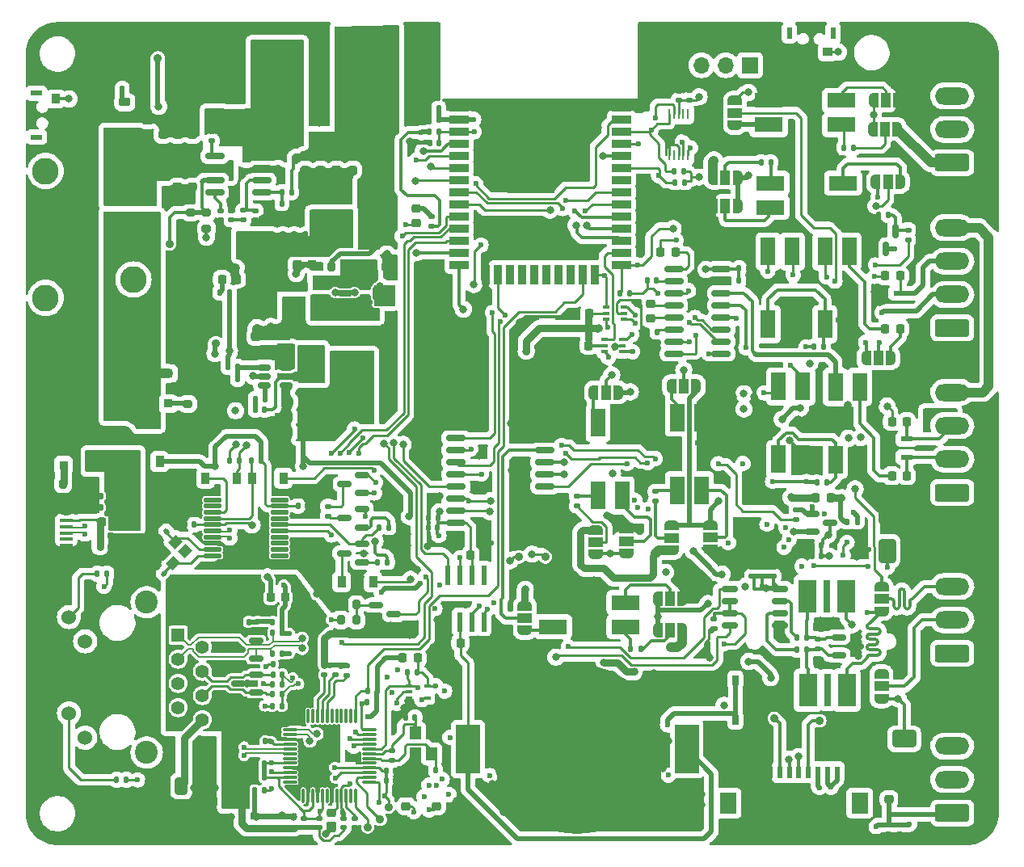
<source format=gbr>
G04 #@! TF.GenerationSoftware,KiCad,Pcbnew,7.0.2*
G04 #@! TF.CreationDate,2023-07-09T13:29:04+03:00*
G04 #@! TF.ProjectId,ELIESTER_V2,454c4945-5354-4455-925f-56322e6b6963,rev?*
G04 #@! TF.SameCoordinates,Original*
G04 #@! TF.FileFunction,Copper,L1,Top*
G04 #@! TF.FilePolarity,Positive*
%FSLAX46Y46*%
G04 Gerber Fmt 4.6, Leading zero omitted, Abs format (unit mm)*
G04 Created by KiCad (PCBNEW 7.0.2) date 2023-07-09 13:29:04*
%MOMM*%
%LPD*%
G01*
G04 APERTURE LIST*
G04 Aperture macros list*
%AMRoundRect*
0 Rectangle with rounded corners*
0 $1 Rounding radius*
0 $2 $3 $4 $5 $6 $7 $8 $9 X,Y pos of 4 corners*
0 Add a 4 corners polygon primitive as box body*
4,1,4,$2,$3,$4,$5,$6,$7,$8,$9,$2,$3,0*
0 Add four circle primitives for the rounded corners*
1,1,$1+$1,$2,$3*
1,1,$1+$1,$4,$5*
1,1,$1+$1,$6,$7*
1,1,$1+$1,$8,$9*
0 Add four rect primitives between the rounded corners*
20,1,$1+$1,$2,$3,$4,$5,0*
20,1,$1+$1,$4,$5,$6,$7,0*
20,1,$1+$1,$6,$7,$8,$9,0*
20,1,$1+$1,$8,$9,$2,$3,0*%
%AMRotRect*
0 Rectangle, with rotation*
0 The origin of the aperture is its center*
0 $1 length*
0 $2 width*
0 $3 Rotation angle, in degrees counterclockwise*
0 Add horizontal line*
21,1,$1,$2,0,0,$3*%
%AMFreePoly0*
4,1,19,0.550000,-0.750000,0.000000,-0.750000,0.000000,-0.744911,-0.071157,-0.744911,-0.207708,-0.704816,-0.327430,-0.627875,-0.420627,-0.520320,-0.479746,-0.390866,-0.500000,-0.250000,-0.500000,0.250000,-0.479746,0.390866,-0.420627,0.520320,-0.327430,0.627875,-0.207708,0.704816,-0.071157,0.744911,0.000000,0.744911,0.000000,0.750000,0.550000,0.750000,0.550000,-0.750000,0.550000,-0.750000,
$1*%
%AMFreePoly1*
4,1,19,0.000000,0.744911,0.071157,0.744911,0.207708,0.704816,0.327430,0.627875,0.420627,0.520320,0.479746,0.390866,0.500000,0.250000,0.500000,-0.250000,0.479746,-0.390866,0.420627,-0.520320,0.327430,-0.627875,0.207708,-0.704816,0.071157,-0.744911,0.000000,-0.744911,0.000000,-0.750000,-0.550000,-0.750000,-0.550000,0.750000,0.000000,0.750000,0.000000,0.744911,0.000000,0.744911,
$1*%
G04 Aperture macros list end*
G04 #@! TA.AperFunction,SMDPad,CuDef*
%ADD10RoundRect,0.135000X-0.185000X0.135000X-0.185000X-0.135000X0.185000X-0.135000X0.185000X0.135000X0*%
G04 #@! TD*
G04 #@! TA.AperFunction,SMDPad,CuDef*
%ADD11R,0.250000X1.100000*%
G04 #@! TD*
G04 #@! TA.AperFunction,SMDPad,CuDef*
%ADD12FreePoly0,0.000000*%
G04 #@! TD*
G04 #@! TA.AperFunction,SMDPad,CuDef*
%ADD13R,1.000000X1.500000*%
G04 #@! TD*
G04 #@! TA.AperFunction,SMDPad,CuDef*
%ADD14FreePoly1,0.000000*%
G04 #@! TD*
G04 #@! TA.AperFunction,SMDPad,CuDef*
%ADD15RoundRect,0.225000X0.225000X0.250000X-0.225000X0.250000X-0.225000X-0.250000X0.225000X-0.250000X0*%
G04 #@! TD*
G04 #@! TA.AperFunction,SMDPad,CuDef*
%ADD16R,0.900000X0.950000*%
G04 #@! TD*
G04 #@! TA.AperFunction,SMDPad,CuDef*
%ADD17RoundRect,0.140000X0.170000X-0.140000X0.170000X0.140000X-0.170000X0.140000X-0.170000X-0.140000X0*%
G04 #@! TD*
G04 #@! TA.AperFunction,SMDPad,CuDef*
%ADD18RoundRect,0.140000X-0.140000X-0.170000X0.140000X-0.170000X0.140000X0.170000X-0.140000X0.170000X0*%
G04 #@! TD*
G04 #@! TA.AperFunction,SMDPad,CuDef*
%ADD19RoundRect,0.135000X0.135000X0.185000X-0.135000X0.185000X-0.135000X-0.185000X0.135000X-0.185000X0*%
G04 #@! TD*
G04 #@! TA.AperFunction,SMDPad,CuDef*
%ADD20RoundRect,0.225000X0.250000X-0.225000X0.250000X0.225000X-0.250000X0.225000X-0.250000X-0.225000X0*%
G04 #@! TD*
G04 #@! TA.AperFunction,SMDPad,CuDef*
%ADD21R,2.500000X1.800000*%
G04 #@! TD*
G04 #@! TA.AperFunction,SMDPad,CuDef*
%ADD22RoundRect,0.200000X0.200000X0.275000X-0.200000X0.275000X-0.200000X-0.275000X0.200000X-0.275000X0*%
G04 #@! TD*
G04 #@! TA.AperFunction,ComponentPad*
%ADD23R,2.000000X4.600000*%
G04 #@! TD*
G04 #@! TA.AperFunction,ComponentPad*
%ADD24O,2.000000X4.200000*%
G04 #@! TD*
G04 #@! TA.AperFunction,ComponentPad*
%ADD25O,4.200000X2.000000*%
G04 #@! TD*
G04 #@! TA.AperFunction,SMDPad,CuDef*
%ADD26RoundRect,0.135000X0.185000X-0.135000X0.185000X0.135000X-0.185000X0.135000X-0.185000X-0.135000X0*%
G04 #@! TD*
G04 #@! TA.AperFunction,SMDPad,CuDef*
%ADD27RoundRect,0.135000X-0.135000X-0.185000X0.135000X-0.185000X0.135000X0.185000X-0.135000X0.185000X0*%
G04 #@! TD*
G04 #@! TA.AperFunction,SMDPad,CuDef*
%ADD28R,1.950000X3.500000*%
G04 #@! TD*
G04 #@! TA.AperFunction,SMDPad,CuDef*
%ADD29R,0.800000X3.400000*%
G04 #@! TD*
G04 #@! TA.AperFunction,SMDPad,CuDef*
%ADD30RoundRect,0.218750X-0.218750X-0.256250X0.218750X-0.256250X0.218750X0.256250X-0.218750X0.256250X0*%
G04 #@! TD*
G04 #@! TA.AperFunction,SMDPad,CuDef*
%ADD31RoundRect,0.200000X-0.275000X0.200000X-0.275000X-0.200000X0.275000X-0.200000X0.275000X0.200000X0*%
G04 #@! TD*
G04 #@! TA.AperFunction,SMDPad,CuDef*
%ADD32RoundRect,0.140000X-0.170000X0.140000X-0.170000X-0.140000X0.170000X-0.140000X0.170000X0.140000X0*%
G04 #@! TD*
G04 #@! TA.AperFunction,SMDPad,CuDef*
%ADD33RoundRect,0.140000X0.140000X0.170000X-0.140000X0.170000X-0.140000X-0.170000X0.140000X-0.170000X0*%
G04 #@! TD*
G04 #@! TA.AperFunction,SMDPad,CuDef*
%ADD34RoundRect,0.150000X-0.587500X-0.150000X0.587500X-0.150000X0.587500X0.150000X-0.587500X0.150000X0*%
G04 #@! TD*
G04 #@! TA.AperFunction,SMDPad,CuDef*
%ADD35RoundRect,0.155000X-0.212500X-0.155000X0.212500X-0.155000X0.212500X0.155000X-0.212500X0.155000X0*%
G04 #@! TD*
G04 #@! TA.AperFunction,SMDPad,CuDef*
%ADD36RoundRect,0.250000X0.412500X0.650000X-0.412500X0.650000X-0.412500X-0.650000X0.412500X-0.650000X0*%
G04 #@! TD*
G04 #@! TA.AperFunction,SMDPad,CuDef*
%ADD37RoundRect,0.140000X-0.021213X0.219203X-0.219203X0.021213X0.021213X-0.219203X0.219203X-0.021213X0*%
G04 #@! TD*
G04 #@! TA.AperFunction,SMDPad,CuDef*
%ADD38FreePoly0,180.000000*%
G04 #@! TD*
G04 #@! TA.AperFunction,SMDPad,CuDef*
%ADD39FreePoly1,180.000000*%
G04 #@! TD*
G04 #@! TA.AperFunction,SMDPad,CuDef*
%ADD40FreePoly0,270.000000*%
G04 #@! TD*
G04 #@! TA.AperFunction,SMDPad,CuDef*
%ADD41R,1.500000X1.000000*%
G04 #@! TD*
G04 #@! TA.AperFunction,SMDPad,CuDef*
%ADD42FreePoly1,270.000000*%
G04 #@! TD*
G04 #@! TA.AperFunction,SMDPad,CuDef*
%ADD43R,0.900000X1.200000*%
G04 #@! TD*
G04 #@! TA.AperFunction,ComponentPad*
%ADD44RoundRect,0.250000X1.550000X-0.650000X1.550000X0.650000X-1.550000X0.650000X-1.550000X-0.650000X0*%
G04 #@! TD*
G04 #@! TA.AperFunction,ComponentPad*
%ADD45O,3.600000X1.800000*%
G04 #@! TD*
G04 #@! TA.AperFunction,SMDPad,CuDef*
%ADD46R,1.600000X3.000000*%
G04 #@! TD*
G04 #@! TA.AperFunction,SMDPad,CuDef*
%ADD47RoundRect,0.250000X-1.000000X-0.650000X1.000000X-0.650000X1.000000X0.650000X-1.000000X0.650000X0*%
G04 #@! TD*
G04 #@! TA.AperFunction,SMDPad,CuDef*
%ADD48RoundRect,0.155000X0.212500X0.155000X-0.212500X0.155000X-0.212500X-0.155000X0.212500X-0.155000X0*%
G04 #@! TD*
G04 #@! TA.AperFunction,SMDPad,CuDef*
%ADD49FreePoly0,90.000000*%
G04 #@! TD*
G04 #@! TA.AperFunction,SMDPad,CuDef*
%ADD50FreePoly1,90.000000*%
G04 #@! TD*
G04 #@! TA.AperFunction,SMDPad,CuDef*
%ADD51RoundRect,0.150000X0.587500X0.150000X-0.587500X0.150000X-0.587500X-0.150000X0.587500X-0.150000X0*%
G04 #@! TD*
G04 #@! TA.AperFunction,SMDPad,CuDef*
%ADD52R,1.000000X0.900000*%
G04 #@! TD*
G04 #@! TA.AperFunction,SMDPad,CuDef*
%ADD53R,0.600000X1.200000*%
G04 #@! TD*
G04 #@! TA.AperFunction,SMDPad,CuDef*
%ADD54RoundRect,0.225000X-0.250000X0.225000X-0.250000X-0.225000X0.250000X-0.225000X0.250000X0.225000X0*%
G04 #@! TD*
G04 #@! TA.AperFunction,SMDPad,CuDef*
%ADD55RoundRect,0.150000X0.875000X0.150000X-0.875000X0.150000X-0.875000X-0.150000X0.875000X-0.150000X0*%
G04 #@! TD*
G04 #@! TA.AperFunction,SMDPad,CuDef*
%ADD56RoundRect,0.075000X-0.662500X-0.075000X0.662500X-0.075000X0.662500X0.075000X-0.662500X0.075000X0*%
G04 #@! TD*
G04 #@! TA.AperFunction,SMDPad,CuDef*
%ADD57RoundRect,0.075000X-0.075000X-0.662500X0.075000X-0.662500X0.075000X0.662500X-0.075000X0.662500X0*%
G04 #@! TD*
G04 #@! TA.AperFunction,SMDPad,CuDef*
%ADD58R,2.000000X2.500000*%
G04 #@! TD*
G04 #@! TA.AperFunction,SMDPad,CuDef*
%ADD59R,0.650000X0.400000*%
G04 #@! TD*
G04 #@! TA.AperFunction,SMDPad,CuDef*
%ADD60R,1.300000X0.600000*%
G04 #@! TD*
G04 #@! TA.AperFunction,SMDPad,CuDef*
%ADD61R,1.800000X2.500000*%
G04 #@! TD*
G04 #@! TA.AperFunction,SMDPad,CuDef*
%ADD62RoundRect,0.218750X0.218750X0.256250X-0.218750X0.256250X-0.218750X-0.256250X0.218750X-0.256250X0*%
G04 #@! TD*
G04 #@! TA.AperFunction,SMDPad,CuDef*
%ADD63RoundRect,0.218750X0.256250X-0.218750X0.256250X0.218750X-0.256250X0.218750X-0.256250X-0.218750X0*%
G04 #@! TD*
G04 #@! TA.AperFunction,SMDPad,CuDef*
%ADD64R,4.000000X5.500000*%
G04 #@! TD*
G04 #@! TA.AperFunction,SMDPad,CuDef*
%ADD65R,1.350000X0.400000*%
G04 #@! TD*
G04 #@! TA.AperFunction,ComponentPad*
%ADD66O,1.900000X1.200000*%
G04 #@! TD*
G04 #@! TA.AperFunction,SMDPad,CuDef*
%ADD67R,1.900000X1.200000*%
G04 #@! TD*
G04 #@! TA.AperFunction,ComponentPad*
%ADD68C,1.450000*%
G04 #@! TD*
G04 #@! TA.AperFunction,SMDPad,CuDef*
%ADD69R,1.900000X1.500000*%
G04 #@! TD*
G04 #@! TA.AperFunction,ComponentPad*
%ADD70R,1.700000X1.700000*%
G04 #@! TD*
G04 #@! TA.AperFunction,ComponentPad*
%ADD71O,1.700000X1.700000*%
G04 #@! TD*
G04 #@! TA.AperFunction,SMDPad,CuDef*
%ADD72RoundRect,0.200000X-0.200000X-0.275000X0.200000X-0.275000X0.200000X0.275000X-0.200000X0.275000X0*%
G04 #@! TD*
G04 #@! TA.AperFunction,SMDPad,CuDef*
%ADD73RoundRect,0.125000X-0.825000X-0.125000X0.825000X-0.125000X0.825000X0.125000X-0.825000X0.125000X0*%
G04 #@! TD*
G04 #@! TA.AperFunction,SMDPad,CuDef*
%ADD74RoundRect,0.225000X-0.225000X-0.250000X0.225000X-0.250000X0.225000X0.250000X-0.225000X0.250000X0*%
G04 #@! TD*
G04 #@! TA.AperFunction,SMDPad,CuDef*
%ADD75RoundRect,0.140000X0.219203X0.021213X0.021213X0.219203X-0.219203X-0.021213X-0.021213X-0.219203X0*%
G04 #@! TD*
G04 #@! TA.AperFunction,SMDPad,CuDef*
%ADD76R,3.000000X1.600000*%
G04 #@! TD*
G04 #@! TA.AperFunction,SMDPad,CuDef*
%ADD77R,0.900000X1.000000*%
G04 #@! TD*
G04 #@! TA.AperFunction,SMDPad,CuDef*
%ADD78R,1.200000X0.600000*%
G04 #@! TD*
G04 #@! TA.AperFunction,SMDPad,CuDef*
%ADD79C,0.900000*%
G04 #@! TD*
G04 #@! TA.AperFunction,SMDPad,CuDef*
%ADD80R,0.950000X0.900000*%
G04 #@! TD*
G04 #@! TA.AperFunction,ComponentPad*
%ADD81C,2.800000*%
G04 #@! TD*
G04 #@! TA.AperFunction,SMDPad,CuDef*
%ADD82RoundRect,0.250000X-0.650000X1.000000X-0.650000X-1.000000X0.650000X-1.000000X0.650000X1.000000X0*%
G04 #@! TD*
G04 #@! TA.AperFunction,SMDPad,CuDef*
%ADD83R,2.000000X0.900000*%
G04 #@! TD*
G04 #@! TA.AperFunction,SMDPad,CuDef*
%ADD84R,0.900000X2.000000*%
G04 #@! TD*
G04 #@! TA.AperFunction,SMDPad,CuDef*
%ADD85R,5.000000X5.000000*%
G04 #@! TD*
G04 #@! TA.AperFunction,ComponentPad*
%ADD86R,1.400000X1.400000*%
G04 #@! TD*
G04 #@! TA.AperFunction,ComponentPad*
%ADD87C,1.400000*%
G04 #@! TD*
G04 #@! TA.AperFunction,ComponentPad*
%ADD88C,1.530000*%
G04 #@! TD*
G04 #@! TA.AperFunction,ComponentPad*
%ADD89C,2.400000*%
G04 #@! TD*
G04 #@! TA.AperFunction,SMDPad,CuDef*
%ADD90RoundRect,0.150000X-0.825000X-0.150000X0.825000X-0.150000X0.825000X0.150000X-0.825000X0.150000X0*%
G04 #@! TD*
G04 #@! TA.AperFunction,SMDPad,CuDef*
%ADD91R,0.650000X1.050000*%
G04 #@! TD*
G04 #@! TA.AperFunction,SMDPad,CuDef*
%ADD92R,0.600000X2.000000*%
G04 #@! TD*
G04 #@! TA.AperFunction,SMDPad,CuDef*
%ADD93RoundRect,0.200000X0.275000X-0.200000X0.275000X0.200000X-0.275000X0.200000X-0.275000X-0.200000X0*%
G04 #@! TD*
G04 #@! TA.AperFunction,SMDPad,CuDef*
%ADD94RoundRect,0.150000X-0.675000X-0.150000X0.675000X-0.150000X0.675000X0.150000X-0.675000X0.150000X0*%
G04 #@! TD*
G04 #@! TA.AperFunction,SMDPad,CuDef*
%ADD95RoundRect,0.150000X-0.150000X0.587500X-0.150000X-0.587500X0.150000X-0.587500X0.150000X0.587500X0*%
G04 #@! TD*
G04 #@! TA.AperFunction,SMDPad,CuDef*
%ADD96R,0.600000X1.300000*%
G04 #@! TD*
G04 #@! TA.AperFunction,SMDPad,CuDef*
%ADD97R,1.800000X2.200000*%
G04 #@! TD*
G04 #@! TA.AperFunction,SMDPad,CuDef*
%ADD98RotRect,1.150000X1.000000X225.000000*%
G04 #@! TD*
G04 #@! TA.AperFunction,SMDPad,CuDef*
%ADD99R,1.200000X1.400000*%
G04 #@! TD*
G04 #@! TA.AperFunction,SMDPad,CuDef*
%ADD100R,2.500000X5.100000*%
G04 #@! TD*
G04 #@! TA.AperFunction,SMDPad,CuDef*
%ADD101C,17.800000*%
G04 #@! TD*
G04 #@! TA.AperFunction,SMDPad,CuDef*
%ADD102RoundRect,0.150000X0.512500X0.150000X-0.512500X0.150000X-0.512500X-0.150000X0.512500X-0.150000X0*%
G04 #@! TD*
G04 #@! TA.AperFunction,SMDPad,CuDef*
%ADD103RoundRect,0.225000X0.375000X-0.225000X0.375000X0.225000X-0.375000X0.225000X-0.375000X-0.225000X0*%
G04 #@! TD*
G04 #@! TA.AperFunction,ViaPad*
%ADD104C,0.800000*%
G04 #@! TD*
G04 #@! TA.AperFunction,ViaPad*
%ADD105C,0.600000*%
G04 #@! TD*
G04 #@! TA.AperFunction,Conductor*
%ADD106C,0.254000*%
G04 #@! TD*
G04 #@! TA.AperFunction,Conductor*
%ADD107C,0.750000*%
G04 #@! TD*
G04 #@! TA.AperFunction,Conductor*
%ADD108C,0.500000*%
G04 #@! TD*
G04 #@! TA.AperFunction,Conductor*
%ADD109C,0.250000*%
G04 #@! TD*
G04 #@! TA.AperFunction,Conductor*
%ADD110C,0.350000*%
G04 #@! TD*
G04 #@! TA.AperFunction,Conductor*
%ADD111C,1.000000*%
G04 #@! TD*
G04 #@! TA.AperFunction,Conductor*
%ADD112C,0.200000*%
G04 #@! TD*
G04 APERTURE END LIST*
D10*
X183450000Y-74690000D03*
X183450000Y-75710000D03*
D11*
X228050000Y-68900000D03*
X228550000Y-68900000D03*
X229050000Y-68900000D03*
X229550000Y-68900000D03*
X230050000Y-68900000D03*
X230050000Y-64600000D03*
X229550000Y-64600000D03*
X229050000Y-64600000D03*
X228550000Y-64600000D03*
X228050000Y-64600000D03*
D12*
X249705000Y-71690000D03*
D13*
X251005000Y-71690000D03*
D14*
X252305000Y-71690000D03*
D15*
X219725000Y-85450000D03*
X218175000Y-85450000D03*
D16*
X164625000Y-101400000D03*
X167775000Y-101400000D03*
D17*
X239000000Y-113010000D03*
X239000000Y-112050000D03*
D18*
X200470000Y-127800000D03*
X201430000Y-127800000D03*
D19*
X251010000Y-75150000D03*
X249990000Y-75150000D03*
D20*
X186362500Y-89425000D03*
X186362500Y-87875000D03*
D21*
X193290000Y-76575000D03*
X197290000Y-76575000D03*
D22*
X166225000Y-103350000D03*
X164575000Y-103350000D03*
D10*
X218400000Y-104640000D03*
X218400000Y-105660000D03*
D19*
X188510000Y-72800000D03*
X187490000Y-72800000D03*
D23*
X172750000Y-93450000D03*
D24*
X166500000Y-93450000D03*
D25*
X169800000Y-98250000D03*
D26*
X232750000Y-118510000D03*
X232750000Y-117490000D03*
D10*
X226650000Y-104140000D03*
X226650000Y-105160000D03*
D27*
X170190000Y-134350000D03*
X171210000Y-134350000D03*
X243540000Y-103200000D03*
X244560000Y-103200000D03*
D12*
X232655000Y-71240000D03*
D13*
X233955000Y-71240000D03*
D14*
X235255000Y-71240000D03*
D28*
X242612500Y-124950000D03*
X246662500Y-124950000D03*
D29*
X244637500Y-124950000D03*
D18*
X235370000Y-82050000D03*
X236330000Y-82050000D03*
D20*
X175050000Y-68275000D03*
X175050000Y-66725000D03*
D30*
X243425000Y-104800000D03*
X245000000Y-104800000D03*
D17*
X230150000Y-63100000D03*
X230150000Y-62140000D03*
D18*
X198445000Y-133450000D03*
X199405000Y-133450000D03*
D15*
X189775000Y-94740000D03*
X188225000Y-94740000D03*
D10*
X199025000Y-131290000D03*
X199025000Y-132310000D03*
D31*
X177650000Y-93325000D03*
X177650000Y-94975000D03*
D32*
X181050000Y-74720000D03*
X181050000Y-75680000D03*
D33*
X243980000Y-110900000D03*
X243020000Y-110900000D03*
X185655000Y-132650000D03*
X184695000Y-132650000D03*
D34*
X192212500Y-82400000D03*
X192212500Y-84300000D03*
X194087500Y-83350000D03*
X197362500Y-116050000D03*
X197362500Y-117950000D03*
X199237500Y-117000000D03*
D35*
X168445000Y-109950000D03*
X169580000Y-109950000D03*
D36*
X176962500Y-135000000D03*
X173837500Y-135000000D03*
D37*
X175389411Y-108335589D03*
X174710589Y-109014411D03*
D38*
X251970000Y-66155000D03*
D13*
X250670000Y-66155000D03*
D39*
X249370000Y-66155000D03*
D40*
X220350000Y-108150000D03*
D41*
X220350000Y-109450000D03*
D42*
X220350000Y-110750000D03*
D27*
X184665000Y-135450000D03*
X185685000Y-135450000D03*
X181852500Y-91100000D03*
X182872500Y-91100000D03*
D33*
X226780000Y-87400000D03*
X225820000Y-87400000D03*
D34*
X196212500Y-82400000D03*
X196212500Y-84300000D03*
X198087500Y-83350000D03*
D33*
X178330000Y-107625000D03*
X177370000Y-107625000D03*
D43*
X193750000Y-113600000D03*
X197050000Y-113600000D03*
D44*
X257735000Y-104250000D03*
D45*
X257735000Y-100750000D03*
X257735000Y-97250000D03*
X257735000Y-93750000D03*
D46*
X244380000Y-86610000D03*
X246920000Y-86610000D03*
X246920000Y-78990000D03*
X244380000Y-78990000D03*
D47*
X248700000Y-130050000D03*
X252700000Y-130050000D03*
D48*
X169597500Y-105800000D03*
X168462500Y-105800000D03*
D17*
X182200000Y-75680000D03*
X182200000Y-74720000D03*
D10*
X194300000Y-122380000D03*
X194300000Y-123400000D03*
D32*
X251050000Y-139070000D03*
X251050000Y-140030000D03*
D49*
X232400000Y-110250000D03*
D41*
X232400000Y-108950000D03*
D50*
X232400000Y-107650000D03*
D51*
X195887500Y-111550000D03*
X195887500Y-109650000D03*
X194012500Y-110600000D03*
D46*
X245480000Y-100810000D03*
X248020000Y-100810000D03*
X248020000Y-93190000D03*
X245480000Y-93190000D03*
D17*
X229050000Y-63130000D03*
X229050000Y-62170000D03*
D46*
X239530000Y-100760000D03*
X242070000Y-100760000D03*
X242070000Y-93140000D03*
X239530000Y-93140000D03*
D27*
X200675000Y-123100000D03*
X201695000Y-123100000D03*
D17*
X195125000Y-139330000D03*
X195125000Y-138370000D03*
D52*
X241250000Y-58100000D03*
X244650000Y-58100000D03*
D53*
X240650000Y-56100000D03*
X245250000Y-56100000D03*
D54*
X176550000Y-70675000D03*
X176550000Y-72225000D03*
D27*
X187490000Y-73950000D03*
X188510000Y-73950000D03*
D55*
X215050000Y-107445000D03*
X215050000Y-106175000D03*
X215050000Y-104905000D03*
X215050000Y-103635000D03*
X215050000Y-102365000D03*
X215050000Y-101095000D03*
X215050000Y-99825000D03*
X215050000Y-98555000D03*
X205750000Y-98555000D03*
X205750000Y-99825000D03*
X205750000Y-101095000D03*
X205750000Y-102365000D03*
X205750000Y-103635000D03*
X205750000Y-104905000D03*
X205750000Y-106175000D03*
X205750000Y-107445000D03*
D56*
X188325000Y-129100000D03*
X188325000Y-129600000D03*
X188325000Y-130100000D03*
X188325000Y-130600000D03*
X188325000Y-131100000D03*
X188325000Y-131600000D03*
X188325000Y-132100000D03*
X188325000Y-132600000D03*
X188325000Y-133100000D03*
X188325000Y-133600000D03*
X188325000Y-134100000D03*
X188325000Y-134600000D03*
D57*
X189737500Y-136012500D03*
X190237500Y-136012500D03*
X190737500Y-136012500D03*
X191237500Y-136012500D03*
X191737500Y-136012500D03*
X192237500Y-136012500D03*
X192737500Y-136012500D03*
X193237500Y-136012500D03*
X193737500Y-136012500D03*
X194237500Y-136012500D03*
X194737500Y-136012500D03*
X195237500Y-136012500D03*
D56*
X196650000Y-134600000D03*
X196650000Y-134100000D03*
X196650000Y-133600000D03*
X196650000Y-133100000D03*
X196650000Y-132600000D03*
X196650000Y-132100000D03*
X196650000Y-131600000D03*
X196650000Y-131100000D03*
X196650000Y-130600000D03*
X196650000Y-130100000D03*
X196650000Y-129600000D03*
X196650000Y-129100000D03*
D57*
X195237500Y-127687500D03*
X194737500Y-127687500D03*
X194237500Y-127687500D03*
X193737500Y-127687500D03*
X193237500Y-127687500D03*
X192737500Y-127687500D03*
X192237500Y-127687500D03*
X191737500Y-127687500D03*
X191237500Y-127687500D03*
X190737500Y-127687500D03*
X190237500Y-127687500D03*
X189737500Y-127687500D03*
D33*
X203930000Y-64000000D03*
X202970000Y-64000000D03*
D58*
X190370000Y-90840000D03*
X195370000Y-90840000D03*
D59*
X200835000Y-124500000D03*
X200835000Y-125150000D03*
X200835000Y-125800000D03*
X202735000Y-125800000D03*
X202735000Y-124500000D03*
D51*
X184800000Y-121650000D03*
X184800000Y-119750000D03*
X182925000Y-120700000D03*
D27*
X170780000Y-61950000D03*
X171800000Y-61950000D03*
D60*
X252937500Y-100550000D03*
X252937500Y-98650000D03*
X250837500Y-99600000D03*
D59*
X223200000Y-89500000D03*
X223200000Y-88850000D03*
X223200000Y-88200000D03*
X221300000Y-88200000D03*
X221300000Y-88850000D03*
X221300000Y-89500000D03*
D43*
X174700000Y-101000000D03*
X171400000Y-101000000D03*
D40*
X250300000Y-123250000D03*
D41*
X250300000Y-124550000D03*
D42*
X250300000Y-125850000D03*
D19*
X229560000Y-70600000D03*
X228540000Y-70600000D03*
D33*
X244030000Y-109770000D03*
X243070000Y-109770000D03*
X203945000Y-67630000D03*
X202985000Y-67630000D03*
D20*
X178125000Y-68275000D03*
X178125000Y-66725000D03*
D61*
X182550000Y-66300000D03*
X182550000Y-62300000D03*
D31*
X179600000Y-74925000D03*
X179600000Y-76575000D03*
D62*
X181875000Y-136600000D03*
X180300000Y-136600000D03*
D27*
X186540000Y-121150000D03*
X187560000Y-121150000D03*
D33*
X187530000Y-122200000D03*
X186570000Y-122200000D03*
D46*
X238430000Y-86610000D03*
X240970000Y-86610000D03*
X240970000Y-78990000D03*
X238430000Y-78990000D03*
D27*
X241452500Y-119400000D03*
X242472500Y-119400000D03*
D38*
X229450000Y-115350000D03*
D13*
X228150000Y-115350000D03*
D39*
X226850000Y-115350000D03*
D54*
X190690000Y-78800000D03*
X190690000Y-80350000D03*
D63*
X201550000Y-76037500D03*
X201550000Y-74462500D03*
D64*
X186825000Y-61635000D03*
X196625000Y-61635000D03*
D65*
X164912500Y-107200000D03*
X164912500Y-107850000D03*
X164912500Y-108500000D03*
X164912500Y-109150000D03*
X164912500Y-109800000D03*
D66*
X162212500Y-105000000D03*
D67*
X162212500Y-105600000D03*
D68*
X164912500Y-106000000D03*
D69*
X162212500Y-107500000D03*
X162212500Y-109500000D03*
D68*
X164912500Y-111000000D03*
D67*
X162212500Y-111400000D03*
D66*
X162212500Y-112000000D03*
D19*
X229710000Y-71750000D03*
X228690000Y-71750000D03*
D18*
X186570000Y-123300000D03*
X187530000Y-123300000D03*
D20*
X187962500Y-89425000D03*
X187962500Y-87875000D03*
D19*
X182860000Y-92350000D03*
X181840000Y-92350000D03*
D51*
X184800000Y-125200000D03*
X184800000Y-123300000D03*
X182925000Y-124250000D03*
D15*
X189750000Y-97940000D03*
X188200000Y-97940000D03*
D54*
X194900000Y-68925000D03*
X194900000Y-70475000D03*
D15*
X219625000Y-88850000D03*
X218075000Y-88850000D03*
D43*
X187650000Y-102725000D03*
X184350000Y-102725000D03*
D30*
X250712500Y-81550000D03*
X252287500Y-81550000D03*
D10*
X191950000Y-122330000D03*
X191950000Y-123350000D03*
D18*
X202620000Y-133300000D03*
X203580000Y-133300000D03*
D70*
X236530000Y-59475000D03*
D71*
X233990000Y-59475000D03*
X231450000Y-59475000D03*
X228910000Y-59475000D03*
D33*
X203820000Y-106905000D03*
X202860000Y-106905000D03*
D19*
X185310000Y-100925000D03*
X184290000Y-100925000D03*
D72*
X192725000Y-80550000D03*
X194375000Y-80550000D03*
D27*
X186540000Y-117800000D03*
X187560000Y-117800000D03*
D44*
X257735000Y-121100000D03*
D45*
X257735000Y-117600000D03*
X257735000Y-114100000D03*
X257735000Y-110600000D03*
D26*
X243612500Y-120610000D03*
X243612500Y-119590000D03*
D38*
X252070000Y-63155000D03*
D13*
X250770000Y-63155000D03*
D39*
X249470000Y-63155000D03*
D10*
X192350000Y-105690000D03*
X192350000Y-106710000D03*
D27*
X186540000Y-118950000D03*
X187560000Y-118950000D03*
D40*
X223550000Y-108050000D03*
D41*
X223550000Y-109350000D03*
D42*
X223550000Y-110650000D03*
D73*
X180250000Y-105025000D03*
X180250000Y-105675000D03*
X180250000Y-106325000D03*
X180250000Y-106975000D03*
X180250000Y-107625000D03*
X180250000Y-108275000D03*
X180250000Y-108925000D03*
X180250000Y-109575000D03*
X180250000Y-110225000D03*
X180250000Y-110875000D03*
X187250000Y-110875000D03*
X187250000Y-110225000D03*
X187250000Y-109575000D03*
X187250000Y-108925000D03*
X187250000Y-108275000D03*
X187250000Y-107625000D03*
X187250000Y-106975000D03*
X187250000Y-106325000D03*
X187250000Y-105675000D03*
X187250000Y-105025000D03*
D32*
X189800000Y-138370000D03*
X189800000Y-139330000D03*
D30*
X251400000Y-102500000D03*
X252975000Y-102500000D03*
D17*
X180175000Y-67400000D03*
X180175000Y-66440000D03*
D33*
X203930000Y-65150000D03*
X202970000Y-65150000D03*
D63*
X200500000Y-138687500D03*
X200500000Y-137112500D03*
D27*
X182040000Y-100925000D03*
X183060000Y-100925000D03*
D74*
X207250000Y-110800000D03*
X208800000Y-110800000D03*
D33*
X185655000Y-134100000D03*
X184695000Y-134100000D03*
D75*
X175139411Y-112714411D03*
X174460589Y-112035589D03*
D51*
X195887500Y-107900000D03*
X195887500Y-106000000D03*
X194012500Y-106950000D03*
D18*
X235390000Y-80750000D03*
X236350000Y-80750000D03*
D49*
X250300000Y-116700000D03*
D41*
X250300000Y-115400000D03*
D50*
X250300000Y-114100000D03*
D27*
X186490000Y-126600000D03*
X187510000Y-126600000D03*
X196415000Y-126250000D03*
X197435000Y-126250000D03*
D76*
X238690000Y-71830000D03*
X238690000Y-74370000D03*
X246310000Y-74370000D03*
X246310000Y-71830000D03*
D15*
X189750000Y-96320000D03*
X188200000Y-96320000D03*
D32*
X193975000Y-138370000D03*
X193975000Y-139330000D03*
D48*
X169597500Y-104600000D03*
X168462500Y-104600000D03*
D32*
X191400000Y-138370000D03*
X191400000Y-139330000D03*
D26*
X203200000Y-76360000D03*
X203200000Y-75340000D03*
D77*
X163800000Y-66400000D03*
X163800000Y-63000000D03*
D78*
X161800000Y-62400000D03*
X161800000Y-67000000D03*
D54*
X178150000Y-70675000D03*
X178150000Y-72225000D03*
D32*
X252200000Y-139070000D03*
X252200000Y-140030000D03*
D79*
X198700000Y-137200000D03*
D72*
X193675000Y-116000000D03*
X195325000Y-116000000D03*
D51*
X195937500Y-104300000D03*
X195937500Y-102400000D03*
X194062500Y-103350000D03*
D27*
X186490000Y-124350000D03*
X187510000Y-124350000D03*
X202955000Y-66480000D03*
X203975000Y-66480000D03*
D80*
X175600000Y-94925000D03*
X175600000Y-91775000D03*
D12*
X232655000Y-74240000D03*
D13*
X233955000Y-74240000D03*
D14*
X235255000Y-74240000D03*
D79*
X212350000Y-111000000D03*
D63*
X203700000Y-138687500D03*
X203700000Y-137112500D03*
D19*
X238715000Y-69640000D03*
X237695000Y-69640000D03*
D81*
X171950000Y-81925000D03*
X171950000Y-77200000D03*
X171950000Y-72400000D03*
X162750000Y-70550000D03*
X162750000Y-83850000D03*
D27*
X243240000Y-88950000D03*
X244260000Y-88950000D03*
D34*
X243062500Y-106450000D03*
X243062500Y-108350000D03*
X244937500Y-107400000D03*
D82*
X250900000Y-106350000D03*
X250900000Y-110350000D03*
D15*
X206200000Y-120000000D03*
X204650000Y-120000000D03*
D20*
X173400000Y-66775000D03*
X173400000Y-65225000D03*
D27*
X196465000Y-125050000D03*
X197485000Y-125050000D03*
D83*
X206065000Y-63880000D03*
X206065000Y-65150000D03*
X206065000Y-66420000D03*
X206065000Y-67690000D03*
X206065000Y-68960000D03*
X206065000Y-70230000D03*
X206065000Y-71500000D03*
X206065000Y-72770000D03*
X206065000Y-74040000D03*
X206065000Y-75310000D03*
X206065000Y-76580000D03*
X206065000Y-77850000D03*
X206065000Y-79120000D03*
X206065000Y-80390000D03*
D84*
X208850000Y-81390000D03*
X210120000Y-81390000D03*
X211390000Y-81390000D03*
X212660000Y-81390000D03*
X213930000Y-81390000D03*
X215200000Y-81390000D03*
X216470000Y-81390000D03*
X217740000Y-81390000D03*
X219010000Y-81390000D03*
X220280000Y-81390000D03*
D83*
X223065000Y-80390000D03*
X223065000Y-79120000D03*
X223065000Y-77850000D03*
X223065000Y-76580000D03*
X223065000Y-75310000D03*
X223065000Y-74040000D03*
X223065000Y-72770000D03*
X223065000Y-71500000D03*
X223065000Y-70230000D03*
X223065000Y-68960000D03*
X223065000Y-67690000D03*
X223065000Y-66420000D03*
X223065000Y-65150000D03*
X223065000Y-63880000D03*
D85*
X213565000Y-70380000D03*
D20*
X176575000Y-68275000D03*
X176575000Y-66725000D03*
D79*
X196500000Y-139300000D03*
D18*
X186520000Y-125400000D03*
X187480000Y-125400000D03*
D43*
X179500000Y-102725000D03*
X182800000Y-102725000D03*
D18*
X198415000Y-134450000D03*
X199375000Y-134450000D03*
D86*
X176630000Y-119170000D03*
D87*
X179170000Y-120440000D03*
X176630000Y-121710000D03*
X179170000Y-122980000D03*
X176630000Y-124250000D03*
X179170000Y-125520000D03*
X176630000Y-126790000D03*
X179170000Y-128060000D03*
D88*
X165200000Y-117290000D03*
X166900000Y-119830000D03*
X165200000Y-127400000D03*
X166900000Y-129940000D03*
D89*
X173330000Y-115740000D03*
X173330000Y-131490000D03*
D19*
X181997500Y-83300000D03*
X180977500Y-83300000D03*
D12*
X248700000Y-90150000D03*
D13*
X250000000Y-90150000D03*
D14*
X251300000Y-90150000D03*
D20*
X184762500Y-89450000D03*
X184762500Y-87900000D03*
D90*
X228575000Y-80805000D03*
X228575000Y-82075000D03*
X228575000Y-83345000D03*
X228575000Y-84615000D03*
X228575000Y-85885000D03*
X228575000Y-87155000D03*
X228575000Y-88425000D03*
X228575000Y-89695000D03*
X233525000Y-89695000D03*
X233525000Y-88425000D03*
X233525000Y-87155000D03*
X233525000Y-85885000D03*
X233525000Y-84615000D03*
X233525000Y-83345000D03*
X233525000Y-82075000D03*
X233525000Y-80805000D03*
D27*
X197540000Y-111550000D03*
X198560000Y-111550000D03*
D19*
X223960000Y-83350000D03*
X222940000Y-83350000D03*
D28*
X242575000Y-115100000D03*
X246625000Y-115100000D03*
D29*
X244600000Y-115100000D03*
D54*
X193225000Y-68910000D03*
X193225000Y-70460000D03*
D26*
X241400000Y-107110000D03*
X241400000Y-106090000D03*
D27*
X168140000Y-112750000D03*
X169160000Y-112750000D03*
D90*
X180475000Y-68995000D03*
X180475000Y-70265000D03*
X180475000Y-71535000D03*
X180475000Y-72805000D03*
X185425000Y-72805000D03*
X185425000Y-71535000D03*
X185425000Y-70265000D03*
X185425000Y-68995000D03*
D54*
X226150000Y-84475000D03*
X226150000Y-86025000D03*
D91*
X237150000Y-123900000D03*
X237150000Y-128050000D03*
X235000000Y-123900000D03*
X235000000Y-128050000D03*
D38*
X230900000Y-93100000D03*
D13*
X229600000Y-93100000D03*
D39*
X228300000Y-93100000D03*
D38*
X222750000Y-93750000D03*
D13*
X221450000Y-93750000D03*
D39*
X220150000Y-93750000D03*
D49*
X228300000Y-110300000D03*
D41*
X228300000Y-109000000D03*
D50*
X228300000Y-107700000D03*
D18*
X189170000Y-105675000D03*
X190130000Y-105675000D03*
D30*
X251400000Y-96800000D03*
X252975000Y-96800000D03*
D92*
X208655000Y-112900000D03*
X207385000Y-112900000D03*
X206115000Y-112900000D03*
X204845000Y-112900000D03*
X204845000Y-117800000D03*
X206115000Y-117800000D03*
X207385000Y-117800000D03*
X208655000Y-117800000D03*
D30*
X250712500Y-87100000D03*
X252287500Y-87100000D03*
D18*
X184730000Y-95600000D03*
X185690000Y-95600000D03*
D76*
X246110000Y-65720000D03*
X246110000Y-63180000D03*
X238490000Y-63180000D03*
X238490000Y-65720000D03*
D59*
X223350000Y-86100000D03*
X223350000Y-85450000D03*
X223350000Y-84800000D03*
X221450000Y-84800000D03*
X221450000Y-85450000D03*
X221450000Y-86100000D03*
D27*
X246370000Y-68105000D03*
X247390000Y-68105000D03*
D46*
X228930000Y-104010000D03*
X231470000Y-104010000D03*
X231470000Y-96390000D03*
X228930000Y-96390000D03*
D17*
X236750000Y-113000000D03*
X236750000Y-112040000D03*
D33*
X185730000Y-130300000D03*
X184770000Y-130300000D03*
D79*
X243850000Y-128150000D03*
D35*
X168445000Y-108750000D03*
X169580000Y-108750000D03*
D44*
X257735000Y-69695000D03*
D45*
X257735000Y-66195000D03*
X257735000Y-62695000D03*
X257735000Y-59195000D03*
D18*
X183070000Y-117800000D03*
X184030000Y-117800000D03*
D38*
X229450000Y-118650000D03*
D13*
X228150000Y-118650000D03*
D39*
X226850000Y-118650000D03*
D20*
X251100000Y-136375000D03*
X251100000Y-134825000D03*
D79*
X175750000Y-78200000D03*
D93*
X177950000Y-76575000D03*
X177950000Y-74925000D03*
D33*
X203800000Y-107955000D03*
X202840000Y-107955000D03*
D27*
X241452500Y-120700000D03*
X242472500Y-120700000D03*
D79*
X174500000Y-58750000D03*
D44*
X257735000Y-137825000D03*
D45*
X257735000Y-134325000D03*
X257735000Y-130825000D03*
X257735000Y-127325000D03*
D54*
X189100000Y-78800000D03*
X189100000Y-80350000D03*
D72*
X196725000Y-80550000D03*
X198375000Y-80550000D03*
D94*
X234437500Y-114345000D03*
X234437500Y-115615000D03*
X234437500Y-116885000D03*
X234437500Y-118155000D03*
X239687500Y-118155000D03*
X239687500Y-116885000D03*
X239687500Y-115615000D03*
X239687500Y-114345000D03*
D30*
X186312500Y-115250000D03*
X187887500Y-115250000D03*
D95*
X251750000Y-76862500D03*
X249850000Y-76862500D03*
X250800000Y-78737500D03*
D27*
X246740000Y-107300000D03*
X247760000Y-107300000D03*
D96*
X236650000Y-133550000D03*
X237650000Y-133550000D03*
X238650000Y-133550000D03*
X239650000Y-133550000D03*
X240650000Y-133550000D03*
X241650000Y-133550000D03*
X242650000Y-133550000D03*
X243650000Y-133550000D03*
X244650000Y-133550000D03*
X245650000Y-133550000D03*
D97*
X234250000Y-136800000D03*
X248050000Y-136800000D03*
D98*
X176373744Y-109411307D03*
X175136307Y-110648744D03*
X176126256Y-111638693D03*
X177363693Y-110401256D03*
D54*
X189950000Y-68925000D03*
X189950000Y-70475000D03*
D17*
X237780000Y-112980000D03*
X237780000Y-112020000D03*
D99*
X201475000Y-129450000D03*
X201475000Y-131650000D03*
X203175000Y-131650000D03*
X203175000Y-129450000D03*
D20*
X192690000Y-139385000D03*
X192690000Y-137835000D03*
D27*
X224050000Y-120650000D03*
X225070000Y-120650000D03*
D79*
X197600000Y-72450000D03*
D72*
X193675000Y-117600000D03*
X195325000Y-117600000D03*
D10*
X193070000Y-122330000D03*
X193070000Y-123350000D03*
D60*
X252200000Y-85250000D03*
X252200000Y-83350000D03*
X250100000Y-84300000D03*
D15*
X228725000Y-79050000D03*
X227175000Y-79050000D03*
D100*
X207000000Y-131150000D03*
X229900000Y-131150000D03*
D101*
X218450000Y-131150000D03*
D79*
X239100000Y-127900000D03*
D46*
X220630000Y-104560000D03*
X223170000Y-104560000D03*
X223170000Y-96940000D03*
X220630000Y-96940000D03*
D62*
X182787500Y-81900000D03*
X181212500Y-81900000D03*
D44*
X257735000Y-87000000D03*
D45*
X257735000Y-83500000D03*
X257735000Y-80000000D03*
X257735000Y-76500000D03*
D33*
X226730000Y-82050000D03*
X225770000Y-82050000D03*
D79*
X215100000Y-111000000D03*
X197800000Y-138500000D03*
D32*
X184750000Y-74720000D03*
X184750000Y-75680000D03*
D79*
X177300000Y-139600000D03*
D34*
X245812500Y-119400000D03*
X245812500Y-121300000D03*
X247687500Y-120350000D03*
D19*
X198710000Y-107900000D03*
X197690000Y-107900000D03*
D62*
X170187500Y-107350000D03*
X168612500Y-107350000D03*
D79*
X180550000Y-88600000D03*
D30*
X200162500Y-121600000D03*
X201737500Y-121600000D03*
D19*
X185720000Y-94450000D03*
X184700000Y-94450000D03*
D54*
X191550000Y-68925000D03*
X191550000Y-70475000D03*
D40*
X212950000Y-116100000D03*
D41*
X212950000Y-117400000D03*
D42*
X212950000Y-118700000D03*
D10*
X253100000Y-76730000D03*
X253100000Y-77750000D03*
D102*
X187950000Y-93050000D03*
X187950000Y-92100000D03*
X187950000Y-91150000D03*
X185675000Y-91150000D03*
X185675000Y-92100000D03*
X185675000Y-93050000D03*
D76*
X223510000Y-118320000D03*
X223510000Y-115780000D03*
X215890000Y-115780000D03*
X215890000Y-118320000D03*
D40*
X234970000Y-63155000D03*
D41*
X234970000Y-64455000D03*
D42*
X234970000Y-65755000D03*
D103*
X171050000Y-66650000D03*
X171050000Y-63350000D03*
D104*
X181000000Y-122500000D03*
X182400000Y-122500000D03*
X184400000Y-127000000D03*
X176100000Y-117500000D03*
X177800000Y-117500000D03*
X185500000Y-116500000D03*
X182000000Y-116000000D03*
X176000000Y-114400000D03*
X176200000Y-116000000D03*
X177800000Y-116000000D03*
X180100000Y-114400000D03*
X180000000Y-116000000D03*
X182000000Y-114400000D03*
X177800000Y-114400000D03*
X192126500Y-139992906D03*
X181700000Y-126100000D03*
X183200000Y-127000000D03*
X181700000Y-127100000D03*
X181700000Y-128200000D03*
X183200000Y-128200000D03*
X184400000Y-128200000D03*
X185400000Y-128200000D03*
X186800000Y-128200000D03*
X182300000Y-132600000D03*
X189800000Y-134400000D03*
X189800000Y-133300000D03*
X189800000Y-132000000D03*
X191700000Y-131400000D03*
X191000000Y-132100000D03*
X191000000Y-133100000D03*
X191000000Y-134200000D03*
X182200000Y-135300000D03*
X183100000Y-136000000D03*
X183100000Y-136900000D03*
X180100000Y-138000000D03*
X178800000Y-138100000D03*
X177500000Y-138000000D03*
X176500000Y-138100000D03*
X175000000Y-138000000D03*
X173900000Y-137100000D03*
X175000000Y-137000000D03*
X176400000Y-137000000D03*
X177600000Y-136900000D03*
X178700000Y-136900000D03*
X178300000Y-135200000D03*
X179300000Y-135200000D03*
X180500000Y-135200000D03*
X183800000Y-133300000D03*
X188700000Y-138200000D03*
X182200000Y-138200000D03*
X224600000Y-129450000D03*
X224600000Y-133600000D03*
D105*
X218000000Y-137000000D03*
X218800000Y-137000000D03*
D104*
X219500000Y-138500000D03*
X215250000Y-137500000D03*
X215500000Y-136500000D03*
X210750000Y-134750000D03*
X210750000Y-135750000D03*
X210750000Y-136750000D03*
X212250000Y-137750000D03*
X212250000Y-136750000D03*
X212250000Y-135750000D03*
X212250000Y-134750000D03*
X172600000Y-61900000D03*
X191125000Y-110825000D03*
X225400000Y-55600000D03*
D105*
X243200000Y-72400000D03*
D104*
X220600000Y-66000000D03*
X205775000Y-136575000D03*
X225600000Y-90600000D03*
X213250000Y-133750000D03*
X177200000Y-58800000D03*
X181000000Y-76500000D03*
X211500000Y-124000000D03*
X226600000Y-57200000D03*
D105*
X191400000Y-62000000D03*
D104*
X252200000Y-94400000D03*
X256200000Y-108600000D03*
X226600000Y-58600000D03*
D105*
X220200000Y-134400000D03*
D104*
X255150000Y-132650000D03*
X196100000Y-110600000D03*
X228000000Y-135250000D03*
X174000000Y-105400000D03*
D105*
X191600000Y-73800000D03*
D104*
X208200000Y-94600000D03*
X225400000Y-60400000D03*
X227750000Y-136750000D03*
X240025000Y-126650000D03*
X176800000Y-80200000D03*
X182700000Y-80700000D03*
X217800000Y-90400000D03*
X209300000Y-124150000D03*
X209525000Y-134775000D03*
X249730000Y-94900000D03*
X213800000Y-66000000D03*
X211500000Y-97000000D03*
D105*
X228800000Y-99000000D03*
D104*
X221524191Y-106652056D03*
X166000000Y-72550000D03*
X231500000Y-135850000D03*
X165800000Y-74950000D03*
X230250000Y-136750000D03*
X211500000Y-127750000D03*
X210800000Y-63600000D03*
X187500000Y-138100000D03*
X220600000Y-64800000D03*
X258600000Y-90400000D03*
X233100000Y-123200000D03*
X213800000Y-64800000D03*
X170400000Y-136000000D03*
X203400000Y-57000000D03*
X178200000Y-88600000D03*
X214250000Y-136750000D03*
X203800000Y-117600000D03*
X202000000Y-58000000D03*
X256400000Y-106400000D03*
D105*
X189400000Y-75000000D03*
D104*
X185400000Y-75600000D03*
D105*
X189400000Y-76200000D03*
D104*
X215600000Y-63600000D03*
X213250000Y-136750000D03*
D105*
X245800000Y-83400000D03*
D104*
X227375000Y-135900000D03*
D105*
X220200000Y-133600000D03*
D104*
X226475000Y-123200000D03*
X170400000Y-137400000D03*
X204000000Y-104600000D03*
D105*
X233600000Y-98200000D03*
D104*
X226600000Y-61800000D03*
X214250000Y-134750000D03*
X210750000Y-137750000D03*
X219000000Y-63600000D03*
X176800000Y-84000000D03*
X169200000Y-56400000D03*
D105*
X238100000Y-104800000D03*
D104*
X167250000Y-90250000D03*
X209600000Y-63600000D03*
X172600000Y-121600000D03*
X234250000Y-133050000D03*
X189000000Y-81300000D03*
X198500000Y-79250000D03*
X248500000Y-133600000D03*
X219500000Y-137500000D03*
X202000000Y-60800000D03*
X202000000Y-59200000D03*
X226000000Y-97400000D03*
X226600000Y-55600000D03*
D105*
X240754977Y-111499500D03*
D104*
X199525000Y-104425000D03*
D105*
X218800000Y-135400000D03*
D104*
X253800000Y-108600000D03*
X177700000Y-73625000D03*
X213250000Y-135750000D03*
X177000000Y-105400000D03*
X180000000Y-131250000D03*
X217250000Y-110250000D03*
X220600000Y-63600000D03*
X208200000Y-87200000D03*
X169200000Y-58600000D03*
X248500000Y-103000000D03*
D105*
X184900000Y-86925000D03*
X209473500Y-109573500D03*
D104*
X216000000Y-127750000D03*
X210750000Y-120000000D03*
X229800000Y-66400000D03*
X163125000Y-79300000D03*
X195700000Y-113100000D03*
D105*
X253800000Y-90600000D03*
D104*
X200625000Y-109800000D03*
X219750000Y-128000000D03*
X163200000Y-74850000D03*
X254900000Y-118925000D03*
X176800000Y-103200000D03*
D105*
X205000000Y-90000000D03*
X189200000Y-56000000D03*
D104*
X247200000Y-83600000D03*
X224750000Y-138000000D03*
X177200000Y-56400000D03*
X220500000Y-137500000D03*
X253800000Y-92400000D03*
X231500000Y-137000000D03*
D105*
X184600000Y-97200000D03*
D104*
X232300000Y-121573500D03*
D105*
X219400000Y-135100000D03*
D104*
X225500000Y-124750000D03*
X215600000Y-64800000D03*
D105*
X200050000Y-134450000D03*
D104*
X243900000Y-121775000D03*
X208200000Y-88600000D03*
X200900000Y-119225000D03*
D105*
X218000000Y-136200000D03*
D104*
X223000000Y-90800000D03*
X217400000Y-63600000D03*
D105*
X219500000Y-136200000D03*
X235400000Y-77200000D03*
D104*
X208200000Y-100400000D03*
X184800000Y-138200000D03*
X258600000Y-106400000D03*
X212400000Y-86400000D03*
X226600000Y-60400000D03*
D105*
X227000000Y-90600000D03*
X187000000Y-96200000D03*
D104*
X213800000Y-127600000D03*
X173000000Y-128600000D03*
D105*
X246800000Y-82000000D03*
D104*
X211750000Y-104000000D03*
X202800000Y-109900000D03*
D105*
X194400000Y-73800000D03*
D104*
X217800000Y-91800000D03*
D105*
X191400000Y-58200000D03*
D104*
X163175000Y-76525000D03*
X228000000Y-130250000D03*
X225400000Y-57200000D03*
D105*
X231000000Y-99000000D03*
D104*
X249600000Y-83200000D03*
X210800000Y-121400000D03*
D105*
X243200000Y-65600000D03*
D104*
X210800000Y-64800000D03*
X202000000Y-62200000D03*
D105*
X195500000Y-132473500D03*
D104*
X202000000Y-55600000D03*
X200600000Y-108625000D03*
D105*
X226000000Y-93200000D03*
X190000000Y-72600000D03*
D104*
X241796500Y-84200000D03*
X203400000Y-55600000D03*
X247750000Y-110950000D03*
X235400000Y-90600000D03*
X220200000Y-113400000D03*
X166000000Y-69700000D03*
D105*
X187700000Y-86850000D03*
D104*
X225400000Y-58600000D03*
X209775000Y-122750000D03*
X222361939Y-88928724D03*
D105*
X218800000Y-136200000D03*
D104*
X167300000Y-105800000D03*
D105*
X198000000Y-95600000D03*
X191400000Y-64600000D03*
D104*
X217800000Y-93200000D03*
D105*
X232800000Y-78600000D03*
D104*
X209000000Y-103700000D03*
X203400000Y-62200000D03*
X167300000Y-104800000D03*
X246350000Y-103270000D03*
X246750000Y-95062158D03*
D105*
X187000000Y-76200000D03*
D104*
X213250000Y-134750000D03*
D105*
X186400000Y-97200000D03*
D104*
X216000000Y-125000000D03*
X178200000Y-84000000D03*
X213250000Y-137750000D03*
X177200000Y-61600000D03*
X215600000Y-66000000D03*
D105*
X227000000Y-88500000D03*
X239800000Y-119300000D03*
D104*
X167300000Y-103200000D03*
X214250000Y-137750000D03*
X234800000Y-94200000D03*
D105*
X190000000Y-73800000D03*
D104*
X258600000Y-108600000D03*
X217400000Y-66000000D03*
X234800000Y-97400000D03*
X208200000Y-85200000D03*
X175725000Y-73500000D03*
X217000000Y-124000000D03*
X214250000Y-133750000D03*
D105*
X243000000Y-74000000D03*
D104*
X172400000Y-137400000D03*
X226000000Y-129000000D03*
D105*
X182700000Y-118800000D03*
X245800000Y-84600000D03*
D104*
X240675347Y-98769962D03*
X227300000Y-125500000D03*
X212500000Y-122500000D03*
X200936286Y-67436286D03*
D105*
X239600000Y-82000000D03*
D104*
X226000000Y-95000000D03*
X254875000Y-127600000D03*
X250800000Y-100800000D03*
X217250000Y-112750000D03*
X226000000Y-99400000D03*
D105*
X233600000Y-94000000D03*
D104*
X230250000Y-135500000D03*
X253075000Y-134275000D03*
D105*
X233400000Y-91600000D03*
D104*
X213800000Y-63600000D03*
X233300000Y-125200000D03*
D105*
X205000000Y-94200000D03*
X204800000Y-115900000D03*
X205000000Y-96600000D03*
D104*
X224750000Y-136750000D03*
X244275000Y-118350000D03*
X252200000Y-92400000D03*
X182400000Y-56400000D03*
X212400000Y-64800000D03*
X228250000Y-123500000D03*
D105*
X228800000Y-113100000D03*
D104*
X177200000Y-65000000D03*
X232000000Y-100400000D03*
X237000000Y-94200000D03*
X172600000Y-124800000D03*
D105*
X193400000Y-73800000D03*
D104*
X203400000Y-59200000D03*
X217800000Y-95600000D03*
X182400000Y-58800000D03*
D105*
X253800000Y-74400000D03*
D104*
X226000000Y-136000000D03*
X251150000Y-98350000D03*
X217400000Y-64800000D03*
D105*
X232800000Y-77200000D03*
X184350000Y-124250000D03*
D104*
X165950000Y-76550000D03*
X203400000Y-60800000D03*
X253800000Y-111400000D03*
X203400000Y-58000000D03*
X191150000Y-112725000D03*
X252600000Y-118025000D03*
D105*
X191400000Y-56000000D03*
X219400000Y-133600000D03*
D104*
X234800000Y-100400000D03*
D105*
X200100000Y-133500000D03*
D104*
X254875000Y-124850000D03*
D105*
X187000000Y-99600000D03*
X184400000Y-56000000D03*
X188600000Y-122200000D03*
X220200000Y-136300000D03*
X225175000Y-88175000D03*
D104*
X200275000Y-126850000D03*
X227400000Y-133200000D03*
D105*
X181650000Y-120750000D03*
D104*
X211600000Y-101900000D03*
X210800000Y-66000000D03*
X208200000Y-97400000D03*
X209600000Y-66000000D03*
X187100000Y-70300000D03*
D105*
X191400000Y-60200000D03*
X239600000Y-104800000D03*
X188200000Y-76200000D03*
D104*
X209600000Y-64800000D03*
X219000000Y-66000000D03*
D105*
X186400000Y-56000000D03*
D104*
X247875000Y-119325000D03*
X212400000Y-63600000D03*
X202000000Y-57000000D03*
X177600000Y-98000000D03*
X225400000Y-61800000D03*
X174200000Y-103200000D03*
D105*
X188400000Y-99600000D03*
D104*
X247900000Y-121350000D03*
X178000000Y-80000000D03*
X178200000Y-91200000D03*
X173800000Y-106800000D03*
X253800000Y-94400000D03*
D105*
X205000000Y-87200000D03*
D104*
X201699500Y-112300000D03*
D105*
X219400000Y-134400000D03*
D104*
X214250000Y-135750000D03*
X176000000Y-98000000D03*
X212400000Y-66000000D03*
D105*
X220200000Y-135100000D03*
D104*
X198900000Y-118200000D03*
D105*
X248973500Y-110200000D03*
D104*
X212000000Y-112750000D03*
X176800000Y-88600000D03*
X167250000Y-89000000D03*
X219000000Y-64800000D03*
X237000000Y-100400000D03*
D105*
X235200000Y-78400000D03*
D104*
X182200000Y-73800000D03*
D105*
X218000000Y-135400000D03*
D104*
X173200000Y-56400000D03*
X191150000Y-114875000D03*
X174000000Y-119400000D03*
D105*
X186350000Y-86825000D03*
X243200000Y-63600000D03*
D104*
X241640000Y-96540000D03*
X218000000Y-127750000D03*
X257000000Y-90400000D03*
X226000000Y-137500000D03*
X172400000Y-136000000D03*
X203375000Y-120500000D03*
X220600000Y-114800000D03*
D105*
X191400000Y-65600000D03*
X245800000Y-86200000D03*
X226900000Y-83370500D03*
D104*
X231195000Y-62780000D03*
D105*
X203943003Y-108756997D03*
D104*
X186000000Y-113080500D03*
D105*
X199600000Y-122800000D03*
X207600000Y-65150000D03*
X203526500Y-116400000D03*
D104*
X200832500Y-106750000D03*
X181997500Y-89400000D03*
X240829618Y-104742906D03*
X189750000Y-101500000D03*
X213100000Y-89450000D03*
D105*
X202100000Y-66550000D03*
D104*
X193600000Y-91300000D03*
X220694500Y-87050000D03*
X231195000Y-71200000D03*
X231925000Y-80875000D03*
X204000000Y-106250000D03*
X233800000Y-126550500D03*
D105*
X228800000Y-77800000D03*
X230100000Y-83100000D03*
X208353500Y-78311500D03*
D104*
X207600000Y-82446500D03*
X165200000Y-63000000D03*
D105*
X207650000Y-66450000D03*
D104*
X200978569Y-113351141D03*
X168900000Y-101000000D03*
X169900000Y-102200000D03*
X197800000Y-82600000D03*
X169900000Y-101000000D03*
X171100000Y-102300000D03*
X197700000Y-84200000D03*
D105*
X204300000Y-134300000D03*
X203700000Y-134900000D03*
D104*
X193100000Y-83300000D03*
X239890000Y-96570462D03*
X182650000Y-95675000D03*
D105*
X183575000Y-89400000D03*
D104*
X193900000Y-77900000D03*
D105*
X243800000Y-135150000D03*
D104*
X180525000Y-101500000D03*
D105*
X183075000Y-88225000D03*
D104*
X241824500Y-95400000D03*
X242800000Y-90700000D03*
X192900000Y-77900000D03*
D105*
X202900000Y-134900000D03*
D104*
X195100000Y-83300000D03*
D105*
X245025000Y-135125000D03*
D104*
X182675000Y-99225000D03*
X184370306Y-107636836D03*
X174600000Y-63794500D03*
X179600000Y-77500000D03*
X172500000Y-66900000D03*
D105*
X194672479Y-134755500D03*
X203600000Y-124500000D03*
X193842855Y-137707145D03*
X186400000Y-132600000D03*
X191480000Y-137650000D03*
X186400000Y-130350000D03*
D104*
X183800000Y-99300000D03*
X221100000Y-69000000D03*
D105*
X197170645Y-101946500D03*
X224850000Y-67700000D03*
X187700000Y-113950000D03*
X188300000Y-119000000D03*
X196476500Y-127750500D03*
X193050000Y-133050000D03*
X198276500Y-136076500D03*
X188300000Y-121100000D03*
X221300000Y-81515500D03*
X197200000Y-104300000D03*
D104*
X245800000Y-58100000D03*
X228478000Y-76583068D03*
D105*
X197300000Y-103200000D03*
X224800000Y-80400000D03*
X185000000Y-117750000D03*
X250050000Y-88550000D03*
X250350000Y-85400000D03*
X249750000Y-139250000D03*
X253250000Y-139000000D03*
D104*
X226550000Y-110750000D03*
X228250000Y-120500000D03*
X232750000Y-69500000D03*
X219400000Y-76273500D03*
X241650000Y-131900000D03*
X218300000Y-76273500D03*
X240600000Y-132200000D03*
D105*
X182036733Y-109025000D03*
X166850000Y-107750000D03*
X166850000Y-108600000D03*
X182036733Y-108175000D03*
X188649479Y-123699479D03*
X183550000Y-131775000D03*
D104*
X244800000Y-110900000D03*
X238200000Y-114300000D03*
X244711762Y-108670841D03*
D105*
X183550000Y-130925000D03*
X189250521Y-124300521D03*
D104*
X197240515Y-109336351D03*
D105*
X196200000Y-106750000D03*
X192706997Y-108693003D03*
X185700000Y-126600000D03*
X185800000Y-122500000D03*
X185550000Y-124300000D03*
X251700000Y-78725000D03*
D104*
X217094500Y-101095000D03*
X222050703Y-91925703D03*
D105*
X230784746Y-85900195D03*
X224520500Y-85630077D03*
X221675000Y-86925000D03*
X210900000Y-85700000D03*
X221700000Y-90100000D03*
X224150000Y-87700000D03*
X235100000Y-86000000D03*
D104*
X191171232Y-129528768D03*
X189600000Y-120575000D03*
X189600000Y-119525000D03*
X190428768Y-130271232D03*
X252050000Y-125850000D03*
X247250000Y-118100000D03*
D105*
X248825000Y-116800000D03*
X250950000Y-112075000D03*
X229450000Y-67500000D03*
X230300000Y-68126500D03*
X238400000Y-81050000D03*
X249600000Y-81600000D03*
D104*
X201573500Y-79120000D03*
X199210543Y-99058649D03*
D105*
X206150000Y-111100000D03*
D104*
X203100000Y-70100000D03*
X224000000Y-93700000D03*
X238700000Y-123649500D03*
X230600000Y-110400000D03*
X222131492Y-102252581D03*
X221900000Y-110650000D03*
X236400000Y-121950500D03*
X236025000Y-114075000D03*
X233600688Y-112800688D03*
X226850000Y-117200000D03*
X232115115Y-115897522D03*
X224399500Y-123026500D03*
X213000000Y-114400000D03*
X221240104Y-122069478D03*
X202300000Y-68500000D03*
X200200000Y-99200000D03*
X241073085Y-108342085D03*
X246150000Y-104800000D03*
D105*
X238000000Y-93800000D03*
D104*
X250909502Y-95189502D03*
D105*
X230204773Y-86450500D03*
X224496534Y-86490371D03*
X232200000Y-89700000D03*
X224250000Y-89500000D03*
X249700000Y-80400000D03*
X210394544Y-86319450D03*
X217200000Y-100100000D03*
X208400000Y-102300000D03*
X242400000Y-89000000D03*
X238900000Y-103073500D03*
X225822332Y-101126500D03*
X242430000Y-103100000D03*
X216800000Y-99300000D03*
X226600000Y-100700000D03*
X233200000Y-101230500D03*
X207300000Y-99700000D03*
X243030260Y-105752606D03*
X247348500Y-106335002D03*
X226973500Y-71050000D03*
X209050000Y-116450000D03*
D104*
X209250000Y-106250000D03*
X213699500Y-110700000D03*
D105*
X226635066Y-65003463D03*
X207100000Y-105100000D03*
D104*
X209400000Y-105100000D03*
X211396500Y-111400000D03*
D105*
X208150000Y-116150000D03*
X226176500Y-66250000D03*
X193137500Y-134162500D03*
X168850000Y-114100000D03*
X197650000Y-136703500D03*
X172400000Y-134350000D03*
X186450000Y-135300000D03*
X186450000Y-133473500D03*
X193779977Y-119920023D03*
D104*
X198200000Y-99100000D03*
D105*
X195876500Y-126400000D03*
D104*
X201505500Y-71600000D03*
D105*
X201726927Y-124676927D03*
X218200000Y-74753500D03*
D104*
X184500000Y-92050000D03*
X180500000Y-89700000D03*
D105*
X244550000Y-81650000D03*
X230200000Y-88450000D03*
X241050000Y-81450000D03*
X230900000Y-87800000D03*
X240800000Y-90900000D03*
X236100000Y-89076500D03*
X217500000Y-120400000D03*
X216900000Y-74500000D03*
D104*
X215600000Y-74653500D03*
X216200000Y-121500000D03*
D105*
X219300000Y-74753500D03*
X195014843Y-130826500D03*
X204546500Y-125053500D03*
X217200000Y-73600000D03*
X202156997Y-125956997D03*
X207800000Y-71900000D03*
X192700000Y-100100000D03*
X195200000Y-129350000D03*
X195100000Y-97600000D03*
X198500000Y-123600000D03*
X199006503Y-125179503D03*
X194650000Y-130000000D03*
X199545023Y-126324417D03*
D104*
X236400000Y-71000000D03*
D105*
X248650000Y-88500000D03*
X249950000Y-73300000D03*
D104*
X249744972Y-74218565D03*
D105*
X209550000Y-85400000D03*
D104*
X236373363Y-62320500D03*
X249470000Y-64675000D03*
D105*
X245446500Y-82100000D03*
X223694500Y-101200000D03*
D104*
X247550000Y-103850000D03*
X233275500Y-105163967D03*
X229600000Y-91400000D03*
X217094500Y-102350000D03*
D105*
X209700000Y-115800000D03*
X233800000Y-120100000D03*
D104*
X206500500Y-85035314D03*
D105*
X200500000Y-76200000D03*
X201600000Y-69400000D03*
X205100000Y-129900000D03*
X227900000Y-128600000D03*
D104*
X248110000Y-98480000D03*
X235900000Y-95500000D03*
X227700000Y-112600000D03*
D105*
X235800000Y-101200000D03*
D104*
X235900000Y-93900000D03*
X246830000Y-98560000D03*
D105*
X243250000Y-111875500D03*
X248876500Y-112009022D03*
X224469500Y-105072006D03*
X240292238Y-107895562D03*
X224800000Y-105800000D03*
X240611570Y-109192557D03*
X240100000Y-110000000D03*
X238314274Y-107558226D03*
X225900000Y-106000500D03*
X246700000Y-109473500D03*
X246300000Y-110800000D03*
X244350000Y-106450500D03*
X241980000Y-111970000D03*
X202573500Y-113100000D03*
X192700000Y-117600000D03*
X195600000Y-100100000D03*
X202000000Y-113800000D03*
X197900000Y-114700000D03*
X234284230Y-109504363D03*
X204050353Y-113969473D03*
X202400000Y-136100000D03*
X227993971Y-133875500D03*
X205000000Y-135900000D03*
X209274209Y-133911166D03*
X200100000Y-77400000D03*
X196000000Y-98500000D03*
X194521769Y-100050243D03*
X193586006Y-100100000D03*
X202915353Y-137499551D03*
X201300000Y-137700000D03*
D106*
X197170645Y-101946500D02*
X196924145Y-101700000D01*
X196924145Y-101700000D02*
X191900000Y-101700000D01*
X190875000Y-102725000D02*
X187650000Y-102725000D01*
X191900000Y-101700000D02*
X190875000Y-102725000D01*
X239800000Y-107110000D02*
X241400000Y-107110000D01*
X238890000Y-106200000D02*
X239800000Y-107110000D01*
X235800000Y-106200000D02*
X238890000Y-106200000D01*
X234100000Y-101300000D02*
X235100000Y-102300000D01*
X233269500Y-101300000D02*
X234100000Y-101300000D01*
X235100000Y-105500000D02*
X235800000Y-106200000D01*
X233200000Y-101230500D02*
X233269500Y-101300000D01*
X235100000Y-102300000D02*
X235100000Y-105500000D01*
X224575000Y-84025000D02*
X225147000Y-84597000D01*
X222950000Y-84025000D02*
X224575000Y-84025000D01*
X222596000Y-84379000D02*
X222950000Y-84025000D01*
X222596000Y-85321000D02*
X222596000Y-84379000D01*
X222725000Y-85450000D02*
X222596000Y-85321000D01*
X225147000Y-84597000D02*
X225147000Y-88147000D01*
X223350000Y-85450000D02*
X222725000Y-85450000D01*
X225147000Y-88147000D02*
X225175000Y-88175000D01*
X207800000Y-72057948D02*
X207800000Y-71900000D01*
X209188052Y-73446000D02*
X207800000Y-72057948D01*
X216054000Y-73446000D02*
X209188052Y-73446000D01*
X220100000Y-72300000D02*
X217200000Y-72300000D01*
X221600000Y-66800000D02*
X220373000Y-68027000D01*
X220373000Y-72027000D02*
X220100000Y-72300000D01*
X221600000Y-65800000D02*
X221600000Y-66800000D01*
X217200000Y-72300000D02*
X216054000Y-73446000D01*
X222250000Y-65150000D02*
X221600000Y-65800000D01*
X220373000Y-68027000D02*
X220373000Y-72027000D01*
X223065000Y-65150000D02*
X222250000Y-65150000D01*
X193438000Y-140162000D02*
X193975000Y-139625000D01*
X192985540Y-140162000D02*
X193438000Y-140162000D01*
X191825366Y-140719906D02*
X192427634Y-140719906D01*
X192427634Y-140719906D02*
X192985540Y-140162000D01*
X191400000Y-140294540D02*
X191825366Y-140719906D01*
X193975000Y-139625000D02*
X193975000Y-139330000D01*
X191400000Y-139330000D02*
X191400000Y-140294540D01*
D107*
X196800000Y-118512500D02*
X197362500Y-117950000D01*
X196800000Y-119000000D02*
X196800000Y-118512500D01*
X192500000Y-119000000D02*
X196800000Y-119000000D01*
X191950000Y-119550000D02*
X192500000Y-119000000D01*
X191950000Y-122330000D02*
X191950000Y-119550000D01*
D106*
X198657948Y-100700000D02*
X198657948Y-99557948D01*
X198657948Y-99557948D02*
X198200000Y-99100000D01*
X201579000Y-103621052D02*
X198657948Y-100700000D01*
X201579000Y-110949338D02*
X201579000Y-103621052D01*
X202446000Y-115911948D02*
X203200000Y-115157948D01*
X203200000Y-112570338D02*
X201579000Y-110949338D01*
X202446000Y-119383662D02*
X202446000Y-115911948D01*
X201703662Y-120126000D02*
X202446000Y-119383662D01*
X193985954Y-120126000D02*
X201703662Y-120126000D01*
X203200000Y-115157948D02*
X203200000Y-112570338D01*
X193779977Y-119920023D02*
X193985954Y-120126000D01*
D108*
X191950000Y-122330000D02*
X194250000Y-122330000D01*
X194250000Y-122330000D02*
X194300000Y-122380000D01*
X183070000Y-118430000D02*
X183070000Y-117800000D01*
X182700000Y-118800000D02*
X183070000Y-118430000D01*
D106*
X199900000Y-140200000D02*
X200500000Y-139600000D01*
X200500000Y-139600000D02*
X200500000Y-138687500D01*
X195300000Y-140200000D02*
X199900000Y-140200000D01*
X195125000Y-140025000D02*
X195300000Y-140200000D01*
X195125000Y-139330000D02*
X195125000Y-140025000D01*
D108*
X192690000Y-139429406D02*
X192690000Y-139385000D01*
X192126500Y-139992906D02*
X192690000Y-139429406D01*
D107*
X183300000Y-137500000D02*
X183300000Y-136200000D01*
X183300000Y-136200000D02*
X183100000Y-136000000D01*
X183300000Y-137500000D02*
X183300000Y-137100000D01*
X183300000Y-138900000D02*
X183300000Y-137500000D01*
X183300000Y-137100000D02*
X183100000Y-136900000D01*
X183800000Y-139400000D02*
X183300000Y-138900000D01*
X188800000Y-139400000D02*
X183800000Y-139400000D01*
D108*
X188870000Y-139330000D02*
X188800000Y-139400000D01*
X189800000Y-139330000D02*
X188870000Y-139330000D01*
X189800000Y-139330000D02*
X191400000Y-139330000D01*
D106*
X185400000Y-128200000D02*
X185887500Y-128900000D01*
X190237500Y-133962500D02*
X190237500Y-133787500D01*
X189800000Y-134400000D02*
X190237500Y-133962500D01*
X190237500Y-134837500D02*
X189800000Y-134400000D01*
X189750000Y-133300000D02*
X189675000Y-133225000D01*
X189800000Y-133300000D02*
X189750000Y-133300000D01*
X189800000Y-133350000D02*
X189800000Y-133300000D01*
X189675000Y-132125000D02*
X189675000Y-133225000D01*
X189800000Y-132000000D02*
X189675000Y-132125000D01*
X189675000Y-131875000D02*
X189800000Y-132000000D01*
X195500000Y-132473500D02*
X195626500Y-132600000D01*
X195626500Y-132600000D02*
X196650000Y-132600000D01*
D108*
X184665000Y-138065000D02*
X184800000Y-138200000D01*
X184665000Y-135450000D02*
X184665000Y-138065000D01*
X183800000Y-134000000D02*
X183800000Y-133300000D01*
X183900000Y-134100000D02*
X183800000Y-134000000D01*
X184695000Y-134100000D02*
X183900000Y-134100000D01*
X183800000Y-132900000D02*
X183800000Y-133300000D01*
X184050000Y-132650000D02*
X183900000Y-132800000D01*
X183900000Y-132800000D02*
X183800000Y-132900000D01*
X184695000Y-132650000D02*
X184050000Y-132650000D01*
D109*
X189800000Y-137700000D02*
X189675000Y-137575000D01*
X189800000Y-138370000D02*
X189800000Y-137700000D01*
D106*
X190325000Y-137575000D02*
X190737500Y-137162500D01*
X189675000Y-137575000D02*
X190325000Y-137575000D01*
X187150000Y-135050000D02*
X189675000Y-137575000D01*
X187150000Y-134250000D02*
X187150000Y-135050000D01*
X187000000Y-134100000D02*
X187150000Y-134250000D01*
X190737500Y-137162500D02*
X190737500Y-136012500D01*
D107*
X177250000Y-129980000D02*
X177250000Y-134712500D01*
X179170000Y-128060000D02*
X177250000Y-129980000D01*
X177250000Y-134712500D02*
X176812500Y-135150000D01*
D108*
X207000000Y-131150000D02*
X207000000Y-135350000D01*
X232500000Y-139750000D02*
X232500000Y-133750000D01*
X232500000Y-133750000D02*
X229900000Y-131150000D01*
X207000000Y-135350000D02*
X212150000Y-140500000D01*
D106*
X206115000Y-119915000D02*
X206200000Y-120000000D01*
D108*
X212150000Y-140500000D02*
X231750000Y-140500000D01*
D106*
X207000000Y-131150000D02*
X207000000Y-122100000D01*
X206115000Y-117800000D02*
X206115000Y-119915000D01*
X207000000Y-122100000D02*
X206200000Y-121300000D01*
D108*
X231750000Y-140500000D02*
X232500000Y-139750000D01*
D106*
X206200000Y-121300000D02*
X206200000Y-120000000D01*
D108*
X173450000Y-109950000D02*
X174148744Y-110648744D01*
D106*
X225820000Y-87530000D02*
X225175000Y-88175000D01*
X204845000Y-119805000D02*
X204650000Y-120000000D01*
D110*
X231802500Y-121076000D02*
X231802500Y-120650000D01*
D106*
X229450000Y-113750000D02*
X228800000Y-113100000D01*
X223550000Y-107300000D02*
X223000000Y-106750000D01*
D110*
X212325000Y-86475000D02*
X212325000Y-87675000D01*
D107*
X187937500Y-87900000D02*
X187962500Y-87875000D01*
D110*
X218075000Y-88850000D02*
X218075000Y-90125000D01*
D106*
X201475000Y-132775000D02*
X201475000Y-131650000D01*
D107*
X186362500Y-87875000D02*
X186362500Y-86837500D01*
D110*
X202840000Y-109860000D02*
X202800000Y-109900000D01*
X212400000Y-86400000D02*
X212325000Y-86475000D01*
D106*
X232204000Y-118646000D02*
X232204000Y-119638052D01*
D110*
X217823000Y-85802000D02*
X218175000Y-85450000D01*
D106*
X228050000Y-68900000D02*
X228050000Y-67950000D01*
X229450000Y-115350000D02*
X229450000Y-113750000D01*
X200050000Y-133450000D02*
X200100000Y-133500000D01*
X225820000Y-87400000D02*
X225820000Y-87530000D01*
D110*
X184750000Y-75680000D02*
X185320000Y-75680000D01*
D106*
X202985000Y-67630000D02*
X202250000Y-67630000D01*
X187530000Y-122200000D02*
X188600000Y-122200000D01*
D108*
X239000000Y-112050000D02*
X236760000Y-112050000D01*
X169580000Y-108750000D02*
X174446178Y-108750000D01*
D110*
X212998000Y-85802000D02*
X217823000Y-85802000D01*
D106*
X248500000Y-110200000D02*
X247750000Y-110950000D01*
D108*
X171800000Y-61950000D02*
X172550000Y-61950000D01*
D110*
X185320000Y-75680000D02*
X185400000Y-75600000D01*
D106*
X204845000Y-117800000D02*
X204845000Y-115945000D01*
D107*
X198375000Y-80550000D02*
X198375000Y-79375000D01*
D110*
X212325000Y-87675000D02*
X211850000Y-88150000D01*
D107*
X246920000Y-83880000D02*
X247200000Y-83600000D01*
X240970000Y-85026500D02*
X241796500Y-84200000D01*
D106*
X228050000Y-67950000D02*
X228200000Y-67800000D01*
D110*
X211850000Y-88150000D02*
X211850000Y-91300000D01*
D106*
X228600000Y-66800000D02*
X229000000Y-66400000D01*
D108*
X167500000Y-104600000D02*
X167300000Y-104800000D01*
D106*
X202250000Y-67630000D02*
X201620000Y-67630000D01*
D110*
X202840000Y-106925000D02*
X202860000Y-106905000D01*
D108*
X236760000Y-112050000D02*
X236750000Y-112040000D01*
D110*
X187065000Y-70265000D02*
X187100000Y-70300000D01*
D106*
X202250000Y-67630000D02*
X201130000Y-67630000D01*
D108*
X243070000Y-110850000D02*
X243020000Y-110900000D01*
D106*
X228050000Y-67350000D02*
X228600000Y-66800000D01*
X222440663Y-88850000D02*
X222361939Y-88928724D01*
D108*
X169580000Y-108750000D02*
X169580000Y-109950000D01*
X168462500Y-104600000D02*
X167500000Y-104600000D01*
X182787500Y-81900000D02*
X182787500Y-80787500D01*
D106*
X232750000Y-118510000D02*
X232340000Y-118510000D01*
D107*
X250100000Y-83700000D02*
X249600000Y-83200000D01*
D106*
X181700000Y-120700000D02*
X181650000Y-120750000D01*
D107*
X250100000Y-84300000D02*
X250100000Y-83700000D01*
D106*
X229000000Y-66400000D02*
X229800000Y-66400000D01*
D110*
X218075000Y-90125000D02*
X217800000Y-90400000D01*
D106*
X199405000Y-133450000D02*
X200050000Y-133450000D01*
D110*
X212400000Y-86400000D02*
X212998000Y-85802000D01*
D108*
X243070000Y-109770000D02*
X243070000Y-110850000D01*
D106*
X229050000Y-68050000D02*
X229050000Y-68900000D01*
X232340000Y-118510000D02*
X232204000Y-118646000D01*
D110*
X211850000Y-91300000D02*
X212350000Y-91800000D01*
X202840000Y-107955000D02*
X202840000Y-109860000D01*
D107*
X187962500Y-87875000D02*
X187962500Y-87112500D01*
D106*
X209473500Y-109573500D02*
X208800000Y-110247000D01*
D110*
X181050000Y-75680000D02*
X181050000Y-76450000D01*
D106*
X232204000Y-119638052D02*
X231802500Y-120039552D01*
D108*
X166225000Y-103200000D02*
X167300000Y-103200000D01*
X182787500Y-80787500D02*
X182700000Y-80700000D01*
D106*
X182925000Y-120700000D02*
X181700000Y-120700000D01*
D110*
X182200000Y-74720000D02*
X182200000Y-73800000D01*
D106*
X204845000Y-117800000D02*
X204845000Y-119805000D01*
D107*
X187962500Y-87112500D02*
X187700000Y-86850000D01*
D108*
X189100000Y-81200000D02*
X189000000Y-81300000D01*
D107*
X184762500Y-87900000D02*
X187937500Y-87900000D01*
X186362500Y-86837500D02*
X186350000Y-86825000D01*
D106*
X208800000Y-110247000D02*
X208800000Y-110800000D01*
D110*
X232300000Y-121573500D02*
X231802500Y-121076000D01*
D108*
X189100000Y-80350000D02*
X190690000Y-80350000D01*
D107*
X240970000Y-86610000D02*
X240970000Y-85026500D01*
D106*
X223550000Y-108050000D02*
X223550000Y-107300000D01*
X231802500Y-120039552D02*
X231802500Y-120650000D01*
X200050000Y-134450000D02*
X199375000Y-134450000D01*
X223200000Y-88850000D02*
X222440663Y-88850000D01*
D108*
X239687500Y-119187500D02*
X239800000Y-119300000D01*
D106*
X223000000Y-106750000D02*
X221622135Y-106750000D01*
D108*
X241354477Y-110900000D02*
X243020000Y-110900000D01*
D107*
X184762500Y-87062500D02*
X184900000Y-86925000D01*
D110*
X185425000Y-70265000D02*
X187065000Y-70265000D01*
D107*
X246920000Y-86610000D02*
X246920000Y-83880000D01*
D106*
X182925000Y-124250000D02*
X184350000Y-124250000D01*
X202620000Y-133300000D02*
X202000000Y-133300000D01*
X228050000Y-68900000D02*
X228050000Y-67350000D01*
D108*
X174446178Y-108750000D02*
X174710589Y-109014411D01*
D110*
X240675347Y-98769962D02*
X242070000Y-100164615D01*
D108*
X189100000Y-80350000D02*
X189100000Y-81200000D01*
D106*
X248973500Y-110200000D02*
X248500000Y-110200000D01*
D110*
X181050000Y-76450000D02*
X181000000Y-76500000D01*
D108*
X169580000Y-109950000D02*
X173450000Y-109950000D01*
D106*
X202000000Y-133300000D02*
X201475000Y-132775000D01*
X228200000Y-67800000D02*
X228800000Y-67800000D01*
D108*
X172550000Y-61950000D02*
X172600000Y-61900000D01*
D110*
X202840000Y-107955000D02*
X202840000Y-106925000D01*
X212350000Y-91800000D02*
X217800000Y-91800000D01*
D107*
X198375000Y-79375000D02*
X198500000Y-79250000D01*
D106*
X201130000Y-67630000D02*
X200936286Y-67436286D01*
X221622135Y-106750000D02*
X221524191Y-106652056D01*
D108*
X174148744Y-110648744D02*
X175136307Y-110648744D01*
X240754977Y-111499500D02*
X241354477Y-110900000D01*
D106*
X228800000Y-67800000D02*
X229050000Y-68050000D01*
X204845000Y-115945000D02*
X204800000Y-115900000D01*
D108*
X239687500Y-118155000D02*
X239687500Y-119187500D01*
X168462500Y-105800000D02*
X167300000Y-105800000D01*
D110*
X242070000Y-100164615D02*
X242070000Y-100760000D01*
D107*
X184762500Y-87900000D02*
X184762500Y-87062500D01*
D106*
X207385000Y-112900000D02*
X207385000Y-110935000D01*
D107*
X240825000Y-104747524D02*
X240829618Y-104742906D01*
D108*
X181852500Y-89947500D02*
X181997500Y-89802500D01*
D106*
X230150000Y-63100000D02*
X230875000Y-63100000D01*
D107*
X220450000Y-87050000D02*
X220500000Y-87100000D01*
D108*
X190373000Y-101123000D02*
X197806998Y-101123000D01*
X207600000Y-65150000D02*
X206065000Y-65150000D01*
D106*
X207385000Y-110935000D02*
X207250000Y-110800000D01*
D110*
X235390000Y-80750000D02*
X235390000Y-82030000D01*
D106*
X207250000Y-110800000D02*
X207250000Y-107900000D01*
D108*
X195370000Y-95230000D02*
X192660000Y-97940000D01*
D106*
X206795000Y-107445000D02*
X205750000Y-107445000D01*
D107*
X213100000Y-89450000D02*
X213100000Y-88375000D01*
D108*
X189750000Y-101500000D02*
X189750000Y-100500000D01*
D106*
X230875000Y-63100000D02*
X231195000Y-62780000D01*
D108*
X186312500Y-115250000D02*
X186312500Y-113393000D01*
X189750000Y-100500000D02*
X189750000Y-97940000D01*
D106*
X225300000Y-83350000D02*
X225770000Y-82880000D01*
X225770000Y-82880000D02*
X225770000Y-82050000D01*
D110*
X203820000Y-106905000D02*
X203820000Y-106430000D01*
D108*
X181997500Y-89802500D02*
X181997500Y-89400000D01*
D106*
X229560000Y-70600000D02*
X230200000Y-70600000D01*
D110*
X200000000Y-67250000D02*
X200700000Y-66550000D01*
X231995000Y-80805000D02*
X231925000Y-80875000D01*
X200000000Y-72500000D02*
X200000000Y-67250000D01*
D107*
X219625000Y-87050000D02*
X219625000Y-85550000D01*
D110*
X204050000Y-73650000D02*
X203550000Y-73150000D01*
X203820000Y-107935000D02*
X203800000Y-107955000D01*
X233525000Y-80805000D02*
X235335000Y-80805000D01*
D106*
X221450000Y-85450000D02*
X219725000Y-85450000D01*
X229860000Y-71600000D02*
X229710000Y-71750000D01*
D108*
X200982000Y-105250000D02*
X200982000Y-106600500D01*
D106*
X230150000Y-63100000D02*
X229080000Y-63100000D01*
D110*
X203820000Y-106430000D02*
X204000000Y-106250000D01*
D106*
X207250000Y-107900000D02*
X206795000Y-107445000D01*
D107*
X213100000Y-88375000D02*
X214425000Y-87050000D01*
X219625000Y-85550000D02*
X219625000Y-88175000D01*
D108*
X200982000Y-104298002D02*
X200982000Y-105250000D01*
X193600000Y-91300000D02*
X194910000Y-91300000D01*
D106*
X230400000Y-71200000D02*
X230400000Y-71600000D01*
D108*
X181997500Y-83300000D02*
X181997500Y-89400000D01*
D110*
X219625000Y-88850000D02*
X219625000Y-88175000D01*
D108*
X192660000Y-97940000D02*
X189750000Y-97940000D01*
D106*
X226409500Y-82880000D02*
X225770000Y-82880000D01*
D110*
X235335000Y-80805000D02*
X235390000Y-80750000D01*
D106*
X229080000Y-63100000D02*
X229050000Y-63130000D01*
D108*
X202955000Y-66480000D02*
X202170000Y-66480000D01*
D106*
X230200000Y-70600000D02*
X230400000Y-70800000D01*
D108*
X203930000Y-64000000D02*
X203930000Y-65150000D01*
D107*
X219725000Y-85450000D02*
X219625000Y-85550000D01*
D110*
X205750000Y-107445000D02*
X203875000Y-107445000D01*
X203875000Y-107445000D02*
X203820000Y-107500000D01*
D108*
X194910000Y-91300000D02*
X195370000Y-90840000D01*
D110*
X203200000Y-76360000D02*
X203888013Y-76360000D01*
D108*
X203930000Y-65150000D02*
X206065000Y-65150000D01*
X189750000Y-100500000D02*
X190373000Y-101123000D01*
D107*
X220500000Y-87100000D02*
X220550000Y-87050000D01*
D110*
X235390000Y-82030000D02*
X235370000Y-82050000D01*
D107*
X219625000Y-87050000D02*
X220450000Y-87050000D01*
D108*
X181852500Y-91100000D02*
X181852500Y-89947500D01*
X200982000Y-106600500D02*
X200832500Y-106750000D01*
D110*
X203888013Y-76360000D02*
X204050000Y-76198012D01*
D107*
X220550000Y-87050000D02*
X220694500Y-87050000D01*
X240825000Y-104800000D02*
X243425000Y-104800000D01*
D108*
X195370000Y-90840000D02*
X195370000Y-95230000D01*
D106*
X230400000Y-71600000D02*
X229860000Y-71600000D01*
D110*
X200650000Y-73150000D02*
X200000000Y-72500000D01*
D108*
X202170000Y-66480000D02*
X202100000Y-66550000D01*
X186312500Y-113393000D02*
X186000000Y-113080500D01*
D110*
X221300000Y-88850000D02*
X219625000Y-88850000D01*
D108*
X197806998Y-101123000D02*
X200982000Y-104298002D01*
D110*
X203820000Y-107500000D02*
X203820000Y-107935000D01*
D106*
X226900000Y-83370500D02*
X226409500Y-82880000D01*
D110*
X203820000Y-106905000D02*
X203820000Y-107500000D01*
X203550000Y-73150000D02*
X200650000Y-73150000D01*
D107*
X214425000Y-87050000D02*
X219625000Y-87050000D01*
D110*
X200700000Y-66550000D02*
X202100000Y-66550000D01*
X203800000Y-108613994D02*
X203943003Y-108756997D01*
D106*
X230400000Y-71200000D02*
X231195000Y-71200000D01*
D107*
X240825000Y-104800000D02*
X240825000Y-104747524D01*
D106*
X230400000Y-70800000D02*
X230400000Y-71200000D01*
X229050000Y-64600000D02*
X229050000Y-63130000D01*
D110*
X233525000Y-80805000D02*
X231995000Y-80805000D01*
X203800000Y-107955000D02*
X203800000Y-108613994D01*
D108*
X200982000Y-105250000D02*
X200982000Y-105500000D01*
D110*
X204050000Y-76198012D02*
X204050000Y-73650000D01*
D106*
X223960000Y-83350000D02*
X225300000Y-83350000D01*
X228725000Y-79050000D02*
X229850000Y-79050000D01*
X230100000Y-80500000D02*
X229795000Y-80805000D01*
X229795000Y-80805000D02*
X228575000Y-80805000D01*
X229850000Y-79050000D02*
X230100000Y-79300000D01*
X230100000Y-79300000D02*
X230100000Y-80500000D01*
X229855000Y-83345000D02*
X228575000Y-83345000D01*
X227200000Y-77800000D02*
X227175000Y-77825000D01*
X227175000Y-77825000D02*
X227175000Y-79050000D01*
X230100000Y-83100000D02*
X229855000Y-83345000D01*
X228800000Y-77800000D02*
X227200000Y-77800000D01*
X228575000Y-84615000D02*
X226290000Y-84615000D01*
X226290000Y-84615000D02*
X226150000Y-84475000D01*
X226290000Y-85885000D02*
X226150000Y-86025000D01*
X228575000Y-85885000D02*
X226290000Y-85885000D01*
X226755000Y-82075000D02*
X226730000Y-82050000D01*
X228575000Y-82075000D02*
X226755000Y-82075000D01*
X227025000Y-87155000D02*
X226780000Y-87400000D01*
X228575000Y-87155000D02*
X227025000Y-87155000D01*
X200729710Y-113600000D02*
X197050000Y-113600000D01*
X207700000Y-82346500D02*
X207600000Y-82446500D01*
X208353500Y-78311500D02*
X207700000Y-78965000D01*
X206005000Y-66480000D02*
X206065000Y-66420000D01*
X203945000Y-67630000D02*
X203945000Y-66510000D01*
D110*
X163800000Y-63000000D02*
X165200000Y-63000000D01*
D106*
X203945000Y-66510000D02*
X203975000Y-66480000D01*
X207650000Y-66450000D02*
X206095000Y-66450000D01*
X203975000Y-66480000D02*
X206005000Y-66480000D01*
X206095000Y-66450000D02*
X206065000Y-66420000D01*
X207700000Y-78965000D02*
X207700000Y-82346500D01*
X200978569Y-113351141D02*
X200729710Y-113600000D01*
X197050000Y-113600000D02*
X198100000Y-113600000D01*
D107*
X169900000Y-101000000D02*
X168900000Y-101000000D01*
X171400000Y-101000000D02*
X169900000Y-101000000D01*
X167775000Y-101400000D02*
X168500000Y-101400000D01*
X168500000Y-101400000D02*
X168900000Y-101000000D01*
D108*
X179400000Y-101500000D02*
X178900000Y-101000000D01*
X244650000Y-133550000D02*
X244650000Y-134750000D01*
X184705000Y-98355000D02*
X181670000Y-98355000D01*
X245650000Y-133550000D02*
X245650000Y-134400000D01*
X193100000Y-83300000D02*
X195100000Y-83300000D01*
X243650000Y-135000000D02*
X243800000Y-135150000D01*
X243650000Y-133550000D02*
X243650000Y-135000000D01*
X194087500Y-83350000D02*
X193150000Y-83350000D01*
X244650000Y-134750000D02*
X245025000Y-135125000D01*
X185310000Y-100925000D02*
X185310000Y-98960000D01*
D106*
X187250000Y-105675000D02*
X185975000Y-105675000D01*
D108*
X174700000Y-101000000D02*
X176850000Y-101000000D01*
D106*
X185750000Y-101365000D02*
X185310000Y-100925000D01*
D108*
X184762500Y-89450000D02*
X183625000Y-89450000D01*
X239890000Y-96570462D02*
X241060462Y-95400000D01*
X178900000Y-101000000D02*
X176850000Y-101000000D01*
X181670000Y-98355000D02*
X180525000Y-99500000D01*
X241060462Y-95400000D02*
X241824500Y-95400000D01*
D106*
X185750000Y-105450000D02*
X185750000Y-101365000D01*
D108*
X245025000Y-135025000D02*
X245025000Y-135125000D01*
X180525000Y-101500000D02*
X179400000Y-101500000D01*
X193150000Y-83350000D02*
X193100000Y-83300000D01*
X183625000Y-89450000D02*
X183575000Y-89400000D01*
D106*
X185975000Y-105675000D02*
X185750000Y-105450000D01*
X187250000Y-105675000D02*
X189170000Y-105675000D01*
D108*
X245650000Y-134400000D02*
X245025000Y-135025000D01*
X180525000Y-99500000D02*
X180525000Y-101500000D01*
X185310000Y-98960000D02*
X184705000Y-98355000D01*
D106*
X184182470Y-107449000D02*
X181700000Y-107449000D01*
X182040000Y-99860000D02*
X182040000Y-100925000D01*
X181700000Y-107449000D02*
X181524000Y-107625000D01*
X182675000Y-99225000D02*
X182040000Y-99860000D01*
X181524000Y-107625000D02*
X180250000Y-107625000D01*
X184370306Y-107636836D02*
X184182470Y-107449000D01*
X178330000Y-107625000D02*
X180250000Y-107625000D01*
X177654720Y-109004720D02*
X176780331Y-109004720D01*
X175389411Y-108426974D02*
X176373744Y-109411307D01*
X178875000Y-110225000D02*
X177654720Y-109004720D01*
X176780331Y-109004720D02*
X176373744Y-109411307D01*
X175389411Y-108335589D02*
X175389411Y-108426974D01*
X180250000Y-110225000D02*
X178875000Y-110225000D01*
X178675000Y-110875000D02*
X177911307Y-111638693D01*
X177911307Y-111638693D02*
X176126256Y-111638693D01*
X180250000Y-110875000D02*
X178675000Y-110875000D01*
X175139411Y-112714411D02*
X175139411Y-112625538D01*
X175139411Y-112625538D02*
X176126256Y-111638693D01*
D110*
X179600000Y-76575000D02*
X179600000Y-77500000D01*
D108*
X174500000Y-58750000D02*
X174500000Y-63694500D01*
X172500000Y-66900000D02*
X173275000Y-66900000D01*
X173275000Y-66900000D02*
X173400000Y-66775000D01*
X174500000Y-63694500D02*
X174600000Y-63794500D01*
D106*
X201737500Y-123057500D02*
X201695000Y-123100000D01*
D108*
X185730000Y-130300000D02*
X186350000Y-130300000D01*
D106*
X191737500Y-136012500D02*
X191737500Y-137392500D01*
X201737500Y-121600000D02*
X201737500Y-123057500D01*
X185705000Y-132600000D02*
X185655000Y-132650000D01*
X193987702Y-134928000D02*
X193737500Y-135178202D01*
X194672479Y-134755500D02*
X194499979Y-134928000D01*
X194499979Y-134928000D02*
X193987702Y-134928000D01*
D109*
X191400000Y-138370000D02*
X191400000Y-137730000D01*
D106*
X188325000Y-132600000D02*
X186400000Y-132600000D01*
X193737500Y-135178202D02*
X193737500Y-136012500D01*
X186650000Y-130600000D02*
X186400000Y-130350000D01*
X193975000Y-138370000D02*
X193975000Y-137575000D01*
X187000000Y-134100000D02*
X185655000Y-134100000D01*
X193975000Y-137575000D02*
X193737500Y-137337500D01*
D108*
X193975000Y-138370000D02*
X193975000Y-137839290D01*
D106*
X203600000Y-124500000D02*
X202735000Y-124500000D01*
X201695000Y-123100000D02*
X202150000Y-123100000D01*
X188325000Y-134100000D02*
X187000000Y-134100000D01*
D109*
X189800000Y-138370000D02*
X191400000Y-138370000D01*
D106*
X202735000Y-123685000D02*
X202735000Y-124500000D01*
D108*
X186350000Y-130300000D02*
X186400000Y-130350000D01*
D106*
X188325000Y-130600000D02*
X186650000Y-130600000D01*
X193737500Y-137337500D02*
X193737500Y-136012500D01*
X191737500Y-137392500D02*
X191480000Y-137650000D01*
X202150000Y-123100000D02*
X202735000Y-123685000D01*
D108*
X185655000Y-132650000D02*
X185655000Y-134100000D01*
X193975000Y-137839290D02*
X193842855Y-137707145D01*
D106*
X186400000Y-132600000D02*
X185705000Y-132600000D01*
D109*
X191400000Y-137730000D02*
X191480000Y-137650000D01*
D110*
X182200000Y-75680000D02*
X183420000Y-75680000D01*
X183420000Y-75680000D02*
X183450000Y-75710000D01*
D107*
X168445000Y-107517500D02*
X168612500Y-107350000D01*
D106*
X168030500Y-107103000D02*
X168445000Y-107517500D01*
X167125000Y-107103000D02*
X168030500Y-107103000D01*
X167125000Y-107103000D02*
X168365500Y-107103000D01*
X166228000Y-107200000D02*
X166325000Y-107103000D01*
X166325000Y-107103000D02*
X167125000Y-107103000D01*
D107*
X168445000Y-109950000D02*
X168445000Y-107517500D01*
D106*
X164912500Y-107200000D02*
X166228000Y-107200000D01*
X168365500Y-107103000D02*
X168612500Y-107350000D01*
D110*
X183800000Y-71900000D02*
X184165000Y-71535000D01*
X184720000Y-74690000D02*
X184750000Y-74720000D01*
X184165000Y-71535000D02*
X185425000Y-71535000D01*
X183800000Y-74690000D02*
X184720000Y-74690000D01*
X183450000Y-74690000D02*
X183800000Y-74690000D01*
X183800000Y-74690000D02*
X183800000Y-71900000D01*
X181050000Y-73950000D02*
X181050000Y-74720000D01*
X180475000Y-73375000D02*
X181050000Y-73950000D01*
X180475000Y-72805000D02*
X180475000Y-73375000D01*
X180175000Y-68695000D02*
X180475000Y-68995000D01*
X180175000Y-67400000D02*
X180175000Y-68695000D01*
D106*
X183800000Y-99300000D02*
X183800000Y-99325000D01*
X183800000Y-99325000D02*
X183060000Y-100065000D01*
X182800000Y-102000000D02*
X182800000Y-102725000D01*
X183060000Y-101740000D02*
X182800000Y-102000000D01*
X183060000Y-100925000D02*
X183060000Y-101740000D01*
X183060000Y-100065000D02*
X183060000Y-100925000D01*
D110*
X221140000Y-68960000D02*
X221100000Y-69000000D01*
X223065000Y-68960000D02*
X221140000Y-68960000D01*
D106*
X223075000Y-67700000D02*
X223065000Y-67690000D01*
X224850000Y-67700000D02*
X223075000Y-67700000D01*
D110*
X186500000Y-95600000D02*
X185690000Y-95600000D01*
X187950000Y-92100000D02*
X187388972Y-92100000D01*
X186800000Y-92688972D02*
X186800000Y-95300000D01*
X186800000Y-95300000D02*
X186500000Y-95600000D01*
X187388972Y-92100000D02*
X186800000Y-92688972D01*
D108*
X189110000Y-92100000D02*
X190370000Y-90840000D01*
X187950000Y-92100000D02*
X189110000Y-92100000D01*
X197435000Y-125100000D02*
X197485000Y-125050000D01*
X197475000Y-122825000D02*
X197475000Y-122475000D01*
X187887500Y-114137500D02*
X187887500Y-115250000D01*
D110*
X198415000Y-134450000D02*
X198415000Y-133480000D01*
X198415000Y-133480000D02*
X198445000Y-133450000D01*
D108*
X187560000Y-117800000D02*
X187560000Y-118950000D01*
X196849500Y-127750500D02*
X197435000Y-127165000D01*
X197475000Y-124300000D02*
X197475000Y-122825000D01*
D106*
X193100000Y-133100000D02*
X196650000Y-133100000D01*
D108*
X187560000Y-116440000D02*
X187887500Y-116112500D01*
X197485000Y-124310000D02*
X197475000Y-124300000D01*
X196476500Y-127750500D02*
X196849500Y-127750500D01*
X187560000Y-121150000D02*
X188250000Y-121150000D01*
D106*
X198415000Y-134925000D02*
X198415000Y-134450000D01*
X198415000Y-135724000D02*
X198276500Y-135862500D01*
D108*
X197435000Y-127165000D02*
X197435000Y-126250000D01*
D109*
X198700000Y-136500000D02*
X198700000Y-137200000D01*
D106*
X198000000Y-133450000D02*
X198445000Y-133450000D01*
D108*
X188250000Y-121150000D02*
X188300000Y-121100000D01*
D106*
X197650000Y-133100000D02*
X198000000Y-133450000D01*
D108*
X197475000Y-122475000D02*
X198350000Y-121600000D01*
X188300000Y-119000000D02*
X187610000Y-119000000D01*
X187560000Y-117800000D02*
X187560000Y-116440000D01*
D106*
X198415000Y-134925000D02*
X198415000Y-135724000D01*
D108*
X187610000Y-119000000D02*
X187560000Y-118950000D01*
D106*
X193050000Y-133050000D02*
X193100000Y-133100000D01*
D108*
X187700000Y-113950000D02*
X187887500Y-114137500D01*
X198350000Y-121600000D02*
X200162500Y-121600000D01*
X187887500Y-116112500D02*
X187887500Y-115250000D01*
D106*
X196650000Y-133100000D02*
X197650000Y-133100000D01*
D108*
X197435000Y-126250000D02*
X197435000Y-125100000D01*
D109*
X198276500Y-136076500D02*
X198700000Y-136500000D01*
D106*
X198276500Y-135862500D02*
X198276500Y-136076500D01*
D108*
X197485000Y-125050000D02*
X197485000Y-124310000D01*
D106*
X221174500Y-81390000D02*
X220280000Y-81390000D01*
X197200000Y-104300000D02*
X195937500Y-104300000D01*
X221300000Y-81515500D02*
X221450000Y-81665500D01*
X221450000Y-81665500D02*
X221450000Y-84800000D01*
X221300000Y-81515500D02*
X221174500Y-81390000D01*
X223065000Y-83225000D02*
X223065000Y-80390000D01*
X196500000Y-102400000D02*
X195937500Y-102400000D01*
X222940000Y-83350000D02*
X223065000Y-83225000D01*
X197300000Y-103200000D02*
X196500000Y-102400000D01*
X223075000Y-80400000D02*
X223065000Y-80390000D01*
X225300000Y-80400000D02*
X224800000Y-80400000D01*
X228478000Y-76583068D02*
X227016932Y-76583068D01*
X224800000Y-80400000D02*
X223075000Y-80400000D01*
X227016932Y-76583068D02*
X226200000Y-77400000D01*
X245800000Y-58100000D02*
X244650000Y-58100000D01*
X226200000Y-77400000D02*
X226200000Y-79500000D01*
X226200000Y-79500000D02*
X225300000Y-80400000D01*
X193660000Y-105690000D02*
X193900000Y-105450000D01*
X192350000Y-105690000D02*
X193660000Y-105690000D01*
X193900000Y-105450000D02*
X193900000Y-103512500D01*
X193900000Y-103512500D02*
X194062500Y-103350000D01*
D108*
X184030000Y-117800000D02*
X184950000Y-117800000D01*
X184950000Y-117800000D02*
X185000000Y-117750000D01*
X185000000Y-117750000D02*
X186490000Y-117750000D01*
X186490000Y-117750000D02*
X186540000Y-117800000D01*
D106*
X252287500Y-81550000D02*
X252287500Y-83262500D01*
D108*
X252200000Y-83350000D02*
X253850000Y-83350000D01*
X255350000Y-80000000D02*
X257735000Y-80000000D01*
D106*
X252287500Y-83262500D02*
X252200000Y-83350000D01*
D108*
X253850000Y-83350000D02*
X254650000Y-82550000D01*
X254650000Y-80700000D02*
X255350000Y-80000000D01*
X254650000Y-82550000D02*
X254650000Y-80700000D01*
X253950000Y-85250000D02*
X255700000Y-83500000D01*
D110*
X250000000Y-88600000D02*
X250050000Y-88550000D01*
D108*
X255700000Y-83500000D02*
X257735000Y-83500000D01*
X252200000Y-85250000D02*
X250500000Y-85250000D01*
D110*
X250000000Y-90150000D02*
X250000000Y-88600000D01*
D108*
X252200000Y-85250000D02*
X253950000Y-85250000D01*
X250500000Y-85250000D02*
X250350000Y-85400000D01*
D107*
X226550000Y-110700000D02*
X226550000Y-110750000D01*
D108*
X251100000Y-138000000D02*
X251100000Y-139020000D01*
D111*
X229450000Y-120000000D02*
X228950000Y-120500000D01*
D108*
X252200000Y-139070000D02*
X253180000Y-139070000D01*
D107*
X218800000Y-111800000D02*
X218800000Y-108400000D01*
X222200000Y-113200000D02*
X221200000Y-112200000D01*
D108*
X249930000Y-139070000D02*
X249750000Y-139250000D01*
D107*
X218800000Y-108400000D02*
X219050000Y-108150000D01*
D111*
X255510000Y-69695000D02*
X251970000Y-66155000D01*
D107*
X226600000Y-110650000D02*
X226550000Y-110700000D01*
D111*
X232655000Y-69595000D02*
X232750000Y-69500000D01*
D108*
X251100000Y-138000000D02*
X257560000Y-138000000D01*
X251100000Y-136375000D02*
X251100000Y-138000000D01*
D111*
X228950000Y-120500000D02*
X228250000Y-120500000D01*
X229450000Y-118650000D02*
X229450000Y-120000000D01*
D108*
X251100000Y-139020000D02*
X251050000Y-139070000D01*
D111*
X174425000Y-91775000D02*
X172750000Y-93450000D01*
D107*
X226500000Y-110750000D02*
X226400000Y-110850000D01*
D111*
X175600000Y-91775000D02*
X174425000Y-91775000D01*
D108*
X257560000Y-138000000D02*
X257735000Y-137825000D01*
D107*
X226550000Y-110750000D02*
X226500000Y-110750000D01*
X226400000Y-110850000D02*
X226400000Y-112800000D01*
D108*
X251050000Y-139070000D02*
X252200000Y-139070000D01*
X251050000Y-139070000D02*
X249930000Y-139070000D01*
D111*
X226950000Y-110300000D02*
X228300000Y-110300000D01*
X232655000Y-71240000D02*
X232655000Y-69595000D01*
D107*
X226400000Y-112800000D02*
X226000000Y-113200000D01*
X221200000Y-112200000D02*
X219200000Y-112200000D01*
X219050000Y-108150000D02*
X220350000Y-108150000D01*
D108*
X253180000Y-139070000D02*
X253250000Y-139000000D01*
D107*
X226000000Y-113200000D02*
X222200000Y-113200000D01*
X219200000Y-112200000D02*
X218800000Y-111800000D01*
D111*
X257735000Y-69695000D02*
X255510000Y-69695000D01*
X226600000Y-110650000D02*
X226950000Y-110300000D01*
D110*
X242650000Y-133550000D02*
X242650000Y-128550000D01*
X242650000Y-128550000D02*
X243050000Y-128150000D01*
X243050000Y-128150000D02*
X243850000Y-128150000D01*
X223065000Y-76580000D02*
X219706500Y-76580000D01*
X241650000Y-133550000D02*
X241650000Y-131900000D01*
X219706500Y-76580000D02*
X219400000Y-76273500D01*
X218400000Y-76373500D02*
X218300000Y-76273500D01*
X223065000Y-77850000D02*
X222740000Y-77525000D01*
X218925000Y-77525000D02*
X218400000Y-77000000D01*
X218400000Y-77000000D02*
X218400000Y-76373500D01*
X222740000Y-77525000D02*
X218925000Y-77525000D01*
X240650000Y-133550000D02*
X240650000Y-132250000D01*
X240650000Y-132250000D02*
X240600000Y-132200000D01*
X239100000Y-127900000D02*
X239650000Y-128450000D01*
X239650000Y-128450000D02*
X239650000Y-133550000D01*
D112*
X166650001Y-107949999D02*
X166850000Y-107750000D01*
X180250000Y-108925000D02*
X180349999Y-108825001D01*
X165012499Y-107949999D02*
X166650001Y-107949999D01*
X181836734Y-108825001D02*
X182036733Y-109025000D01*
X180349999Y-108825001D02*
X181836734Y-108825001D01*
X164912500Y-107850000D02*
X165012499Y-107949999D01*
X164912500Y-108500000D02*
X165012499Y-108400001D01*
X180349999Y-108374999D02*
X181836734Y-108374999D01*
X166650001Y-108400001D02*
X166850000Y-108600000D01*
X165012499Y-108400001D02*
X166650001Y-108400001D01*
X180250000Y-108275000D02*
X180349999Y-108374999D01*
X181836734Y-108374999D02*
X182036733Y-108175000D01*
X187530000Y-123300000D02*
X188329999Y-124099999D01*
X183749999Y-131575001D02*
X183550000Y-131775000D01*
X188531802Y-124099999D02*
X188649479Y-123982322D01*
X188325000Y-131600000D02*
X188300001Y-131575001D01*
X188300001Y-131575001D02*
X183749999Y-131575001D01*
X188329999Y-124099999D02*
X188531802Y-124099999D01*
D106*
X187510000Y-123320000D02*
X187530000Y-123300000D01*
X187510000Y-124350000D02*
X187510000Y-123320000D01*
D112*
X188649479Y-123982322D02*
X188649479Y-123699479D01*
D110*
X244711762Y-108670841D02*
X244175000Y-109207603D01*
X237700000Y-114400000D02*
X238100000Y-114400000D01*
X239000000Y-113010000D02*
X239000000Y-113700000D01*
X244937500Y-108445103D02*
X244937500Y-107400000D01*
X243980000Y-110900000D02*
X243980000Y-109820000D01*
D108*
X239000000Y-113010000D02*
X236760000Y-113010000D01*
D110*
X244175000Y-109207603D02*
X244175000Y-109625000D01*
X243980000Y-109820000D02*
X244030000Y-109770000D01*
D108*
X238200000Y-114300000D02*
X238850000Y-114300000D01*
X236760000Y-113010000D02*
X236750000Y-113000000D01*
D110*
X244175000Y-109625000D02*
X244030000Y-109770000D01*
X239000000Y-114150000D02*
X238850000Y-114300000D01*
X238100000Y-114400000D02*
X238200000Y-114300000D01*
X237000000Y-114400000D02*
X237700000Y-114400000D01*
X244800000Y-110900000D02*
X243980000Y-110900000D01*
X237000000Y-113250000D02*
X237000000Y-114400000D01*
D108*
X239642500Y-114300000D02*
X239687500Y-114345000D01*
D110*
X239645000Y-114345000D02*
X239687500Y-114345000D01*
X237780000Y-113880000D02*
X237700000Y-113960000D01*
X237780000Y-112980000D02*
X237780000Y-113880000D01*
D108*
X238850000Y-114300000D02*
X239642500Y-114300000D01*
D110*
X239000000Y-113700000D02*
X239000000Y-114150000D01*
X237700000Y-113960000D02*
X237700000Y-114400000D01*
X236750000Y-113000000D02*
X237000000Y-113250000D01*
X244711762Y-108670841D02*
X244937500Y-108445103D01*
X237780000Y-113880000D02*
X238200000Y-114300000D01*
X239000000Y-113700000D02*
X239645000Y-114345000D01*
D106*
X195887500Y-109650000D02*
X195887500Y-109112500D01*
X187250000Y-107625000D02*
X192525000Y-107625000D01*
X196300000Y-108700000D02*
X196890000Y-108700000D01*
X192525000Y-107625000D02*
X194550000Y-109650000D01*
X195887500Y-109112500D02*
X196300000Y-108700000D01*
X196890000Y-108700000D02*
X197690000Y-107900000D01*
X194550000Y-109650000D02*
X195887500Y-109650000D01*
X187510000Y-125430000D02*
X187480000Y-125400000D01*
D112*
X183749999Y-131124999D02*
X183550000Y-130925000D01*
X188300001Y-131124999D02*
X183749999Y-131124999D01*
D106*
X187510000Y-126600000D02*
X187510000Y-125430000D01*
D112*
X188967678Y-124300521D02*
X189250521Y-124300521D01*
X188329999Y-124550001D02*
X188718198Y-124550001D01*
X188718198Y-124550001D02*
X188967678Y-124300521D01*
X187480000Y-125400000D02*
X188329999Y-124550001D01*
X188325000Y-131100000D02*
X188300001Y-131124999D01*
D110*
X198340515Y-110840515D02*
X197540515Y-110840515D01*
X198560000Y-111550000D02*
X198560000Y-111060000D01*
D106*
X192706997Y-108693003D02*
X192288994Y-108275000D01*
X196200000Y-106312500D02*
X195887500Y-106000000D01*
X196200000Y-106750000D02*
X196200000Y-106312500D01*
D110*
X197540515Y-110840515D02*
X197240515Y-110540515D01*
X197240515Y-110540515D02*
X197240515Y-109336351D01*
X198560000Y-111060000D02*
X198340515Y-110840515D01*
D106*
X192288994Y-108275000D02*
X187250000Y-108275000D01*
X186490000Y-124350000D02*
X185600000Y-124350000D01*
X185600000Y-124350000D02*
X185550000Y-124300000D01*
X186570000Y-122200000D02*
X186100000Y-122200000D01*
X185700000Y-126600000D02*
X186490000Y-126600000D01*
X186100000Y-122200000D02*
X185800000Y-122500000D01*
X203175000Y-131275000D02*
X202500000Y-130600000D01*
X200600000Y-130600000D02*
X200400000Y-130800000D01*
X202500000Y-130600000D02*
X200600000Y-130600000D01*
X199740000Y-132310000D02*
X199025000Y-132310000D01*
X203175000Y-131650000D02*
X203175000Y-131275000D01*
X203580000Y-132055000D02*
X203175000Y-131650000D01*
X200400000Y-131650000D02*
X199740000Y-132310000D01*
X200400000Y-130800000D02*
X200400000Y-131650000D01*
X197800000Y-132100000D02*
X198010000Y-132310000D01*
X196650000Y-132100000D02*
X197800000Y-132100000D01*
X198010000Y-132310000D02*
X199025000Y-132310000D01*
X203580000Y-133300000D02*
X203580000Y-132055000D01*
D108*
X175600000Y-94925000D02*
X177600000Y-94925000D01*
X177600000Y-94925000D02*
X177650000Y-94975000D01*
D106*
X198042053Y-131600000D02*
X198352053Y-131290000D01*
X201425000Y-128500000D02*
X201475000Y-128450000D01*
X196650000Y-131600000D02*
X198042053Y-131600000D01*
X199025000Y-131290000D02*
X199025000Y-130725000D01*
X201475000Y-128450000D02*
X201475000Y-127845000D01*
X200200000Y-128650000D02*
X200350000Y-128500000D01*
X201475000Y-129450000D02*
X201475000Y-128450000D01*
X201200000Y-128500000D02*
X201425000Y-128500000D01*
X200200000Y-129550000D02*
X200200000Y-128650000D01*
X199025000Y-130725000D02*
X200200000Y-129550000D01*
X201475000Y-128775000D02*
X201200000Y-128500000D01*
X198352053Y-131290000D02*
X199025000Y-131290000D01*
X200350000Y-128500000D02*
X201200000Y-128500000D01*
X201475000Y-129450000D02*
X201475000Y-128775000D01*
X201475000Y-127845000D02*
X201430000Y-127800000D01*
D111*
X257735000Y-93750000D02*
X260925000Y-93750000D01*
X257735000Y-76500000D02*
X260550000Y-76500000D01*
X260550000Y-76500000D02*
X261550000Y-77500000D01*
D108*
X251687500Y-78737500D02*
X251700000Y-78725000D01*
D111*
X260925000Y-93750000D02*
X261550000Y-93125000D01*
D108*
X250800000Y-78737500D02*
X251687500Y-78737500D01*
D111*
X261550000Y-77500000D02*
X261550000Y-93125000D01*
D106*
X194237500Y-137187500D02*
X195125000Y-138075000D01*
X195125000Y-138075000D02*
X195125000Y-138370000D01*
X194237500Y-136012500D02*
X194237500Y-137187500D01*
X193237500Y-137287500D02*
X192690000Y-137835000D01*
X193237500Y-136012500D02*
X193237500Y-137287500D01*
D108*
X181212500Y-81900000D02*
X181212500Y-83065000D01*
X181212500Y-83065000D02*
X180977500Y-83300000D01*
D106*
X181425000Y-106325000D02*
X180250000Y-106325000D01*
X181700000Y-106050000D02*
X181425000Y-106325000D01*
X179500000Y-102725000D02*
X181325000Y-102725000D01*
X181700000Y-103100000D02*
X181700000Y-106050000D01*
X181325000Y-102725000D02*
X181700000Y-103100000D01*
D110*
X222050703Y-91925703D02*
X221450000Y-92526406D01*
X217094500Y-101095000D02*
X215050000Y-101095000D01*
X221450000Y-92526406D02*
X221450000Y-93750000D01*
D106*
X230784746Y-85900195D02*
X231037657Y-86153106D01*
X224520500Y-85630077D02*
X223690423Y-84800000D01*
X223690423Y-84800000D02*
X223350000Y-84800000D01*
X232517472Y-87155000D02*
X233525000Y-87155000D01*
X231037657Y-86153106D02*
X231515579Y-86153106D01*
X231515579Y-86153106D02*
X232517472Y-87155000D01*
X221700000Y-90100000D02*
X221700000Y-89900000D01*
X221700000Y-89900000D02*
X221300000Y-89500000D01*
X221450000Y-86700000D02*
X221450000Y-86100000D01*
X221675000Y-86925000D02*
X221450000Y-86700000D01*
X210120000Y-84920000D02*
X210120000Y-81390000D01*
X210900000Y-85700000D02*
X210120000Y-84920000D01*
D110*
X233525000Y-85885000D02*
X234985000Y-85885000D01*
X223200000Y-88200000D02*
X223650000Y-88200000D01*
X234985000Y-85885000D02*
X235100000Y-86000000D01*
X223650000Y-88200000D02*
X224150000Y-87700000D01*
D106*
X184350000Y-106650000D02*
X184350000Y-102725000D01*
X184290000Y-100925000D02*
X184290000Y-102665000D01*
X180250000Y-106975000D02*
X184025000Y-106975000D01*
X184025000Y-106975000D02*
X184350000Y-106650000D01*
X184290000Y-102665000D02*
X184350000Y-102725000D01*
X194012500Y-110600000D02*
X193750000Y-110862500D01*
X193750000Y-110862500D02*
X193750000Y-113600000D01*
D108*
X203190000Y-75340000D02*
X202312500Y-74462500D01*
X203200000Y-75340000D02*
X203190000Y-75340000D01*
X202312500Y-74462500D02*
X201550000Y-74462500D01*
D112*
X188325000Y-129100000D02*
X189431251Y-129100000D01*
X190343199Y-129125000D02*
X190746967Y-129528768D01*
X186743200Y-120275000D02*
X189300001Y-120275001D01*
X186353200Y-120665000D02*
X186353200Y-120963200D01*
X183558896Y-121440000D02*
X183962500Y-121036396D01*
X186353200Y-120963200D02*
X186540000Y-121150000D01*
X189300001Y-120275001D02*
X189600000Y-120575000D01*
X178170000Y-120854214D02*
X178755786Y-121440000D01*
X186353200Y-120665000D02*
X186743200Y-120275000D01*
X178170000Y-120665000D02*
X178170000Y-120854214D01*
X177675000Y-120665000D02*
X178170000Y-120665000D01*
X190746967Y-129528768D02*
X191171232Y-129528768D01*
X183962500Y-121036396D02*
X183962500Y-120665000D01*
X184800000Y-121650000D02*
X184800000Y-120665000D01*
X189431251Y-129100000D02*
X189456251Y-129125000D01*
X176630000Y-121710000D02*
X177675000Y-120665000D01*
X178755786Y-121440000D02*
X183558896Y-121440000D01*
X183962500Y-120665000D02*
X184800000Y-120665000D01*
X189456251Y-129125000D02*
X190343199Y-129125000D01*
X184800000Y-120665000D02*
X186353200Y-120665000D01*
X189456251Y-129575000D02*
X190156801Y-129575000D01*
X177675000Y-120215000D02*
X177980786Y-120215000D01*
X176630000Y-119170000D02*
X177675000Y-120215000D01*
X186166800Y-120215000D02*
X186556800Y-119825000D01*
X189300001Y-119824999D02*
X189600000Y-119525000D01*
X183038896Y-119440000D02*
X183813896Y-120215000D01*
X177980786Y-120215000D02*
X178755786Y-119440000D01*
X186556800Y-119825000D02*
X189300001Y-119824999D01*
X184800000Y-120215000D02*
X186166800Y-120215000D01*
X190428768Y-129846967D02*
X190428768Y-130271232D01*
X186556800Y-119825000D02*
X186556800Y-118966800D01*
X188325000Y-129600000D02*
X189431251Y-129600000D01*
X190156801Y-129575000D02*
X190428768Y-129846967D01*
X183813896Y-120215000D02*
X184800000Y-120215000D01*
X184800000Y-119750000D02*
X184800000Y-120215000D01*
X178755786Y-119440000D02*
X183038896Y-119440000D01*
X186556800Y-118966800D02*
X186540000Y-118950000D01*
X189431251Y-129600000D02*
X189456251Y-129575000D01*
D110*
X252700000Y-130050000D02*
X252700000Y-126500000D01*
X252700000Y-126500000D02*
X252050000Y-125850000D01*
X252050000Y-125850000D02*
X250300000Y-125850000D01*
X246625000Y-117475000D02*
X247250000Y-118100000D01*
X246625000Y-115100000D02*
X246625000Y-117475000D01*
X249900902Y-120721016D02*
X249075000Y-120721016D01*
X246662500Y-122737500D02*
X247275000Y-122125000D01*
X249075000Y-120171016D02*
X249650878Y-120171016D01*
X250200000Y-116800000D02*
X250300000Y-116700000D01*
X250900000Y-112025000D02*
X250950000Y-112075000D01*
X248221016Y-122125000D02*
X248800000Y-121546016D01*
X248800000Y-118246016D02*
X248800000Y-118200000D01*
X249900902Y-118521016D02*
X249075000Y-118521016D01*
X248825000Y-116800000D02*
X250200000Y-116800000D01*
X249075000Y-121271016D02*
X249900902Y-121271016D01*
X247275000Y-122125000D02*
X248221016Y-122125000D01*
X250900000Y-110350000D02*
X250900000Y-112025000D01*
X248800000Y-118200000D02*
X250300000Y-116700000D01*
X249075000Y-119071016D02*
X249900902Y-119071016D01*
X249650878Y-119621016D02*
X249075000Y-119621016D01*
X246662500Y-124950000D02*
X246662500Y-122737500D01*
X249075000Y-121271000D02*
G75*
G03*
X248800000Y-121546016I0J-275000D01*
G01*
X250175884Y-120996016D02*
G75*
G03*
X249900902Y-120721016I-274984J16D01*
G01*
X249925884Y-119896016D02*
G75*
G03*
X249650878Y-119621016I-274984J16D01*
G01*
X248799984Y-119346016D02*
G75*
G03*
X249075000Y-119621016I275016J16D01*
G01*
X249900902Y-119071002D02*
G75*
G03*
X250175902Y-118796016I-2J275002D01*
G01*
X248799984Y-118246016D02*
G75*
G03*
X249075000Y-118521016I275016J16D01*
G01*
X250175884Y-118796016D02*
G75*
G03*
X249900902Y-118521016I-274984J16D01*
G01*
X249075000Y-119071000D02*
G75*
G03*
X248800000Y-119346016I0J-275000D01*
G01*
X248799984Y-120446016D02*
G75*
G03*
X249075000Y-120721016I275016J16D01*
G01*
X249900902Y-121271002D02*
G75*
G03*
X250175902Y-120996016I-2J275002D01*
G01*
X249650878Y-120170978D02*
G75*
G03*
X249925878Y-119896016I22J274978D01*
G01*
X249075000Y-120171000D02*
G75*
G03*
X248800000Y-120446016I0J-275000D01*
G01*
X243612500Y-119590000D02*
X244410000Y-119590000D01*
X243422500Y-119400000D02*
X243612500Y-119590000D01*
X242472500Y-117677500D02*
X242575000Y-117575000D01*
X242575000Y-117575000D02*
X242575000Y-115100000D01*
X242472500Y-119400000D02*
X242472500Y-117677500D01*
X244410000Y-119590000D02*
X244600000Y-119400000D01*
X244600000Y-119400000D02*
X245812500Y-119400000D01*
X242472500Y-119400000D02*
X243422500Y-119400000D01*
D108*
X170780000Y-61950000D02*
X170780000Y-63080000D01*
X170780000Y-63080000D02*
X171050000Y-63350000D01*
D106*
X229550000Y-68900000D02*
X229550000Y-67600000D01*
X229550000Y-67600000D02*
X229450000Y-67500000D01*
X230050000Y-68376500D02*
X230300000Y-68126500D01*
X230050000Y-68900000D02*
X230050000Y-68376500D01*
X168140000Y-112750000D02*
X166600000Y-112750000D01*
X166150000Y-113200000D02*
X166150000Y-116340000D01*
X166150000Y-116340000D02*
X165200000Y-117290000D01*
X166600000Y-112750000D02*
X166150000Y-113200000D01*
D110*
X248575000Y-86575000D02*
X249100000Y-87100000D01*
X246920000Y-78990000D02*
X246920000Y-80570000D01*
X246920000Y-80570000D02*
X248575000Y-82225000D01*
X248575000Y-82225000D02*
X248575000Y-86575000D01*
X249100000Y-87100000D02*
X250712500Y-87100000D01*
D106*
X249600000Y-81600000D02*
X250662500Y-81600000D01*
X238430000Y-78990000D02*
X238430000Y-81020000D01*
X250662500Y-81600000D02*
X250712500Y-81550000D01*
X238430000Y-81020000D02*
X238400000Y-81050000D01*
X204845000Y-111145000D02*
X204845000Y-112900000D01*
X199210543Y-100610543D02*
X202053000Y-103453000D01*
D110*
X201573500Y-79120000D02*
X206065000Y-79120000D01*
D106*
X202053000Y-110181134D02*
X202498866Y-110627000D01*
X204327000Y-110627000D02*
X204845000Y-111145000D01*
X202498866Y-110627000D02*
X204327000Y-110627000D01*
X199210543Y-99058649D02*
X199210543Y-100610543D01*
X202053000Y-103453000D02*
X202053000Y-110181134D01*
X206065000Y-70230000D02*
X203230000Y-70230000D01*
X206115000Y-111135000D02*
X206150000Y-111100000D01*
X203230000Y-70230000D02*
X203100000Y-70100000D01*
X206115000Y-112900000D02*
X206115000Y-111135000D01*
X166450000Y-134350000D02*
X165200000Y-133100000D01*
X165200000Y-133100000D02*
X165200000Y-127400000D01*
X170190000Y-134350000D02*
X166450000Y-134350000D01*
D108*
X230600000Y-110400000D02*
X232100000Y-111900000D01*
D110*
X220450000Y-110650000D02*
X220350000Y-110750000D01*
D108*
X236400000Y-121950500D02*
X237350500Y-121950500D01*
D110*
X223550000Y-110650000D02*
X220450000Y-110650000D01*
D108*
X237350500Y-121950500D02*
X237900000Y-122500000D01*
X232100000Y-111900000D02*
X233000688Y-112800688D01*
X223950000Y-93750000D02*
X224000000Y-93700000D01*
X222750000Y-93750000D02*
X223950000Y-93750000D01*
X238700000Y-123300000D02*
X238700000Y-123649500D01*
X233000688Y-112800688D02*
X233600688Y-112800688D01*
X237900000Y-122500000D02*
X238700000Y-123300000D01*
D107*
X222669478Y-122069478D02*
X223626500Y-123026500D01*
X221240104Y-122069478D02*
X222669478Y-122069478D01*
D108*
X226850000Y-118650000D02*
X226850000Y-116600000D01*
D107*
X223626500Y-123026500D02*
X224399500Y-123026500D01*
X212950000Y-116100000D02*
X212950000Y-114450000D01*
D108*
X226850000Y-116600000D02*
X226850000Y-115350000D01*
X231412637Y-116600000D02*
X226850000Y-116600000D01*
X232115115Y-115897522D02*
X231412637Y-116600000D01*
D107*
X212950000Y-114450000D02*
X213000000Y-114400000D01*
D108*
X197290000Y-78610000D02*
X196700000Y-79200000D01*
X197290000Y-76575000D02*
X197290000Y-78610000D01*
X196700000Y-79200000D02*
X193600000Y-79200000D01*
D110*
X188700000Y-69100000D02*
X188875000Y-68925000D01*
D108*
X193600000Y-79200000D02*
X192725000Y-80075000D01*
X192725000Y-80075000D02*
X192725000Y-80550000D01*
D110*
X188700000Y-70300000D02*
X188700000Y-69100000D01*
X188875000Y-68925000D02*
X189950000Y-68925000D01*
X188510000Y-72800000D02*
X188510000Y-70490000D01*
X188510000Y-70490000D02*
X188700000Y-70300000D01*
D108*
X184700000Y-95570000D02*
X184730000Y-95600000D01*
X184700000Y-94450000D02*
X184700000Y-95570000D01*
D110*
X226100000Y-107100000D02*
X225800000Y-106800000D01*
X225800000Y-106800000D02*
X224400000Y-106800000D01*
X223170000Y-105570000D02*
X223170000Y-104560000D01*
X226100000Y-108700000D02*
X226100000Y-107100000D01*
X225450000Y-109350000D02*
X226100000Y-108700000D01*
X223550000Y-109350000D02*
X225450000Y-109350000D01*
X224400000Y-106800000D02*
X223170000Y-105570000D01*
D106*
X222200000Y-88200000D02*
X222322000Y-88078000D01*
X221300000Y-88200000D02*
X222200000Y-88200000D01*
X222322000Y-86657003D02*
X222122000Y-86457003D01*
X221300000Y-79450000D02*
X221630000Y-79120000D01*
X221630000Y-79120000D02*
X223065000Y-79120000D01*
X222322000Y-88078000D02*
X222322000Y-86657003D01*
X222122000Y-86457003D02*
X222122000Y-81422503D01*
X222122000Y-81422503D02*
X221300000Y-80600503D01*
X221300000Y-80600503D02*
X221300000Y-79450000D01*
D110*
X204175000Y-68500000D02*
X202300000Y-68500000D01*
X206065000Y-67690000D02*
X204951604Y-67690000D01*
X204951604Y-67690000D02*
X204480000Y-68161604D01*
X204480000Y-68195000D02*
X204175000Y-68500000D01*
D106*
X202905338Y-103635000D02*
X205750000Y-103635000D01*
X200200000Y-99200000D02*
X200200000Y-100929662D01*
D110*
X204480000Y-68161604D02*
X204480000Y-68195000D01*
D106*
X200200000Y-100929662D02*
X202905338Y-103635000D01*
X220063000Y-107323000D02*
X220942555Y-107323000D01*
X220942555Y-107323000D02*
X221500000Y-107880445D01*
X221500000Y-109450000D02*
X220350000Y-109450000D01*
X221500000Y-107880445D02*
X221500000Y-109450000D01*
X218400000Y-105660000D02*
X220063000Y-107323000D01*
D110*
X228150000Y-114350000D02*
X227750000Y-113950000D01*
X228150000Y-115350000D02*
X228150000Y-114350000D01*
X227750000Y-113950000D02*
X224000000Y-113950000D01*
X223510000Y-114440000D02*
X223510000Y-115780000D01*
X224000000Y-113950000D02*
X223510000Y-114440000D01*
D107*
X164625000Y-103300000D02*
X164575000Y-103350000D01*
X164625000Y-101400000D02*
X164625000Y-103300000D01*
D110*
X228150000Y-119180330D02*
X228150000Y-118650000D01*
X225350000Y-120650000D02*
X226225000Y-119775000D01*
X225070000Y-120650000D02*
X225350000Y-120650000D01*
X226225000Y-119775000D02*
X227555330Y-119775000D01*
X227555330Y-119775000D02*
X228150000Y-119180330D01*
X251400000Y-102500000D02*
X250050000Y-102500000D01*
X250050000Y-102500000D02*
X249500000Y-101950000D01*
X249500000Y-101950000D02*
X249500000Y-98500000D01*
X248020000Y-97020000D02*
X248020000Y-93190000D01*
X249500000Y-98500000D02*
X248020000Y-97020000D01*
X248372500Y-93790000D02*
X248422500Y-93840000D01*
D108*
X246000000Y-106876472D02*
X246000000Y-104950000D01*
D107*
X245000000Y-104800000D02*
X246150000Y-104800000D01*
D108*
X241073085Y-108342085D02*
X241081000Y-108350000D01*
X241081000Y-108350000D02*
X243062500Y-108350000D01*
X246740000Y-107300000D02*
X246423528Y-107300000D01*
X246000000Y-104950000D02*
X246150000Y-104800000D01*
X246423528Y-107300000D02*
X246000000Y-106876472D01*
D106*
X238870000Y-93800000D02*
X239530000Y-93140000D01*
X251400000Y-95680000D02*
X251400000Y-96800000D01*
X238000000Y-93800000D02*
X238870000Y-93800000D01*
X250909502Y-95189502D02*
X251400000Y-95680000D01*
X189675000Y-133225000D02*
X189550000Y-133100000D01*
X191237500Y-136012500D02*
X191237500Y-135187500D01*
X186550000Y-128900000D02*
X185887500Y-128900000D01*
X188650000Y-126950000D02*
X188650000Y-127250000D01*
X186950000Y-129950000D02*
X186950000Y-129300000D01*
X186950000Y-129300000D02*
X186550000Y-128900000D01*
X191237500Y-135187500D02*
X190950000Y-134900000D01*
X190950000Y-134900000D02*
X190287500Y-134900000D01*
X189675000Y-130425000D02*
X189675000Y-131875000D01*
X188325000Y-130100000D02*
X189350000Y-130100000D01*
X190287500Y-134900000D02*
X190237500Y-134950000D01*
X190950000Y-134900000D02*
X192431014Y-134900000D01*
X190237500Y-134950000D02*
X190237500Y-134837500D01*
X187100000Y-130100000D02*
X186950000Y-129950000D01*
X189550000Y-126650000D02*
X188950000Y-126650000D01*
X189550000Y-133100000D02*
X188325000Y-133100000D01*
X185887500Y-128012500D02*
X185400000Y-128200000D01*
X188325000Y-130100000D02*
X187100000Y-130100000D01*
X192737500Y-135206486D02*
X192737500Y-136012500D01*
X189737500Y-127687500D02*
X189737500Y-126837500D01*
X192431014Y-134900000D02*
X192737500Y-135206486D01*
X186300000Y-127600000D02*
X185887500Y-128012500D01*
X190237500Y-133787500D02*
X189800000Y-133350000D01*
X189350000Y-130100000D02*
X189675000Y-130425000D01*
X188650000Y-127250000D02*
X188300000Y-127600000D01*
X189737500Y-126837500D02*
X189550000Y-126650000D01*
X190237500Y-136012500D02*
X190237500Y-134950000D01*
X188300000Y-127600000D02*
X186300000Y-127600000D01*
X188950000Y-126650000D02*
X188650000Y-126950000D01*
X195887500Y-111550000D02*
X197540000Y-111550000D01*
D110*
X244260000Y-88950000D02*
X244260000Y-86730000D01*
X238430000Y-83970000D02*
X239400000Y-83000000D01*
X244380000Y-83980000D02*
X244380000Y-86610000D01*
X243400000Y-83000000D02*
X244380000Y-83980000D01*
X239400000Y-83000000D02*
X243400000Y-83000000D01*
X244260000Y-86730000D02*
X244380000Y-86610000D01*
X238430000Y-86610000D02*
X238430000Y-83970000D01*
X198710000Y-107260000D02*
X198375000Y-106925000D01*
X196825000Y-107125000D02*
X196825000Y-107725000D01*
X198375000Y-106925000D02*
X197025000Y-106925000D01*
X196825000Y-107725000D02*
X196650000Y-107900000D01*
X198710000Y-107900000D02*
X198710000Y-107260000D01*
X196650000Y-107900000D02*
X195887500Y-107900000D01*
X197025000Y-106925000D02*
X196825000Y-107125000D01*
D106*
X192590000Y-106950000D02*
X192350000Y-106710000D01*
X194012500Y-106950000D02*
X192590000Y-106950000D01*
X224106163Y-86100000D02*
X223350000Y-86100000D01*
X233145420Y-88425000D02*
X233525000Y-88425000D01*
X230204773Y-86450500D02*
X230361379Y-86607106D01*
X231327526Y-86607106D02*
X233145420Y-88425000D01*
X224496534Y-86490371D02*
X224106163Y-86100000D01*
X230361379Y-86607106D02*
X231327526Y-86607106D01*
D108*
X196212500Y-81062500D02*
X196725000Y-80550000D01*
X196212500Y-82400000D02*
X196212500Y-81062500D01*
X192212500Y-82400000D02*
X196212500Y-82400000D01*
X196725000Y-80550000D02*
X194375000Y-80550000D01*
D110*
X233520000Y-89700000D02*
X233525000Y-89695000D01*
X223200000Y-89500000D02*
X224250000Y-89500000D01*
X232200000Y-89700000D02*
X233520000Y-89700000D01*
X251882500Y-76730000D02*
X251750000Y-76862500D01*
X253100000Y-76730000D02*
X251882500Y-76730000D01*
X251750000Y-75450000D02*
X251750000Y-76862500D01*
X251010000Y-75150000D02*
X251450000Y-75150000D01*
X251450000Y-75150000D02*
X251750000Y-75450000D01*
D106*
X209693000Y-101007000D02*
X209300000Y-101400000D01*
X210246000Y-86467994D02*
X210246000Y-99000000D01*
X209300000Y-101400000D02*
X206055000Y-101400000D01*
X210394544Y-86319450D02*
X210246000Y-86467994D01*
X252900000Y-79700000D02*
X252200000Y-80400000D01*
X253100000Y-77750000D02*
X253100000Y-79500000D01*
X209693000Y-99553000D02*
X209693000Y-101007000D01*
X253100000Y-79500000D02*
X252900000Y-79700000D01*
X252200000Y-80400000D02*
X249700000Y-80400000D01*
X206055000Y-101400000D02*
X205750000Y-101095000D01*
X210246000Y-99000000D02*
X209693000Y-99553000D01*
X224500000Y-100600000D02*
X225026500Y-101126500D01*
D110*
X238900000Y-103100000D02*
X243440000Y-103100000D01*
D106*
X225026500Y-101126500D02*
X225822332Y-101126500D01*
X220600000Y-100700000D02*
X220727000Y-100573000D01*
X205750000Y-102365000D02*
X208335000Y-102365000D01*
X217800000Y-100700000D02*
X220600000Y-100700000D01*
D110*
X242530000Y-103200000D02*
X243540000Y-103200000D01*
X242400000Y-89000000D02*
X243190000Y-89000000D01*
D106*
X217200000Y-100100000D02*
X217800000Y-100700000D01*
D110*
X242430000Y-103100000D02*
X242530000Y-103200000D01*
D106*
X220600000Y-100700000D02*
X220800000Y-100700000D01*
D110*
X243440000Y-103100000D02*
X243540000Y-103200000D01*
D106*
X224473000Y-100573000D02*
X224500000Y-100600000D01*
X208335000Y-102365000D02*
X208400000Y-102300000D01*
X220727000Y-100573000D02*
X224473000Y-100573000D01*
D110*
X239530000Y-98820000D02*
X240355038Y-97994962D01*
X245000000Y-103200000D02*
X245480000Y-102720000D01*
X245080000Y-98660000D02*
X245480000Y-99060000D01*
X240996363Y-97994962D02*
X241661401Y-98660000D01*
X245480000Y-99060000D02*
X245480000Y-100810000D01*
X239530000Y-100760000D02*
X239530000Y-98820000D01*
X241661401Y-98660000D02*
X245080000Y-98660000D01*
X240355038Y-97994962D02*
X240996363Y-97994962D01*
X245480000Y-102720000D02*
X245480000Y-100810000D01*
X244560000Y-103200000D02*
X245000000Y-103200000D01*
D106*
X217600000Y-99300000D02*
X216800000Y-99300000D01*
X226600000Y-100700000D02*
X226400000Y-100500000D01*
X226400000Y-100500000D02*
X225500000Y-100500000D01*
X205750000Y-99825000D02*
X207175000Y-99825000D01*
X224800000Y-99800000D02*
X218100000Y-99800000D01*
X207175000Y-99825000D02*
X207300000Y-99700000D01*
X218100000Y-99800000D02*
X217600000Y-99300000D01*
X225500000Y-100500000D02*
X224800000Y-99800000D01*
D108*
X242010000Y-106090000D02*
X241400000Y-106090000D01*
X242050000Y-106050000D02*
X242010000Y-106090000D01*
X243030260Y-106417760D02*
X243062500Y-106450000D01*
X243030260Y-105752606D02*
X243030260Y-106417760D01*
X243062500Y-106450000D02*
X242450000Y-106450000D01*
X247760000Y-106746502D02*
X247348500Y-106335002D01*
X242450000Y-106450000D02*
X242050000Y-106050000D01*
X247760000Y-107300000D02*
X247760000Y-106746502D01*
D106*
X226880000Y-70230000D02*
X227050000Y-70400000D01*
X226635066Y-63814934D02*
X226850000Y-63600000D01*
X205750000Y-106175000D02*
X209175000Y-106175000D01*
X214800000Y-110700000D02*
X215100000Y-111000000D01*
X209175000Y-106175000D02*
X209250000Y-106250000D01*
X228379000Y-63600000D02*
X228550000Y-63771000D01*
X223065000Y-70230000D02*
X226880000Y-70230000D01*
X227050000Y-70973500D02*
X226973500Y-71050000D01*
X227050000Y-70950000D02*
X227050000Y-71100000D01*
X227050000Y-71100000D02*
X227700000Y-71750000D01*
X228550000Y-63771000D02*
X228550000Y-64600000D01*
X227700000Y-71750000D02*
X228690000Y-71750000D01*
X208655000Y-117800000D02*
X208655000Y-116845000D01*
X227050000Y-70950000D02*
X227050000Y-70973500D01*
X208655000Y-116845000D02*
X209050000Y-116450000D01*
X226850000Y-63600000D02*
X228379000Y-63600000D01*
X227050000Y-70400000D02*
X227050000Y-70950000D01*
X226635066Y-65003463D02*
X226635066Y-63814934D01*
X213699500Y-110700000D02*
X214800000Y-110700000D01*
X226006500Y-66706500D02*
X226006500Y-66420000D01*
X227000000Y-69147000D02*
X227000000Y-67700000D01*
X228050000Y-64600000D02*
X228050000Y-65600000D01*
X206905000Y-104905000D02*
X207100000Y-105100000D01*
X227650000Y-69797000D02*
X227000000Y-69147000D01*
X207100000Y-105100000D02*
X209400000Y-105100000D01*
X226826500Y-65600000D02*
X228050000Y-65600000D01*
X226176500Y-66250000D02*
X226006500Y-66420000D01*
X207385000Y-116915000D02*
X207385000Y-117800000D01*
X227000000Y-67700000D02*
X226006500Y-66706500D01*
X226006500Y-66420000D02*
X223065000Y-66420000D01*
X211396500Y-111400000D02*
X211796500Y-111000000D01*
X228540000Y-70600000D02*
X227750000Y-70600000D01*
X211796500Y-111000000D02*
X212350000Y-111000000D01*
X227650000Y-70500000D02*
X227650000Y-69797000D01*
X227750000Y-70600000D02*
X227650000Y-70500000D01*
X226176500Y-66250000D02*
X226826500Y-65600000D01*
X205750000Y-104905000D02*
X206905000Y-104905000D01*
X208150000Y-116150000D02*
X207385000Y-116915000D01*
D110*
X176275000Y-74925000D02*
X177950000Y-74925000D01*
X175750000Y-78200000D02*
X175750000Y-75450000D01*
X179100000Y-71700000D02*
X179100000Y-74425000D01*
D108*
X177950000Y-74925000D02*
X179600000Y-74925000D01*
X179265000Y-71535000D02*
X179100000Y-71700000D01*
D110*
X179100000Y-74425000D02*
X179600000Y-74925000D01*
X175750000Y-75450000D02*
X176275000Y-74925000D01*
D108*
X180475000Y-71535000D02*
X179265000Y-71535000D01*
D110*
X187490000Y-73950000D02*
X187490000Y-72800000D01*
X187485000Y-72805000D02*
X187490000Y-72800000D01*
X185425000Y-72805000D02*
X187485000Y-72805000D01*
D108*
X185720000Y-94450000D02*
X185720000Y-93095000D01*
X185720000Y-93095000D02*
X185675000Y-93050000D01*
X182860000Y-92350000D02*
X182860000Y-91112500D01*
X185675000Y-91150000D02*
X182922500Y-91150000D01*
X182860000Y-91112500D02*
X182872500Y-91100000D01*
X182922500Y-91150000D02*
X182872500Y-91100000D01*
D106*
X169160000Y-112750000D02*
X169160000Y-113790000D01*
X193137500Y-134162500D02*
X193700000Y-133600000D01*
X169160000Y-113790000D02*
X168850000Y-114100000D01*
X193700000Y-133600000D02*
X196650000Y-133600000D01*
X191950000Y-125200000D02*
X191237500Y-125912500D01*
X191950000Y-123350000D02*
X191950000Y-125200000D01*
X191237500Y-125912500D02*
X191237500Y-127687500D01*
X191737500Y-127687500D02*
X191737500Y-126054552D01*
X191737500Y-126054552D02*
X192450000Y-125342052D01*
X192450000Y-125342052D02*
X192450000Y-123970000D01*
X192450000Y-123970000D02*
X193070000Y-123350000D01*
X197650000Y-136703500D02*
X197650000Y-134650000D01*
X171210000Y-134350000D02*
X172400000Y-134350000D01*
X197600000Y-134600000D02*
X196650000Y-134600000D01*
X197650000Y-134650000D02*
X197600000Y-134600000D01*
X192237500Y-126196604D02*
X192904000Y-125530104D01*
X193150000Y-123950000D02*
X193900000Y-123950000D01*
X194300000Y-123550000D02*
X194300000Y-123400000D01*
X193900000Y-123950000D02*
X194300000Y-123550000D01*
X192904000Y-125530104D02*
X192904000Y-124196000D01*
X192904000Y-124196000D02*
X193150000Y-123950000D01*
X192237500Y-127687500D02*
X192237500Y-126196604D01*
X185685000Y-135450000D02*
X186300000Y-135450000D01*
X186300000Y-135450000D02*
X186450000Y-135300000D01*
X186576500Y-133600000D02*
X186450000Y-133473500D01*
X188325000Y-133600000D02*
X186576500Y-133600000D01*
D110*
X240887500Y-118835000D02*
X240887500Y-115887500D01*
X240887500Y-115887500D02*
X240615000Y-115615000D01*
X240615000Y-115615000D02*
X239687500Y-115615000D01*
X241452500Y-119400000D02*
X240887500Y-118835000D01*
X241452500Y-120700000D02*
X241437500Y-120685000D01*
X239285000Y-120685000D02*
X238350000Y-119750000D01*
X241437500Y-120685000D02*
X239285000Y-120685000D01*
X238350000Y-119750000D02*
X238350000Y-117100000D01*
X238565000Y-116885000D02*
X239687500Y-116885000D01*
X238350000Y-117100000D02*
X238565000Y-116885000D01*
X215050000Y-99825000D02*
X211325000Y-99825000D01*
X210622000Y-106916220D02*
X210622000Y-115303700D01*
X210505000Y-115420700D02*
X210505000Y-116955000D01*
X210622000Y-115303700D02*
X210505000Y-115420700D01*
X210950000Y-117400000D02*
X212950000Y-117400000D01*
X210669000Y-100481000D02*
X210669000Y-106869220D01*
X211325000Y-99825000D02*
X210669000Y-100481000D01*
X210669000Y-106869220D02*
X210622000Y-106916220D01*
X210505000Y-116955000D02*
X210950000Y-117400000D01*
D106*
X195850000Y-127300000D02*
X195850000Y-128950000D01*
X206065000Y-71500000D02*
X201605500Y-71500000D01*
X196415000Y-126250000D02*
X196100000Y-126250000D01*
X195850000Y-128950000D02*
X196000000Y-129100000D01*
X195850000Y-126500000D02*
X195850000Y-127300000D01*
X196100000Y-126250000D02*
X195850000Y-126500000D01*
X196000000Y-129100000D02*
X196650000Y-129100000D01*
X201605500Y-71500000D02*
X201505500Y-71600000D01*
X210100000Y-114000000D02*
X210100000Y-106700000D01*
X210700000Y-86900000D02*
X212300000Y-85300000D01*
X196465000Y-125050000D02*
X196465000Y-122335000D01*
X218210000Y-84300000D02*
X219010000Y-83500000D01*
X201900000Y-120600000D02*
X202900000Y-119600000D01*
X196465000Y-122335000D02*
X198200000Y-120600000D01*
X195800000Y-125000000D02*
X196415000Y-125000000D01*
X210147000Y-106653000D02*
X210147000Y-99953000D01*
X202900000Y-116100000D02*
X204000000Y-115000000D01*
X204000000Y-115000000D02*
X209100000Y-115000000D01*
X210147000Y-99953000D02*
X210700000Y-99400000D01*
X216100000Y-85300000D02*
X217100000Y-84300000D01*
X209100000Y-115000000D02*
X210100000Y-114000000D01*
X210700000Y-99400000D02*
X210700000Y-86900000D01*
X196415000Y-125000000D02*
X196465000Y-125050000D01*
X202900000Y-119600000D02*
X202900000Y-116100000D01*
X195250000Y-125550000D02*
X195800000Y-125000000D01*
X212300000Y-85300000D02*
X216100000Y-85300000D01*
X219010000Y-83500000D02*
X219010000Y-81390000D01*
X195250000Y-127675000D02*
X195250000Y-125550000D01*
X217100000Y-84300000D02*
X218210000Y-84300000D01*
X198200000Y-120600000D02*
X201900000Y-120600000D01*
X210100000Y-106700000D02*
X210147000Y-106653000D01*
X195237500Y-127687500D02*
X195250000Y-127675000D01*
X200835000Y-124500000D02*
X200835000Y-123935000D01*
X200835000Y-123935000D02*
X200675000Y-123775000D01*
X200835000Y-124500000D02*
X198800000Y-124500000D01*
X198350000Y-124950000D02*
X198350000Y-130650000D01*
X201550000Y-124500000D02*
X200835000Y-124500000D01*
D110*
X218895000Y-75448500D02*
X218200000Y-74753500D01*
D106*
X198800000Y-124500000D02*
X198350000Y-124950000D01*
D110*
X222926500Y-75448500D02*
X218895000Y-75448500D01*
D106*
X200675000Y-123775000D02*
X200675000Y-123100000D01*
X197900000Y-131100000D02*
X196650000Y-131100000D01*
D110*
X223065000Y-75310000D02*
X222926500Y-75448500D01*
D106*
X198350000Y-130650000D02*
X197900000Y-131100000D01*
X201726927Y-124676927D02*
X201550000Y-124500000D01*
D110*
X218400000Y-104640000D02*
X220550000Y-104640000D01*
X220550000Y-104640000D02*
X220630000Y-104560000D01*
X223510000Y-118320000D02*
X223510000Y-119110000D01*
X223510000Y-119110000D02*
X224050000Y-119650000D01*
X224050000Y-119650000D02*
X224050000Y-120650000D01*
D108*
X185675000Y-92100000D02*
X184550000Y-92100000D01*
X180500000Y-88650000D02*
X180550000Y-88600000D01*
X184550000Y-92100000D02*
X184500000Y-92050000D01*
X180500000Y-89700000D02*
X180500000Y-88650000D01*
D106*
X196500000Y-138500000D02*
X196500000Y-139300000D01*
X195237500Y-136012500D02*
X195250000Y-136025000D01*
X195250000Y-137250000D02*
X196500000Y-138500000D01*
X195250000Y-136025000D02*
X195250000Y-137250000D01*
X195500000Y-134100000D02*
X195300000Y-134300000D01*
X195300000Y-134600000D02*
X196450000Y-135750000D01*
X195300000Y-134300000D02*
X195300000Y-134600000D01*
X196650000Y-134100000D02*
X195500000Y-134100000D01*
X196450000Y-135750000D02*
X196450000Y-137150000D01*
X196450000Y-137150000D02*
X197800000Y-138500000D01*
X244380000Y-81480000D02*
X244380000Y-78990000D01*
X244550000Y-81650000D02*
X244380000Y-81480000D01*
X228575000Y-88425000D02*
X230175000Y-88425000D01*
X230175000Y-88425000D02*
X230200000Y-88450000D01*
X230805000Y-89695000D02*
X230900000Y-89600000D01*
X230900000Y-89600000D02*
X230900000Y-87800000D01*
X241050000Y-79070000D02*
X240970000Y-78990000D01*
X241050000Y-81450000D02*
X241050000Y-79070000D01*
X228575000Y-89695000D02*
X230805000Y-89695000D01*
D110*
X236100000Y-89076500D02*
X236100000Y-85150000D01*
X236100000Y-85150000D02*
X235925000Y-84975000D01*
X242070000Y-92170000D02*
X242070000Y-93140000D01*
X233525000Y-84615000D02*
X235565000Y-84615000D01*
X235925000Y-84975000D02*
X235650000Y-84700000D01*
X240800000Y-90900000D02*
X242070000Y-92170000D01*
X235565000Y-84615000D02*
X235925000Y-84975000D01*
X235895000Y-83345000D02*
X233525000Y-83345000D01*
X236800000Y-89425000D02*
X236800000Y-84250000D01*
X237087500Y-89712500D02*
X236800000Y-89425000D01*
D108*
X245480000Y-93190000D02*
X245480000Y-90555000D01*
X245480000Y-90555000D02*
X244775000Y-89850000D01*
X237225000Y-89850000D02*
X244775000Y-89850000D01*
D110*
X236800000Y-84250000D02*
X235895000Y-83345000D01*
D108*
X237087500Y-89712500D02*
X237225000Y-89850000D01*
D106*
X232657064Y-116383000D02*
X233067000Y-116383000D01*
X216400000Y-73900000D02*
X216900000Y-74400000D01*
X207870000Y-72770000D02*
X209000000Y-73900000D01*
X218200000Y-120500000D02*
X217600000Y-120500000D01*
X229600000Y-121600000D02*
X224000000Y-121600000D01*
X231750000Y-117290064D02*
X232657064Y-116383000D01*
X206065000Y-72770000D02*
X207870000Y-72770000D01*
X230900000Y-120300000D02*
X229600000Y-121600000D01*
X216900000Y-74400000D02*
X216900000Y-74500000D01*
X233285500Y-116164500D02*
X233285500Y-114409500D01*
X217600000Y-120500000D02*
X217500000Y-120400000D01*
X233285500Y-114409500D02*
X233350000Y-114345000D01*
X233067000Y-116383000D02*
X233285500Y-116164500D01*
X222900000Y-120500000D02*
X218200000Y-120500000D01*
X209000000Y-73900000D02*
X216400000Y-73900000D01*
X231750000Y-119450000D02*
X231750000Y-117290064D01*
X233350000Y-114345000D02*
X234437500Y-114345000D01*
X230900000Y-120300000D02*
X231750000Y-119450000D01*
X224000000Y-121600000D02*
X222900000Y-120500000D01*
X208753500Y-74653500D02*
X215600000Y-74653500D01*
X206065000Y-74040000D02*
X208140000Y-74040000D01*
X216383000Y-121317000D02*
X223074948Y-121317000D01*
X223074948Y-121317000D02*
X224057948Y-122300000D01*
X224057948Y-122300000D02*
X232601634Y-122300000D01*
X232601634Y-122300000D02*
X233100000Y-121801634D01*
X233100000Y-121801634D02*
X233100000Y-121000000D01*
X233050000Y-120950000D02*
X233050000Y-119450000D01*
X233100000Y-121000000D02*
X233050000Y-120950000D01*
X234437500Y-118912500D02*
X234437500Y-118155000D01*
X216200000Y-121500000D02*
X216383000Y-121317000D01*
X233050000Y-119450000D02*
X233150000Y-119350000D01*
X234000000Y-119350000D02*
X234437500Y-118912500D01*
X233150000Y-119350000D02*
X234000000Y-119350000D01*
X208140000Y-74040000D02*
X208753500Y-74653500D01*
X196650000Y-130600000D02*
X195241343Y-130600000D01*
X220013500Y-74040000D02*
X219300000Y-74753500D01*
X195241343Y-130600000D02*
X195014843Y-130826500D01*
X223065000Y-74040000D02*
X220013500Y-74040000D01*
X217200000Y-73600000D02*
X219500000Y-73600000D01*
X202313994Y-125800000D02*
X202735000Y-125800000D01*
X202156997Y-125956997D02*
X202313994Y-125800000D01*
X219500000Y-73600000D02*
X220330000Y-72770000D01*
X220330000Y-72770000D02*
X223065000Y-72770000D01*
X195100000Y-97700000D02*
X192700000Y-100100000D01*
X195200000Y-129350000D02*
X195450000Y-129600000D01*
X195100000Y-97600000D02*
X195100000Y-97700000D01*
X223115000Y-65100000D02*
X223065000Y-65150000D01*
X195450000Y-129600000D02*
X196650000Y-129600000D01*
X200256000Y-125150000D02*
X199545023Y-125860977D01*
X196650000Y-130100000D02*
X194750000Y-130100000D01*
X194750000Y-130100000D02*
X194650000Y-130000000D01*
X199545023Y-125860977D02*
X199545023Y-126324417D01*
X200835000Y-125150000D02*
X200256000Y-125150000D01*
D110*
X238475000Y-74585000D02*
X238475000Y-75350000D01*
X238690000Y-74370000D02*
X238475000Y-74585000D01*
X233955000Y-75680000D02*
X233955000Y-74240000D01*
X238475000Y-75350000D02*
X238100000Y-75725000D01*
X238100000Y-75725000D02*
X234000000Y-75725000D01*
X234000000Y-75725000D02*
X233955000Y-75680000D01*
D108*
X235255000Y-71240000D02*
X235255000Y-74240000D01*
D110*
X248700000Y-90150000D02*
X248700000Y-88550000D01*
D108*
X235255000Y-71240000D02*
X236160000Y-71240000D01*
D110*
X249950000Y-71935000D02*
X249705000Y-71690000D01*
X248700000Y-88550000D02*
X248650000Y-88500000D01*
X249950000Y-73300000D02*
X249950000Y-71935000D01*
D108*
X236160000Y-71240000D02*
X236400000Y-71000000D01*
D106*
X209792000Y-87658000D02*
X209792000Y-87600000D01*
X209245000Y-98555000D02*
X209792000Y-98008000D01*
X251005000Y-73595000D02*
X251005000Y-71690000D01*
X209792000Y-98008000D02*
X209792000Y-97900000D01*
X209550000Y-87358000D02*
X209550000Y-85400000D01*
X249744972Y-74218565D02*
X250381435Y-74218565D01*
X209792000Y-87600000D02*
X209550000Y-87358000D01*
X209792000Y-97900000D02*
X209792000Y-87658000D01*
X205750000Y-98555000D02*
X209245000Y-98555000D01*
X250381435Y-74218565D02*
X251005000Y-73595000D01*
D110*
X233955000Y-69995000D02*
X234300000Y-69650000D01*
X234300000Y-69650000D02*
X237685000Y-69650000D01*
X237685000Y-69650000D02*
X237695000Y-69640000D01*
X233955000Y-71240000D02*
X233955000Y-69995000D01*
X251300000Y-88950000D02*
X251300000Y-90150000D01*
X252287500Y-87962500D02*
X251300000Y-88950000D01*
X252287500Y-87100000D02*
X252287500Y-87962500D01*
D106*
X250770000Y-62170000D02*
X250400000Y-61800000D01*
X246110000Y-62390000D02*
X246110000Y-63180000D01*
X250770000Y-63155000D02*
X250770000Y-62170000D01*
X246700000Y-61800000D02*
X246110000Y-62390000D01*
X250400000Y-61800000D02*
X246700000Y-61800000D01*
X249470000Y-66055000D02*
X249370000Y-66155000D01*
X235804500Y-62320500D02*
X234970000Y-63155000D01*
X236373363Y-62320500D02*
X235804500Y-62320500D01*
X249470000Y-63155000D02*
X249470000Y-64675000D01*
X249470000Y-64675000D02*
X249470000Y-66055000D01*
X241355000Y-64455000D02*
X234970000Y-64455000D01*
X219900000Y-101200000D02*
X223694500Y-101200000D01*
X241900000Y-75200000D02*
X241900000Y-65000000D01*
X245527000Y-82019500D02*
X245527000Y-77143000D01*
X245446500Y-82100000D02*
X245527000Y-82019500D01*
X245527000Y-77143000D02*
X244884000Y-76500000D01*
X217465000Y-103635000D02*
X217900000Y-103200000D01*
X243200000Y-76500000D02*
X241900000Y-75200000D01*
X217900000Y-103200000D02*
X219900000Y-101200000D01*
X244884000Y-76500000D02*
X243200000Y-76500000D01*
X241900000Y-65000000D02*
X241355000Y-64455000D01*
X215050000Y-103635000D02*
X217465000Y-103635000D01*
X250670000Y-67730000D02*
X250670000Y-66155000D01*
X247390000Y-68105000D02*
X250295000Y-68105000D01*
X250295000Y-68105000D02*
X250670000Y-67730000D01*
X249505106Y-106755106D02*
X249505106Y-109844894D01*
D108*
X230180000Y-107520000D02*
X230180000Y-94420000D01*
D110*
X250300000Y-113050000D02*
X250100000Y-112850000D01*
D108*
X232400000Y-106039467D02*
X233275500Y-105163967D01*
D110*
X250300000Y-114100000D02*
X250300000Y-113050000D01*
D108*
X230000000Y-107700000D02*
X232350000Y-107700000D01*
D106*
X247550000Y-103850000D02*
X247550000Y-104800000D01*
D108*
X229700000Y-107700000D02*
X230000000Y-107700000D01*
X232350000Y-107700000D02*
X232400000Y-107650000D01*
D106*
X249600500Y-112350500D02*
X250100000Y-112850000D01*
D108*
X230900000Y-93700000D02*
X230900000Y-93100000D01*
X230180000Y-94420000D02*
X230900000Y-93700000D01*
X228300000Y-107700000D02*
X229700000Y-107700000D01*
D106*
X249600500Y-109940288D02*
X249600500Y-112350500D01*
D108*
X232400000Y-107650000D02*
X232400000Y-106039467D01*
D106*
X249505106Y-109844894D02*
X249600500Y-109940288D01*
D108*
X230000000Y-107700000D02*
X230180000Y-107520000D01*
D106*
X247550000Y-104800000D02*
X249505106Y-106755106D01*
D110*
X234050000Y-108800000D02*
X234050000Y-104550000D01*
X233510000Y-104010000D02*
X231470000Y-104010000D01*
X234050000Y-104550000D02*
X233510000Y-104010000D01*
X232400000Y-108950000D02*
X233900000Y-108950000D01*
X233900000Y-108950000D02*
X234050000Y-108800000D01*
X217094500Y-102350000D02*
X215065000Y-102350000D01*
X215065000Y-102350000D02*
X215050000Y-102365000D01*
X229600000Y-93100000D02*
X229600000Y-91400000D01*
X226650000Y-108750000D02*
X226650000Y-105160000D01*
X228300000Y-109000000D02*
X226900000Y-109000000D01*
X226900000Y-109000000D02*
X226650000Y-108750000D01*
X206500500Y-85035314D02*
X206065000Y-84599814D01*
X206065000Y-84599814D02*
X206065000Y-80390000D01*
D106*
X236000000Y-117300000D02*
X235585000Y-116885000D01*
D110*
X232865000Y-116885000D02*
X232822500Y-116927500D01*
D106*
X233800000Y-120100000D02*
X234900000Y-120100000D01*
D110*
X232822500Y-116927500D02*
X232822500Y-117500000D01*
D106*
X235585000Y-116885000D02*
X234437500Y-116885000D01*
D110*
X234437500Y-115615000D02*
X234437500Y-116885000D01*
X234437500Y-116885000D02*
X232865000Y-116885000D01*
D106*
X234900000Y-120100000D02*
X236000000Y-119000000D01*
X236000000Y-119000000D02*
X236000000Y-117300000D01*
D110*
X238715000Y-69640000D02*
X238715000Y-71805000D01*
X238715000Y-71805000D02*
X238690000Y-71830000D01*
D106*
X246370000Y-65980000D02*
X246110000Y-65720000D01*
X246370000Y-68105000D02*
X246370000Y-65980000D01*
D110*
X226780000Y-104010000D02*
X226650000Y-104140000D01*
X228930000Y-104010000D02*
X226780000Y-104010000D01*
X242472500Y-120700000D02*
X242472500Y-122572500D01*
X242472500Y-122572500D02*
X242612500Y-122712500D01*
X244060000Y-120610000D02*
X244750000Y-121300000D01*
X243612500Y-120610000D02*
X244060000Y-120610000D01*
X244750000Y-121300000D02*
X245812500Y-121300000D01*
X242612500Y-122712500D02*
X242612500Y-124950000D01*
X243522500Y-120700000D02*
X243612500Y-120610000D01*
X242472500Y-120700000D02*
X243522500Y-120700000D01*
X252750000Y-124550000D02*
X253750000Y-123550000D01*
X253750000Y-123550000D02*
X253750000Y-118450000D01*
X253750000Y-118450000D02*
X254600000Y-117600000D01*
X250300000Y-124550000D02*
X252750000Y-124550000D01*
X254600000Y-117600000D02*
X257735000Y-117600000D01*
X251006102Y-115400000D02*
X250300000Y-115400000D01*
X252175000Y-115400000D02*
X252175000Y-116170133D01*
X254850000Y-114100000D02*
X253550000Y-115400000D01*
X252725000Y-115675000D02*
X252725000Y-114629867D01*
X257735000Y-114100000D02*
X254850000Y-114100000D01*
X253275000Y-115675000D02*
X253275000Y-116170149D01*
X252175000Y-114629867D02*
X252175000Y-115400000D01*
X252725000Y-116170149D02*
X252725000Y-115675000D01*
X251625000Y-116170133D02*
X251625000Y-115675000D01*
X251350000Y-115400000D02*
X251006102Y-115400000D01*
X253000000Y-116445100D02*
G75*
G03*
X253275000Y-116170149I0J275000D01*
G01*
X252450000Y-114354900D02*
G75*
G03*
X252175000Y-114629867I0J-275000D01*
G01*
X252724951Y-116170149D02*
G75*
G03*
X253000000Y-116445149I275049J49D01*
G01*
X251900000Y-116445100D02*
G75*
G03*
X252175000Y-116170133I0J275000D01*
G01*
X251624967Y-116170133D02*
G75*
G03*
X251900000Y-116445133I275033J33D01*
G01*
X253550000Y-115400000D02*
G75*
G03*
X253275000Y-115675000I0J-275000D01*
G01*
X251625000Y-115675000D02*
G75*
G03*
X251350000Y-115400000I-275000J0D01*
G01*
X252725033Y-114629867D02*
G75*
G03*
X252450000Y-114354867I-275033J-33D01*
G01*
X252937500Y-98650000D02*
X256335000Y-98650000D01*
X252975000Y-98612500D02*
X252937500Y-98650000D01*
X256335000Y-98650000D02*
X257735000Y-97250000D01*
X252975000Y-96800000D02*
X252975000Y-98612500D01*
X252975000Y-102500000D02*
X252975000Y-100587500D01*
X257535000Y-100550000D02*
X257735000Y-100750000D01*
X252975000Y-100587500D02*
X252937500Y-100550000D01*
X252937500Y-100550000D02*
X257535000Y-100550000D01*
X228300000Y-94450000D02*
X228300000Y-93100000D01*
X228930000Y-95080000D02*
X228300000Y-94450000D01*
X228930000Y-96390000D02*
X228930000Y-95080000D01*
D108*
X235005000Y-65720000D02*
X234970000Y-65755000D01*
X238490000Y-65720000D02*
X235005000Y-65720000D01*
D110*
X212950000Y-118700000D02*
X215510000Y-118700000D01*
X215510000Y-118700000D02*
X215890000Y-118320000D01*
X220630000Y-96940000D02*
X220150000Y-96460000D01*
X220150000Y-96460000D02*
X220150000Y-93750000D01*
X246310000Y-71830000D02*
X246310000Y-70265000D01*
X252305000Y-70200000D02*
X252305000Y-71690000D01*
X246775000Y-69800000D02*
X251905000Y-69800000D01*
X251905000Y-69800000D02*
X252305000Y-70200000D01*
X246310000Y-70265000D02*
X246775000Y-69800000D01*
D106*
X183693749Y-123300000D02*
X183370749Y-123623000D01*
X183370749Y-123623000D02*
X182139920Y-123623000D01*
X184800000Y-123300000D02*
X183693749Y-123300000D01*
X180188000Y-123998000D02*
X179170000Y-122980000D01*
X181764920Y-123998000D02*
X180188000Y-123998000D01*
X182139920Y-123623000D02*
X181764920Y-123998000D01*
X184800000Y-123300000D02*
X186570000Y-123300000D01*
X181764920Y-124502000D02*
X180188000Y-124502000D01*
X183370749Y-124877000D02*
X182139920Y-124877000D01*
X182139920Y-124877000D02*
X181764920Y-124502000D01*
X184800000Y-125200000D02*
X185750000Y-125200000D01*
X184800000Y-125200000D02*
X183693749Y-125200000D01*
X180188000Y-124502000D02*
X179170000Y-125520000D01*
X185750000Y-125200000D02*
X185950000Y-125400000D01*
X183693749Y-125200000D02*
X183370749Y-124877000D01*
X185950000Y-125400000D02*
X186520000Y-125400000D01*
X206065000Y-68960000D02*
X206023000Y-69002000D01*
X202898000Y-69002000D02*
X202500000Y-69400000D01*
X201387500Y-76200000D02*
X201550000Y-76037500D01*
X200500000Y-76200000D02*
X201387500Y-76200000D01*
X206023000Y-69002000D02*
X202898000Y-69002000D01*
X202500000Y-69400000D02*
X201600000Y-69400000D01*
X195325000Y-117600000D02*
X195325000Y-116000000D01*
X197362500Y-116050000D02*
X195375000Y-116050000D01*
X195375000Y-116050000D02*
X195325000Y-116000000D01*
D108*
X227900000Y-128100000D02*
X227900000Y-128600000D01*
X228600000Y-127400000D02*
X228400000Y-127600000D01*
X235000000Y-127400000D02*
X228600000Y-127400000D01*
X235000000Y-127400000D02*
X235000000Y-123900000D01*
X228400000Y-127600000D02*
X227900000Y-128100000D01*
X235000000Y-128050000D02*
X235000000Y-127400000D01*
D106*
X248876500Y-112009022D02*
X248742978Y-111875500D01*
X248742978Y-111875500D02*
X243250000Y-111875500D01*
X246300000Y-109873500D02*
X246700000Y-109473500D01*
X246300000Y-110800000D02*
X246300000Y-109873500D01*
X202573500Y-113100000D02*
X202746000Y-113272500D01*
X201800000Y-116700000D02*
X201500000Y-117000000D01*
X201800000Y-115600000D02*
X201800000Y-116700000D01*
X202746000Y-113272500D02*
X202746000Y-114654000D01*
X202746000Y-114654000D02*
X201800000Y-115600000D01*
X201500000Y-117000000D02*
X199237500Y-117000000D01*
X193675000Y-117600000D02*
X192700000Y-117600000D01*
X197086712Y-98300000D02*
X198500000Y-98300000D01*
X196259712Y-99127000D02*
X197086712Y-98300000D01*
X195600000Y-100100000D02*
X195600000Y-99542052D01*
X201500000Y-78000000D02*
X204661000Y-78000000D01*
X200727000Y-96073000D02*
X200727000Y-78773000D01*
X200727000Y-78773000D02*
X201500000Y-78000000D01*
X198500000Y-98300000D02*
X200727000Y-96073000D01*
X195600000Y-99542052D02*
X196015052Y-99127000D01*
X204661000Y-78000000D02*
X204811000Y-77850000D01*
X196015052Y-99127000D02*
X196259712Y-99127000D01*
X204811000Y-77850000D02*
X206065000Y-77850000D01*
D108*
X199800000Y-114300000D02*
X198300000Y-114300000D01*
X201500000Y-114300000D02*
X199800000Y-114300000D01*
X198300000Y-114300000D02*
X197900000Y-114700000D01*
X202000000Y-113800000D02*
X201500000Y-114300000D01*
D106*
X194521769Y-99978231D02*
X196000000Y-98500000D01*
X204700000Y-76257947D02*
X204700000Y-75421000D01*
X203957948Y-77000000D02*
X204700000Y-76257947D01*
X200500000Y-77000000D02*
X203957948Y-77000000D01*
X200100000Y-77400000D02*
X200500000Y-77000000D01*
X204811000Y-75310000D02*
X206065000Y-75310000D01*
X204700000Y-75421000D02*
X204811000Y-75310000D01*
X194521769Y-100050243D02*
X194521769Y-99978231D01*
X200600000Y-77900000D02*
X200900000Y-77900000D01*
X194550449Y-99062839D02*
X195913288Y-97700000D01*
X201346000Y-77454000D02*
X204146002Y-77454000D01*
X194550449Y-99135557D02*
X194550449Y-99062839D01*
X198457948Y-97700000D02*
X200273000Y-95884948D01*
X200273000Y-95884948D02*
X200273000Y-78227000D01*
X205019999Y-76580000D02*
X205611000Y-76580000D01*
X193586006Y-100100000D02*
X194550449Y-99135557D01*
X204146002Y-77454000D02*
X205019999Y-76580000D01*
X200273000Y-78227000D02*
X200600000Y-77900000D01*
X200900000Y-77900000D02*
X201346000Y-77454000D01*
X195913288Y-97700000D02*
X198457948Y-97700000D01*
D109*
X203312949Y-137499551D02*
X203700000Y-137112500D01*
X202915353Y-137499551D02*
X203312949Y-137499551D01*
X201087500Y-137112500D02*
X200500000Y-137112500D01*
X201300000Y-137700000D02*
X201300000Y-137300000D01*
X201300000Y-137300000D02*
X201100000Y-137100000D01*
X201100000Y-137100000D02*
X201087500Y-137112500D01*
G04 #@! TA.AperFunction,Conductor*
G36*
X174742121Y-74820002D02*
G01*
X174788614Y-74873658D01*
X174800000Y-74926000D01*
X174800000Y-94020025D01*
X174779998Y-94088146D01*
X174771970Y-94096768D01*
X174772595Y-94097236D01*
X174674111Y-94228794D01*
X174623010Y-94365799D01*
X174623011Y-94365799D01*
X174616500Y-94426362D01*
X174616500Y-95423638D01*
X174616860Y-95426986D01*
X174623011Y-95484200D01*
X174674110Y-95621203D01*
X174674111Y-95621204D01*
X174761739Y-95738261D01*
X174761740Y-95738262D01*
X174772596Y-95752763D01*
X174769149Y-95755342D01*
X174792046Y-95785914D01*
X174800000Y-95829973D01*
X174800000Y-97474000D01*
X174779998Y-97542121D01*
X174726342Y-97588614D01*
X174674000Y-97600000D01*
X172340959Y-97600000D01*
X172272838Y-97579998D01*
X172227124Y-97528015D01*
X172210650Y-97493296D01*
X172072293Y-97292852D01*
X172072291Y-97292849D01*
X171903579Y-97117202D01*
X171903578Y-97117201D01*
X171903575Y-97117198D01*
X171708865Y-96970883D01*
X171708861Y-96970881D01*
X171708860Y-96970880D01*
X171493208Y-96857697D01*
X171262178Y-96780567D01*
X171021781Y-96741500D01*
X171021779Y-96741500D01*
X168926000Y-96741500D01*
X168857879Y-96721498D01*
X168811386Y-96667842D01*
X168800000Y-96615500D01*
X168800000Y-81925000D01*
X170036624Y-81925000D01*
X170056100Y-82197305D01*
X170114127Y-82464052D01*
X170114130Y-82464060D01*
X170209533Y-82719845D01*
X170209534Y-82719846D01*
X170340368Y-82959451D01*
X170503969Y-83177996D01*
X170697003Y-83371030D01*
X170697006Y-83371032D01*
X170915551Y-83534633D01*
X171155155Y-83665467D01*
X171410940Y-83760870D01*
X171410943Y-83760870D01*
X171410947Y-83760872D01*
X171620639Y-83806487D01*
X171677698Y-83818900D01*
X171950000Y-83838375D01*
X172222302Y-83818900D01*
X172374943Y-83785694D01*
X172489052Y-83760872D01*
X172489053Y-83760871D01*
X172489060Y-83760870D01*
X172744845Y-83665467D01*
X172984449Y-83534633D01*
X173202994Y-83371032D01*
X173396032Y-83177994D01*
X173559633Y-82959449D01*
X173690467Y-82719845D01*
X173785870Y-82464060D01*
X173843900Y-82197302D01*
X173863375Y-81925000D01*
X173843900Y-81652698D01*
X173785870Y-81385940D01*
X173690467Y-81130155D01*
X173559633Y-80890551D01*
X173396032Y-80672006D01*
X173396030Y-80672003D01*
X173202996Y-80478969D01*
X172984451Y-80315368D01*
X172944043Y-80293304D01*
X172744845Y-80184533D01*
X172489060Y-80089130D01*
X172489052Y-80089127D01*
X172222305Y-80031100D01*
X171950000Y-80011624D01*
X171677694Y-80031100D01*
X171410947Y-80089127D01*
X171256185Y-80146850D01*
X171155155Y-80184533D01*
X171155153Y-80184533D01*
X171155153Y-80184534D01*
X170915548Y-80315368D01*
X170697003Y-80478969D01*
X170503969Y-80672003D01*
X170340368Y-80890548D01*
X170209534Y-81130153D01*
X170114127Y-81385947D01*
X170056100Y-81652694D01*
X170036624Y-81925000D01*
X168800000Y-81925000D01*
X168800000Y-74926000D01*
X168820002Y-74857879D01*
X168873658Y-74811386D01*
X168926000Y-74800000D01*
X174674000Y-74800000D01*
X174742121Y-74820002D01*
G37*
G04 #@! TD.AperFunction*
G04 #@! TA.AperFunction,Conductor*
G36*
X199316500Y-72475540D02*
G01*
X199316270Y-72483148D01*
X199312735Y-72541572D01*
X199323285Y-72599139D01*
X199324430Y-72606662D01*
X199331487Y-72664775D01*
X199334833Y-72673599D01*
X199340954Y-72695556D01*
X199342654Y-72704834D01*
X199366676Y-72758206D01*
X199369589Y-72765239D01*
X199390347Y-72819973D01*
X199395706Y-72827738D01*
X199406906Y-72847596D01*
X199410776Y-72856196D01*
X199410777Y-72856197D01*
X199446881Y-72902281D01*
X199451382Y-72908398D01*
X199484635Y-72956573D01*
X199528456Y-72995395D01*
X199533979Y-73000593D01*
X199563095Y-73029710D01*
X199597120Y-73092020D01*
X199600000Y-73118805D01*
X199600000Y-76704416D01*
X199579998Y-76772537D01*
X199563096Y-76793511D01*
X199463888Y-76892719D01*
X199366956Y-77046985D01*
X199306783Y-77218950D01*
X199286384Y-77399999D01*
X199306783Y-77581049D01*
X199366956Y-77753014D01*
X199463889Y-77907282D01*
X199563095Y-78006488D01*
X199597121Y-78068800D01*
X199600000Y-78095583D01*
X199600000Y-78674000D01*
X199579998Y-78742121D01*
X199526342Y-78788614D01*
X199474000Y-78800000D01*
X199361983Y-78800000D01*
X199293862Y-78779998D01*
X199252863Y-78736998D01*
X199239041Y-78713057D01*
X199111252Y-78571133D01*
X198956753Y-78458883D01*
X198956752Y-78458882D01*
X198782288Y-78381206D01*
X198595487Y-78341500D01*
X198404513Y-78341500D01*
X198279978Y-78367970D01*
X198217711Y-78381206D01*
X198043246Y-78458883D01*
X197888745Y-78571135D01*
X197760959Y-78713056D01*
X197747133Y-78737003D01*
X197695749Y-78785995D01*
X197638016Y-78800000D01*
X195619157Y-78800000D01*
X195551036Y-78779998D01*
X195504543Y-78726342D01*
X195494439Y-78656070D01*
X195494440Y-78656068D01*
X195513500Y-78523503D01*
X195513500Y-74729368D01*
X195513500Y-74726000D01*
X195501766Y-74616851D01*
X195490380Y-74564509D01*
X195455710Y-74460343D01*
X195455709Y-74460341D01*
X195420002Y-74404779D01*
X195400000Y-74336659D01*
X195400000Y-71477929D01*
X195420002Y-71409808D01*
X195459853Y-71370688D01*
X195462098Y-71369302D01*
X195462101Y-71369302D01*
X195608040Y-71279285D01*
X195729285Y-71158040D01*
X195819302Y-71012101D01*
X195873236Y-70849336D01*
X195883500Y-70748872D01*
X195883500Y-70201128D01*
X195873236Y-70100664D01*
X195819302Y-69937899D01*
X195729285Y-69791960D01*
X195729283Y-69791958D01*
X195729282Y-69791956D01*
X195608043Y-69670717D01*
X195608040Y-69670715D01*
X195462101Y-69580698D01*
X195400000Y-69560120D01*
X195400000Y-68600000D01*
X199316500Y-68600000D01*
X199316500Y-72475540D01*
G37*
G04 #@! TD.AperFunction*
G04 #@! TA.AperFunction,Conductor*
G36*
X186502707Y-76865082D02*
G01*
X186569558Y-76884392D01*
X186646985Y-76933043D01*
X186818953Y-76993217D01*
X187000000Y-77013616D01*
X187181047Y-76993217D01*
X187353015Y-76933043D01*
X187428210Y-76885794D01*
X187495421Y-76866482D01*
X187705406Y-76866778D01*
X187772261Y-76886090D01*
X187846985Y-76933043D01*
X188018953Y-76993217D01*
X188200000Y-77013616D01*
X188381047Y-76993217D01*
X188553015Y-76933043D01*
X188625523Y-76887482D01*
X188692731Y-76868171D01*
X188908107Y-76868475D01*
X188974958Y-76887785D01*
X189046985Y-76933043D01*
X189218953Y-76993217D01*
X189400000Y-77013616D01*
X189581047Y-76993217D01*
X189753015Y-76933043D01*
X189822836Y-76889170D01*
X189890043Y-76869860D01*
X190084700Y-76870134D01*
X190152790Y-76890232D01*
X190199207Y-76943954D01*
X190210515Y-76997291D01*
X190188125Y-79435741D01*
X190127899Y-79455698D01*
X189981960Y-79545715D01*
X189969425Y-79553447D01*
X189968568Y-79552057D01*
X189921783Y-79577605D01*
X189850968Y-79572540D01*
X189820769Y-79553131D01*
X189820575Y-79553447D01*
X189808040Y-79545715D01*
X189662101Y-79455698D01*
X189499336Y-79401764D01*
X189499333Y-79401763D01*
X189499331Y-79401763D01*
X189402073Y-79391826D01*
X189402052Y-79391824D01*
X189398872Y-79391500D01*
X188801128Y-79391500D01*
X188797948Y-79391824D01*
X188797926Y-79391826D01*
X188700668Y-79401763D01*
X188700665Y-79401763D01*
X188700664Y-79401764D01*
X188537899Y-79455698D01*
X188472139Y-79496259D01*
X188391956Y-79545717D01*
X188270717Y-79666956D01*
X188221259Y-79747139D01*
X188180698Y-79812899D01*
X188174632Y-79831206D01*
X188126763Y-79975668D01*
X188116826Y-80072926D01*
X188116824Y-80072948D01*
X188116500Y-80076128D01*
X188116500Y-80623872D01*
X188116824Y-80627052D01*
X188116826Y-80627073D01*
X188126763Y-80724333D01*
X188166788Y-80845123D01*
X188169228Y-80916078D01*
X188167016Y-80923690D01*
X188106459Y-81110068D01*
X188106458Y-81110072D01*
X188092829Y-81239742D01*
X188086496Y-81300000D01*
X188106458Y-81489929D01*
X188165472Y-81671556D01*
X188260958Y-81836942D01*
X188260960Y-81836944D01*
X188388747Y-81978866D01*
X188543248Y-82091118D01*
X188717712Y-82168794D01*
X188904513Y-82208500D01*
X188904515Y-82208500D01*
X189095485Y-82208500D01*
X189095487Y-82208500D01*
X189282288Y-82168794D01*
X189456752Y-82091118D01*
X189611253Y-81978866D01*
X189739040Y-81836944D01*
X189834527Y-81671556D01*
X189893542Y-81489928D01*
X189911113Y-81322745D01*
X189938125Y-81257092D01*
X189996346Y-81216462D01*
X190067292Y-81213759D01*
X190102570Y-81228679D01*
X190110775Y-81233740D01*
X190158253Y-81286526D01*
X190170622Y-81342135D01*
X190170000Y-81409999D01*
X190170017Y-81411610D01*
X190197853Y-83071889D01*
X190178996Y-83140335D01*
X190126127Y-83187720D01*
X190071871Y-83200000D01*
X187000000Y-83200000D01*
X187000000Y-85959002D01*
X186979998Y-86027123D01*
X186926342Y-86073616D01*
X186856068Y-86083720D01*
X186816797Y-86071269D01*
X186668363Y-85995638D01*
X186582272Y-85972570D01*
X186488971Y-85947570D01*
X186488970Y-85947569D01*
X186488967Y-85947569D01*
X186303509Y-85937850D01*
X186303508Y-85937850D01*
X186303507Y-85937850D01*
X186211790Y-85952376D01*
X186120072Y-85966903D01*
X185946690Y-86033459D01*
X185790930Y-86134610D01*
X185664095Y-86261446D01*
X185601783Y-86295472D01*
X185530968Y-86290407D01*
X185485905Y-86261446D01*
X185459070Y-86234611D01*
X185450647Y-86229141D01*
X185303309Y-86133459D01*
X185303307Y-86133458D01*
X185129928Y-86066904D01*
X185056552Y-86055282D01*
X184946493Y-86037851D01*
X184946490Y-86037851D01*
X184761031Y-86047570D01*
X184581636Y-86095638D01*
X184416161Y-86179952D01*
X184310577Y-86265451D01*
X184310560Y-86265466D01*
X184308014Y-86267528D01*
X184305688Y-86269853D01*
X184305679Y-86269862D01*
X184193946Y-86381594D01*
X184178917Y-86394430D01*
X184168066Y-86402314D01*
X184123622Y-86451674D01*
X184119086Y-86456455D01*
X184107358Y-86468183D01*
X184107350Y-86468191D01*
X184105028Y-86470514D01*
X184102969Y-86473056D01*
X184102946Y-86473082D01*
X184092510Y-86485969D01*
X184088234Y-86490975D01*
X184043797Y-86540329D01*
X184037088Y-86551949D01*
X184025895Y-86568235D01*
X184017453Y-86578660D01*
X183987300Y-86637837D01*
X183984154Y-86643630D01*
X183950935Y-86701168D01*
X183946787Y-86713932D01*
X183939228Y-86732180D01*
X183933139Y-86744131D01*
X183915945Y-86808302D01*
X183914071Y-86814625D01*
X183893545Y-86877797D01*
X183892143Y-86891137D01*
X183888543Y-86910566D01*
X183885069Y-86923531D01*
X183881592Y-86989868D01*
X183881076Y-86996433D01*
X183879343Y-87012924D01*
X183879342Y-87012935D01*
X183879000Y-87016194D01*
X183879000Y-87019485D01*
X183879000Y-87036055D01*
X183878827Y-87042649D01*
X183875350Y-87108992D01*
X183877449Y-87122246D01*
X183879000Y-87141955D01*
X183879000Y-87269121D01*
X183860242Y-87335267D01*
X183843198Y-87362898D01*
X183789263Y-87525668D01*
X183779326Y-87622926D01*
X183779324Y-87622948D01*
X183779000Y-87626128D01*
X183779000Y-88173872D01*
X183779324Y-88177052D01*
X183779326Y-88177073D01*
X183788463Y-88266500D01*
X183789264Y-88274336D01*
X183843198Y-88437101D01*
X183933215Y-88583040D01*
X183933217Y-88583043D01*
X184054456Y-88704282D01*
X184054458Y-88704283D01*
X184054460Y-88704285D01*
X184200399Y-88794302D01*
X184363164Y-88848236D01*
X184436225Y-88855700D01*
X184460426Y-88858173D01*
X184460428Y-88858173D01*
X184463628Y-88858500D01*
X184466833Y-88858500D01*
X185058167Y-88858500D01*
X185061372Y-88858500D01*
X185161836Y-88848236D01*
X185324601Y-88794302D01*
X185324604Y-88794299D01*
X185337898Y-88789895D01*
X185377531Y-88783500D01*
X185822914Y-88783500D01*
X185862546Y-88789895D01*
X185963164Y-88823236D01*
X186021667Y-88829213D01*
X186060426Y-88833173D01*
X186060428Y-88833173D01*
X186063628Y-88833500D01*
X186066833Y-88833500D01*
X186658167Y-88833500D01*
X186661372Y-88833500D01*
X186761836Y-88823236D01*
X186862453Y-88789895D01*
X186902086Y-88783500D01*
X187000000Y-88783500D01*
X187000000Y-90400000D01*
X186500511Y-90400000D01*
X186465358Y-90394997D01*
X186291332Y-90344438D01*
X186256458Y-90341693D01*
X186256450Y-90341692D01*
X186254002Y-90341500D01*
X185095998Y-90341500D01*
X185093550Y-90341692D01*
X185093541Y-90341693D01*
X185058667Y-90344438D01*
X184913899Y-90386497D01*
X184878746Y-90391500D01*
X183420921Y-90391500D01*
X183356782Y-90373954D01*
X183306873Y-90344438D01*
X183265096Y-90319731D01*
X183265095Y-90319730D01*
X183265094Y-90319730D01*
X183108967Y-90274371D01*
X183074944Y-90271693D01*
X183074938Y-90271692D01*
X183072489Y-90271500D01*
X183070020Y-90271500D01*
X182836000Y-90271500D01*
X182767879Y-90251498D01*
X182721386Y-90197842D01*
X182710000Y-90145500D01*
X182710000Y-90099974D01*
X182713393Y-90070931D01*
X182714711Y-90065367D01*
X182722132Y-90044016D01*
X182722402Y-90042707D01*
X182722403Y-90042706D01*
X182737744Y-89968405D01*
X182738532Y-89964854D01*
X182746885Y-89929611D01*
X182760365Y-89895675D01*
X182832027Y-89771556D01*
X182891042Y-89589928D01*
X182911004Y-89400000D01*
X182891042Y-89210072D01*
X182832027Y-89028444D01*
X182832027Y-89028443D01*
X182772881Y-88925999D01*
X182756000Y-88862999D01*
X182756000Y-83663356D01*
X182761003Y-83628202D01*
X182773129Y-83586466D01*
X182776000Y-83549989D01*
X182775999Y-83050012D01*
X182773589Y-83019381D01*
X182788186Y-82949902D01*
X182838030Y-82899344D01*
X182899201Y-82883499D01*
X183051504Y-82883499D01*
X183054710Y-82883499D01*
X183154314Y-82873324D01*
X183315692Y-82819849D01*
X183460387Y-82730600D01*
X183580600Y-82610387D01*
X183669849Y-82465692D01*
X183723324Y-82304314D01*
X183733500Y-82204711D01*
X183733499Y-81595290D01*
X183723324Y-81495686D01*
X183669849Y-81334308D01*
X183580600Y-81189613D01*
X183580598Y-81189611D01*
X183572868Y-81177078D01*
X183574314Y-81176185D01*
X183548879Y-81129605D01*
X183546000Y-81102822D01*
X183546000Y-81056201D01*
X183552167Y-81017265D01*
X183581027Y-80928444D01*
X183593542Y-80889928D01*
X183613504Y-80700000D01*
X183593542Y-80510072D01*
X183534527Y-80328444D01*
X183534527Y-80328443D01*
X183439041Y-80163057D01*
X183311252Y-80021133D01*
X183156753Y-79908883D01*
X183156752Y-79908882D01*
X182982288Y-79831206D01*
X182982284Y-79831204D01*
X182783788Y-79789012D01*
X182721314Y-79755284D01*
X182686993Y-79693134D01*
X182683985Y-79665748D01*
X182683998Y-79577605D01*
X182684368Y-76985851D01*
X182704380Y-76917737D01*
X182758042Y-76871252D01*
X182810541Y-76859873D01*
X186502707Y-76865082D01*
G37*
G04 #@! TD.AperFunction*
G04 #@! TA.AperFunction,Conductor*
G36*
X192516796Y-83520002D02*
G01*
X192563289Y-83573658D01*
X192565083Y-83577781D01*
X192575461Y-83602837D01*
X192575463Y-83602840D01*
X192575464Y-83602841D01*
X192660375Y-83713500D01*
X192671720Y-83728284D01*
X192797157Y-83824535D01*
X192797158Y-83824535D01*
X192797159Y-83824536D01*
X192943238Y-83885044D01*
X193100000Y-83905682D01*
X193256762Y-83885044D01*
X193341044Y-83850132D01*
X193407428Y-83841858D01*
X193453638Y-83848591D01*
X193466739Y-83850500D01*
X193466740Y-83850500D01*
X194708263Y-83850500D01*
X194786065Y-83839164D01*
X194852448Y-83847437D01*
X194943238Y-83885044D01*
X195100000Y-83905682D01*
X195256762Y-83885044D01*
X195402841Y-83824536D01*
X195528282Y-83728282D01*
X195624536Y-83602841D01*
X195629439Y-83591005D01*
X195634917Y-83577781D01*
X195679465Y-83522500D01*
X195746829Y-83500080D01*
X195751325Y-83500000D01*
X196668500Y-83500000D01*
X196736621Y-83520002D01*
X196783114Y-83573658D01*
X196794500Y-83625999D01*
X196794500Y-83802128D01*
X196794590Y-83803814D01*
X196794591Y-83803838D01*
X196795586Y-83822397D01*
X196795677Y-83824091D01*
X196795855Y-83825753D01*
X196795858Y-83825782D01*
X196798555Y-83850874D01*
X196822516Y-83927398D01*
X196856541Y-83989710D01*
X196891593Y-84036531D01*
X196891594Y-84036532D01*
X196891595Y-84036533D01*
X196904768Y-84049706D01*
X196928867Y-84083456D01*
X196932195Y-84090265D01*
X196944999Y-84145604D01*
X196944999Y-84459234D01*
X196943683Y-84477396D01*
X196936539Y-84526437D01*
X196936484Y-84585317D01*
X196945389Y-84647250D01*
X196946588Y-84655588D01*
X196946973Y-84657449D01*
X196946980Y-84657489D01*
X196951678Y-84680202D01*
X196994687Y-84760914D01*
X197026326Y-84797428D01*
X197041182Y-84814572D01*
X197058775Y-84832527D01*
X197138593Y-84877174D01*
X197206714Y-84897176D01*
X197264610Y-84905500D01*
X197264613Y-84905500D01*
X197624000Y-84905500D01*
X197692121Y-84925502D01*
X197738614Y-84979158D01*
X197750000Y-85031500D01*
X197750000Y-86124000D01*
X197729998Y-86192121D01*
X197676342Y-86238614D01*
X197624000Y-86250000D01*
X190626000Y-86250000D01*
X190557879Y-86229998D01*
X190511386Y-86176342D01*
X190500000Y-86124000D01*
X190500000Y-83626000D01*
X190520002Y-83557879D01*
X190573658Y-83511386D01*
X190626000Y-83500000D01*
X192448675Y-83500000D01*
X192516796Y-83520002D01*
G37*
G04 #@! TD.AperFunction*
G04 #@! TA.AperFunction,Conductor*
G36*
X197142121Y-89420002D02*
G01*
X197188614Y-89473658D01*
X197200000Y-89526000D01*
X197200000Y-95472076D01*
X197199207Y-95486183D01*
X197186384Y-95600000D01*
X197187732Y-95611960D01*
X197199208Y-95713816D01*
X197200000Y-95727923D01*
X197200000Y-96938500D01*
X197179998Y-97006621D01*
X197126342Y-97053114D01*
X197074000Y-97064500D01*
X195997357Y-97064500D01*
X195976519Y-97062199D01*
X195905290Y-97064438D01*
X195901332Y-97064500D01*
X195873305Y-97064500D01*
X195869395Y-97064993D01*
X195869357Y-97064996D01*
X195869230Y-97065013D01*
X195857430Y-97065941D01*
X195813079Y-97067335D01*
X195805319Y-97069590D01*
X195734323Y-97069383D01*
X195681079Y-97037686D01*
X195607282Y-96963889D01*
X195453014Y-96866956D01*
X195281049Y-96806783D01*
X195100000Y-96786384D01*
X194918950Y-96806783D01*
X194746985Y-96866956D01*
X194592717Y-96963889D01*
X194463889Y-97092717D01*
X194366956Y-97246985D01*
X194306783Y-97418950D01*
X194289431Y-97572960D01*
X194261927Y-97638412D01*
X194253318Y-97647947D01*
X193078169Y-98823096D01*
X193015860Y-98857120D01*
X192989077Y-98860000D01*
X189096516Y-98860000D01*
X189028395Y-98839998D01*
X188981902Y-98786342D01*
X188971798Y-98716068D01*
X188997012Y-98660858D01*
X188996553Y-98660575D01*
X188998821Y-98656896D01*
X189001292Y-98651488D01*
X189003857Y-98648732D01*
X189004281Y-98648043D01*
X189004285Y-98648040D01*
X189094302Y-98502101D01*
X189148236Y-98339336D01*
X189158500Y-98238872D01*
X189158500Y-97641128D01*
X189148236Y-97540664D01*
X189094302Y-97377899D01*
X189004285Y-97231960D01*
X189004283Y-97231958D01*
X189004282Y-97231956D01*
X188991420Y-97219094D01*
X188957394Y-97156782D01*
X188962459Y-97085967D01*
X188991419Y-97040905D01*
X189004285Y-97028040D01*
X189094302Y-96882101D01*
X189148236Y-96719336D01*
X189158500Y-96618872D01*
X189158500Y-96021128D01*
X189148236Y-95920664D01*
X189094302Y-95757899D01*
X189004285Y-95611960D01*
X189004284Y-95611959D01*
X189003589Y-95610832D01*
X188984852Y-95542353D01*
X189006111Y-95474614D01*
X189021732Y-95455592D01*
X189029285Y-95448040D01*
X189119302Y-95302101D01*
X189173236Y-95139336D01*
X189183500Y-95038872D01*
X189183500Y-94441128D01*
X189173236Y-94340664D01*
X189119302Y-94177899D01*
X189029285Y-94031960D01*
X189029283Y-94031958D01*
X189029282Y-94031956D01*
X188916905Y-93919579D01*
X188882879Y-93857267D01*
X188880000Y-93830484D01*
X188880000Y-93765950D01*
X188900002Y-93697829D01*
X188916900Y-93676859D01*
X188986953Y-93606807D01*
X189071645Y-93463601D01*
X189093155Y-93389561D01*
X189131368Y-93329726D01*
X189195864Y-93300048D01*
X189232083Y-93299997D01*
X189244387Y-93301766D01*
X189325997Y-93313500D01*
X189326000Y-93313500D01*
X191870631Y-93313500D01*
X191874000Y-93313500D01*
X191983149Y-93301766D01*
X192035491Y-93290380D01*
X192139657Y-93255710D01*
X192262612Y-93176692D01*
X192304288Y-93140579D01*
X192311375Y-93135846D01*
X192316268Y-93130198D01*
X192316270Y-93130198D01*
X192411982Y-93019739D01*
X192472698Y-92886790D01*
X192492700Y-92818669D01*
X192513500Y-92674000D01*
X192513500Y-89525999D01*
X192533502Y-89457879D01*
X192587158Y-89411386D01*
X192639500Y-89400000D01*
X197074000Y-89400000D01*
X197142121Y-89420002D01*
G37*
G04 #@! TD.AperFunction*
G04 #@! TA.AperFunction,Conductor*
G36*
X197445996Y-79820002D02*
G01*
X197492489Y-79873658D01*
X197503814Y-79922064D01*
X197567443Y-81958199D01*
X197549578Y-82026912D01*
X197509317Y-82064061D01*
X197510319Y-82065367D01*
X197497161Y-82075462D01*
X197497159Y-82075464D01*
X197371718Y-82171718D01*
X197371717Y-82171719D01*
X197311307Y-82250447D01*
X197253969Y-82292314D01*
X197229159Y-82298476D01*
X197207280Y-82301600D01*
X197207280Y-82301601D01*
X197125554Y-82331952D01*
X197068922Y-82368198D01*
X197065756Y-82370224D01*
X197064208Y-82371353D01*
X197064199Y-82371360D01*
X197045458Y-82385039D01*
X196989765Y-82457587D01*
X196961213Y-82519797D01*
X196960152Y-82522109D01*
X196943566Y-82578207D01*
X196943565Y-82578210D01*
X196941013Y-82586844D01*
X196939757Y-82586472D01*
X196933203Y-82607672D01*
X196928870Y-82616535D01*
X196904775Y-82650284D01*
X196892780Y-82662280D01*
X196892763Y-82662297D01*
X196891593Y-82663468D01*
X196890486Y-82664700D01*
X196890474Y-82664713D01*
X196878015Y-82678583D01*
X196876898Y-82679827D01*
X196875860Y-82681114D01*
X196875837Y-82681142D01*
X196859997Y-82700797D01*
X196822824Y-82771857D01*
X196802825Y-82839971D01*
X196802824Y-82839976D01*
X196795353Y-82891933D01*
X196765862Y-82956512D01*
X196706136Y-82994896D01*
X196670637Y-83000000D01*
X195688852Y-83000000D01*
X195620731Y-82979998D01*
X195588892Y-82950706D01*
X195528282Y-82871718D01*
X195528280Y-82871716D01*
X195528279Y-82871715D01*
X195402842Y-82775464D01*
X195256761Y-82714955D01*
X195120637Y-82697034D01*
X195100000Y-82694318D01*
X195099999Y-82694318D01*
X194943238Y-82714955D01*
X194797159Y-82775463D01*
X194734605Y-82823463D01*
X194668384Y-82849063D01*
X194657901Y-82849500D01*
X193542099Y-82849500D01*
X193473978Y-82829498D01*
X193465395Y-82823463D01*
X193402840Y-82775463D01*
X193256761Y-82714955D01*
X193120637Y-82697034D01*
X193100000Y-82694318D01*
X193099999Y-82694318D01*
X192943238Y-82714955D01*
X192797157Y-82775464D01*
X192671720Y-82871715D01*
X192656776Y-82891190D01*
X192611108Y-82950705D01*
X192553773Y-82992571D01*
X192511148Y-83000000D01*
X190834124Y-83000000D01*
X190766003Y-82979998D01*
X190719510Y-82926342D01*
X190708142Y-82876113D01*
X190700000Y-82390702D01*
X190700000Y-82292314D01*
X190700000Y-81625987D01*
X190720000Y-81557877D01*
X190773657Y-81511385D01*
X190825997Y-81500000D01*
X193600000Y-81500000D01*
X193600000Y-79925996D01*
X193620001Y-79857879D01*
X193673657Y-79811386D01*
X193725999Y-79800000D01*
X197377875Y-79800000D01*
X197445996Y-79820002D01*
G37*
G04 #@! TD.AperFunction*
G04 #@! TA.AperFunction,Conductor*
G36*
X188808238Y-88670002D02*
G01*
X188854731Y-88723658D01*
X188864835Y-88793932D01*
X188861013Y-88811498D01*
X188859198Y-88817678D01*
X188846500Y-88905996D01*
X188846500Y-91183918D01*
X188826498Y-91252039D01*
X188772842Y-91298532D01*
X188763080Y-91301664D01*
X188763330Y-91302348D01*
X188687218Y-91330148D01*
X188608614Y-91372378D01*
X188546300Y-91418367D01*
X188513112Y-91435909D01*
X188507359Y-91437923D01*
X188465727Y-91445000D01*
X187434271Y-91445000D01*
X187392657Y-91437929D01*
X187364639Y-91428125D01*
X187344467Y-91419006D01*
X187323190Y-91407033D01*
X187323182Y-91407029D01*
X187319809Y-91405131D01*
X187298426Y-91396358D01*
X187265302Y-91382769D01*
X187265293Y-91382765D01*
X187262922Y-91381793D01*
X187260481Y-91381016D01*
X187260472Y-91381013D01*
X187229551Y-91371175D01*
X187214425Y-91366362D01*
X187099316Y-91361525D01*
X187099315Y-91361525D01*
X187099313Y-91361525D01*
X187032197Y-91371175D01*
X187032189Y-91371176D01*
X187029042Y-91371629D01*
X187025967Y-91372393D01*
X187025958Y-91372395D01*
X186967809Y-91386847D01*
X186939608Y-91403341D01*
X186870708Y-91420464D01*
X186803487Y-91397618D01*
X186759289Y-91342057D01*
X186750000Y-91294575D01*
X186750000Y-90400000D01*
X187000000Y-90400000D01*
X187000000Y-88650000D01*
X188740117Y-88650000D01*
X188808238Y-88670002D01*
G37*
G04 #@! TD.AperFunction*
G04 #@! TA.AperFunction,Conductor*
G36*
X172678605Y-66020002D02*
G01*
X172684132Y-66024456D01*
X172691958Y-66029283D01*
X172691960Y-66029285D01*
X172837899Y-66119302D01*
X173000664Y-66173236D01*
X173073725Y-66180700D01*
X173097926Y-66183173D01*
X173097928Y-66183173D01*
X173101128Y-66183500D01*
X173104333Y-66183500D01*
X173695667Y-66183500D01*
X173698872Y-66183500D01*
X173799336Y-66173236D01*
X173938879Y-66126996D01*
X174009830Y-66124557D01*
X174070840Y-66160865D01*
X174102535Y-66224394D01*
X174098113Y-66286233D01*
X174076763Y-66350664D01*
X174066826Y-66447926D01*
X174066824Y-66447948D01*
X174066500Y-66451128D01*
X174066500Y-66998872D01*
X174066824Y-67002052D01*
X174066826Y-67002073D01*
X174076763Y-67099331D01*
X174076764Y-67099336D01*
X174130698Y-67262101D01*
X174178956Y-67340338D01*
X174220717Y-67408043D01*
X174341956Y-67529282D01*
X174341958Y-67529283D01*
X174341960Y-67529285D01*
X174487899Y-67619302D01*
X174650664Y-67673236D01*
X174723725Y-67680700D01*
X174747926Y-67683173D01*
X174747928Y-67683173D01*
X174751128Y-67683500D01*
X174754333Y-67683500D01*
X175345667Y-67683500D01*
X175348872Y-67683500D01*
X175449336Y-67673236D01*
X175612101Y-67619302D01*
X175746355Y-67536492D01*
X175814832Y-67517756D01*
X175878644Y-67536492D01*
X176012899Y-67619302D01*
X176175664Y-67673236D01*
X176248725Y-67680700D01*
X176272926Y-67683173D01*
X176272928Y-67683173D01*
X176276128Y-67683500D01*
X176279333Y-67683500D01*
X176870667Y-67683500D01*
X176873872Y-67683500D01*
X176974336Y-67673236D01*
X177137101Y-67619302D01*
X177283040Y-67529285D01*
X177283042Y-67529282D01*
X177283852Y-67528783D01*
X177352332Y-67510045D01*
X177416148Y-67528783D01*
X177416957Y-67529282D01*
X177416960Y-67529285D01*
X177562899Y-67619302D01*
X177725664Y-67673236D01*
X177798725Y-67680700D01*
X177822926Y-67683173D01*
X177822928Y-67683173D01*
X177826128Y-67683500D01*
X177829333Y-67683500D01*
X178420667Y-67683500D01*
X178423872Y-67683500D01*
X178524336Y-67673236D01*
X178687101Y-67619302D01*
X178833040Y-67529285D01*
X178954285Y-67408040D01*
X178966759Y-67387815D01*
X179019545Y-67340338D01*
X179089620Y-67328935D01*
X179154736Y-67357227D01*
X179194218Y-67416233D01*
X179200000Y-67453963D01*
X179200000Y-68311549D01*
X179179998Y-68379670D01*
X179163095Y-68400644D01*
X179125549Y-68438189D01*
X179040854Y-68581400D01*
X178994438Y-68741167D01*
X178991798Y-68774717D01*
X178991500Y-68778498D01*
X178991500Y-69211502D01*
X178991692Y-69213950D01*
X178991693Y-69213958D01*
X178994438Y-69248832D01*
X179040854Y-69408599D01*
X179125549Y-69551810D01*
X179243189Y-69669450D01*
X179243191Y-69669451D01*
X179243193Y-69669453D01*
X179386399Y-69754145D01*
X179546169Y-69800562D01*
X179583498Y-69803500D01*
X179585967Y-69803500D01*
X181364033Y-69803500D01*
X181366502Y-69803500D01*
X181403831Y-69800562D01*
X181563601Y-69754145D01*
X181706807Y-69669453D01*
X181824453Y-69551807D01*
X181824452Y-69551806D01*
X181877648Y-69461861D01*
X181929541Y-69413408D01*
X181986101Y-69400000D01*
X182274000Y-69400000D01*
X182342121Y-69420002D01*
X182388614Y-69473658D01*
X182400000Y-69526000D01*
X182400000Y-71474000D01*
X182379998Y-71542121D01*
X182326342Y-71588614D01*
X182274000Y-71600000D01*
X182084500Y-71600000D01*
X182016379Y-71579998D01*
X181969886Y-71526342D01*
X181958500Y-71474000D01*
X181958500Y-71320967D01*
X181958500Y-71320966D01*
X181958500Y-71318498D01*
X181955562Y-71281169D01*
X181909145Y-71121399D01*
X181824453Y-70978193D01*
X181824451Y-70978191D01*
X181824450Y-70978189D01*
X181706810Y-70860549D01*
X181686852Y-70848746D01*
X181563601Y-70775855D01*
X181563600Y-70775854D01*
X181563599Y-70775854D01*
X181403832Y-70729438D01*
X181368958Y-70726693D01*
X181368950Y-70726692D01*
X181366502Y-70726500D01*
X179583498Y-70726500D01*
X179581050Y-70726692D01*
X179581041Y-70726693D01*
X179546167Y-70729438D01*
X179401399Y-70771497D01*
X179366246Y-70776500D01*
X179329441Y-70776500D01*
X179311180Y-70775170D01*
X179287211Y-70771659D01*
X179237353Y-70776021D01*
X179226372Y-70776500D01*
X179220820Y-70776500D01*
X179217185Y-70776924D01*
X179217165Y-70776926D01*
X179189709Y-70780135D01*
X179186068Y-70780507D01*
X179109251Y-70787228D01*
X179090139Y-70791465D01*
X179017653Y-70817846D01*
X179014198Y-70819047D01*
X178940995Y-70843305D01*
X178923372Y-70851837D01*
X178858932Y-70894220D01*
X178855843Y-70896188D01*
X178790221Y-70936665D01*
X178775036Y-70949034D01*
X178722104Y-71005138D01*
X178719552Y-71007765D01*
X178535018Y-71192300D01*
X178535010Y-71192308D01*
X178532420Y-71194899D01*
X178513637Y-71218653D01*
X178455698Y-71259679D01*
X178414804Y-71266500D01*
X177851128Y-71266500D01*
X177847948Y-71266824D01*
X177847926Y-71266826D01*
X177750668Y-71276763D01*
X177750665Y-71276763D01*
X177750664Y-71276764D01*
X177587899Y-71330698D01*
X177522139Y-71371259D01*
X177441956Y-71420717D01*
X177439095Y-71423579D01*
X177376783Y-71457605D01*
X177305968Y-71452540D01*
X177260905Y-71423579D01*
X177258043Y-71420717D01*
X177258040Y-71420715D01*
X177112101Y-71330698D01*
X176949336Y-71276764D01*
X176949333Y-71276763D01*
X176949331Y-71276763D01*
X176852073Y-71266826D01*
X176852052Y-71266824D01*
X176848872Y-71266500D01*
X176251128Y-71266500D01*
X176247948Y-71266824D01*
X176247926Y-71266826D01*
X176150668Y-71276763D01*
X176150665Y-71276763D01*
X176150664Y-71276764D01*
X175987899Y-71330698D01*
X175922139Y-71371259D01*
X175841956Y-71420717D01*
X175710301Y-71552373D01*
X175709325Y-71551397D01*
X175669051Y-71587624D01*
X175614593Y-71600000D01*
X174400000Y-71600000D01*
X174400000Y-74074000D01*
X174379998Y-74142121D01*
X174326342Y-74188614D01*
X174274000Y-74200000D01*
X168926000Y-74200000D01*
X168857879Y-74179998D01*
X168811386Y-74126342D01*
X168800000Y-74074000D01*
X168800000Y-66126000D01*
X168820002Y-66057879D01*
X168873658Y-66011386D01*
X168926000Y-66000000D01*
X172610484Y-66000000D01*
X172678605Y-66020002D01*
G37*
G04 #@! TD.AperFunction*
G04 #@! TA.AperFunction,Conductor*
G36*
X258209621Y-95450002D02*
G01*
X258256114Y-95503658D01*
X258267500Y-95556000D01*
X258267500Y-95715500D01*
X258247498Y-95783621D01*
X258193842Y-95830114D01*
X258141500Y-95841500D01*
X256775173Y-95841500D01*
X256772520Y-95841725D01*
X256772515Y-95841726D01*
X256596101Y-95856740D01*
X256364077Y-95917155D01*
X256145597Y-96015914D01*
X255946954Y-96150174D01*
X255773853Y-96316077D01*
X255631287Y-96508838D01*
X255523341Y-96722936D01*
X255453135Y-96952186D01*
X255422681Y-97190005D01*
X255432856Y-97429548D01*
X255483369Y-97663931D01*
X255535443Y-97793520D01*
X255542283Y-97864186D01*
X255509832Y-97927332D01*
X255448393Y-97962910D01*
X255418529Y-97966500D01*
X254793500Y-97966500D01*
X254725379Y-97946498D01*
X254678886Y-97892842D01*
X254667500Y-97840500D01*
X254667500Y-95556000D01*
X254687502Y-95487879D01*
X254741158Y-95441386D01*
X254793500Y-95430000D01*
X258141500Y-95430000D01*
X258209621Y-95450002D01*
G37*
G04 #@! TD.AperFunction*
G04 #@! TA.AperFunction,Conductor*
G36*
X186286183Y-56800792D02*
G01*
X186400000Y-56813616D01*
X186513816Y-56800792D01*
X186527924Y-56800000D01*
X189072076Y-56800000D01*
X189086183Y-56800792D01*
X189200000Y-56813616D01*
X189313816Y-56800792D01*
X189327924Y-56800000D01*
X189674000Y-56800000D01*
X189742121Y-56820002D01*
X189788614Y-56873658D01*
X189800000Y-56926000D01*
X189800000Y-67840500D01*
X189779998Y-67908621D01*
X189726342Y-67955114D01*
X189674000Y-67966500D01*
X189651128Y-67966500D01*
X189647948Y-67966824D01*
X189647926Y-67966826D01*
X189550668Y-67976763D01*
X189550665Y-67976763D01*
X189550664Y-67976764D01*
X189387899Y-68030698D01*
X189331975Y-68065192D01*
X189241959Y-68120715D01*
X189200019Y-68162655D01*
X189158078Y-68204596D01*
X189095769Y-68238620D01*
X189068985Y-68241500D01*
X188899459Y-68241500D01*
X188891851Y-68241270D01*
X188833426Y-68237735D01*
X188775857Y-68248285D01*
X188768336Y-68249430D01*
X188710223Y-68256487D01*
X188701398Y-68259834D01*
X188679440Y-68265955D01*
X188670163Y-68267655D01*
X188616778Y-68291680D01*
X188609754Y-68294590D01*
X188555028Y-68315346D01*
X188547266Y-68320704D01*
X188527411Y-68331902D01*
X188518802Y-68335776D01*
X188488950Y-68359163D01*
X188472712Y-68371885D01*
X188466611Y-68376375D01*
X188449917Y-68387899D01*
X188418424Y-68409637D01*
X188379604Y-68453455D01*
X188374388Y-68458995D01*
X188233995Y-68599388D01*
X188228455Y-68604604D01*
X188184634Y-68643427D01*
X188151385Y-68691596D01*
X188146876Y-68697724D01*
X188110776Y-68743803D01*
X188106903Y-68752408D01*
X188095710Y-68772254D01*
X188090346Y-68780025D01*
X188069588Y-68834759D01*
X188066677Y-68841787D01*
X188042656Y-68895159D01*
X188040956Y-68904439D01*
X188034834Y-68926398D01*
X188031487Y-68935223D01*
X188024430Y-68993336D01*
X188023285Y-69000857D01*
X188012735Y-69058426D01*
X188016270Y-69116850D01*
X188016500Y-69124458D01*
X188016500Y-69574000D01*
X187996498Y-69642121D01*
X187942842Y-69688614D01*
X187890500Y-69700000D01*
X187838363Y-69700000D01*
X187770242Y-69679998D01*
X187744727Y-69658310D01*
X187711254Y-69621135D01*
X187693231Y-69608040D01*
X187556752Y-69508882D01*
X187382288Y-69431206D01*
X187195487Y-69391500D01*
X187004513Y-69391500D01*
X186817712Y-69431206D01*
X186817710Y-69431206D01*
X186817709Y-69431207D01*
X186631614Y-69514061D01*
X186561247Y-69523495D01*
X186516231Y-69507410D01*
X186513602Y-69505855D01*
X186353832Y-69459438D01*
X186318958Y-69456693D01*
X186318950Y-69456692D01*
X186316502Y-69456500D01*
X184533498Y-69456500D01*
X184531050Y-69456692D01*
X184531041Y-69456693D01*
X184496167Y-69459438D01*
X184336400Y-69505854D01*
X184193192Y-69590547D01*
X184162606Y-69621134D01*
X184120643Y-69663096D01*
X184058334Y-69697120D01*
X184031550Y-69700000D01*
X183526000Y-69700000D01*
X183457879Y-69679998D01*
X183411386Y-69626342D01*
X183400000Y-69574000D01*
X183400000Y-68000000D01*
X181047277Y-68000000D01*
X180979156Y-67979998D01*
X180932663Y-67926342D01*
X180922559Y-67856068D01*
X180938824Y-67809860D01*
X180944894Y-67799597D01*
X180990606Y-67642254D01*
X180993500Y-67605484D01*
X180993500Y-67194516D01*
X180990606Y-67157746D01*
X180944894Y-67000403D01*
X180861488Y-66859371D01*
X180861486Y-66859369D01*
X180861485Y-66859367D01*
X180745632Y-66743514D01*
X180704360Y-66719106D01*
X180604597Y-66660106D01*
X180604596Y-66660105D01*
X180604595Y-66660105D01*
X180447255Y-66614394D01*
X180412940Y-66611693D01*
X180412932Y-66611692D01*
X180410484Y-66611500D01*
X179939516Y-66611500D01*
X179937068Y-66611692D01*
X179937059Y-66611693D01*
X179902744Y-66614394D01*
X179745404Y-66660105D01*
X179590670Y-66751615D01*
X179588217Y-66747468D01*
X179552666Y-66766838D01*
X179481855Y-66761706D01*
X179425060Y-66719106D01*
X179400312Y-66652563D01*
X179400000Y-66643720D01*
X179400000Y-64126000D01*
X179420002Y-64057879D01*
X179473658Y-64011386D01*
X179526000Y-64000000D01*
X181378679Y-64000000D01*
X181422710Y-64007943D01*
X181540799Y-64051989D01*
X181601362Y-64058500D01*
X181604731Y-64058500D01*
X183495269Y-64058500D01*
X183498638Y-64058500D01*
X183559201Y-64051989D01*
X183677289Y-64007943D01*
X183721321Y-64000000D01*
X184200000Y-64000000D01*
X184200000Y-56932075D01*
X184220002Y-56863954D01*
X184273658Y-56817461D01*
X184340104Y-56806867D01*
X184400000Y-56813616D01*
X184513816Y-56800792D01*
X184527924Y-56800000D01*
X186272076Y-56800000D01*
X186286183Y-56800792D01*
G37*
G04 #@! TD.AperFunction*
G04 #@! TA.AperFunction,Conductor*
G36*
X199342121Y-82520002D02*
G01*
X199388614Y-82573658D01*
X199400000Y-82626000D01*
X199400000Y-84574000D01*
X199379998Y-84642121D01*
X199326342Y-84688614D01*
X199274000Y-84700000D01*
X197264610Y-84700000D01*
X197196489Y-84679998D01*
X197149996Y-84626342D01*
X197139892Y-84556068D01*
X197139926Y-84555834D01*
X197150500Y-84483257D01*
X197150500Y-84116742D01*
X197150500Y-84116740D01*
X197140573Y-84048607D01*
X197089198Y-83943517D01*
X197089197Y-83943516D01*
X197089197Y-83943515D01*
X197036905Y-83891223D01*
X197002879Y-83828911D01*
X197000000Y-83802128D01*
X197000000Y-82897872D01*
X197020002Y-82829751D01*
X197036905Y-82808777D01*
X197089197Y-82756484D01*
X197089197Y-82756483D01*
X197089198Y-82756483D01*
X197140573Y-82651393D01*
X197146919Y-82607832D01*
X197176534Y-82543309D01*
X197236332Y-82505037D01*
X197271603Y-82500000D01*
X199274000Y-82500000D01*
X199342121Y-82520002D01*
G37*
G04 #@! TD.AperFunction*
G04 #@! TA.AperFunction,Conductor*
G36*
X191942121Y-88800002D02*
G01*
X191988614Y-88853658D01*
X192000000Y-88906000D01*
X192000000Y-92674000D01*
X191979998Y-92742121D01*
X191926342Y-92788614D01*
X191874000Y-92800000D01*
X189326000Y-92800000D01*
X189257879Y-92779998D01*
X189211386Y-92726342D01*
X189200000Y-92674000D01*
X189200000Y-92600000D01*
X188869596Y-92600000D01*
X188801475Y-92579998D01*
X188794775Y-92575379D01*
X188679162Y-92490053D01*
X188548706Y-92444405D01*
X188520661Y-92441775D01*
X188520655Y-92441774D01*
X188517726Y-92441500D01*
X187382274Y-92441500D01*
X187379345Y-92441774D01*
X187379338Y-92441775D01*
X187351293Y-92444405D01*
X187220839Y-92490052D01*
X187211187Y-92497175D01*
X187200819Y-92504827D01*
X187134133Y-92529184D01*
X187064863Y-92513621D01*
X187015004Y-92463078D01*
X187000000Y-92403447D01*
X187000000Y-91796552D01*
X187020002Y-91728431D01*
X187073658Y-91681938D01*
X187143932Y-91671834D01*
X187200819Y-91695172D01*
X187220837Y-91709946D01*
X187303875Y-91739001D01*
X187351293Y-91755594D01*
X187351294Y-91755594D01*
X187351297Y-91755595D01*
X187382274Y-91758500D01*
X187385227Y-91758500D01*
X188514773Y-91758500D01*
X188517726Y-91758500D01*
X188548703Y-91755595D01*
X188679163Y-91709946D01*
X188790371Y-91627871D01*
X188790370Y-91627871D01*
X188794775Y-91624621D01*
X188861462Y-91600263D01*
X188869596Y-91600000D01*
X189160000Y-91600000D01*
X189160000Y-88906000D01*
X189180002Y-88837879D01*
X189233658Y-88791386D01*
X189286000Y-88780000D01*
X191874000Y-88780000D01*
X191942121Y-88800002D01*
G37*
G04 #@! TD.AperFunction*
G04 #@! TA.AperFunction,Conductor*
G36*
X199740555Y-55320878D02*
G01*
X199787832Y-55373844D01*
X199800000Y-55427866D01*
X199800000Y-66431193D01*
X199779998Y-66499314D01*
X199763095Y-66520288D01*
X199533995Y-66749388D01*
X199528455Y-66754604D01*
X199484634Y-66793427D01*
X199451385Y-66841596D01*
X199446876Y-66847724D01*
X199410776Y-66893803D01*
X199406903Y-66902408D01*
X199395710Y-66922254D01*
X199390346Y-66930025D01*
X199369588Y-66984759D01*
X199366677Y-66991787D01*
X199342656Y-67045159D01*
X199340956Y-67054439D01*
X199334834Y-67076398D01*
X199331487Y-67085223D01*
X199324430Y-67143336D01*
X199323285Y-67150857D01*
X199312735Y-67208426D01*
X199316270Y-67266850D01*
X199316500Y-67274458D01*
X199316500Y-69800000D01*
X195734244Y-69800000D01*
X195729285Y-69791960D01*
X195729283Y-69791958D01*
X195729282Y-69791956D01*
X195608043Y-69670717D01*
X195608040Y-69670715D01*
X195462101Y-69580698D01*
X195299336Y-69526764D01*
X195299333Y-69526763D01*
X195299331Y-69526763D01*
X195202073Y-69516826D01*
X195202052Y-69516824D01*
X195198872Y-69516500D01*
X194601128Y-69516500D01*
X194597948Y-69516824D01*
X194597926Y-69516826D01*
X194500668Y-69526763D01*
X194500665Y-69526763D01*
X194500664Y-69526764D01*
X194337899Y-69580698D01*
X194272139Y-69621259D01*
X194191956Y-69670717D01*
X194159095Y-69703579D01*
X194096783Y-69737605D01*
X194025968Y-69732540D01*
X193980905Y-69703579D01*
X193933043Y-69655717D01*
X193933040Y-69655715D01*
X193787101Y-69565698D01*
X193624336Y-69511764D01*
X193624333Y-69511763D01*
X193624331Y-69511763D01*
X193527073Y-69501826D01*
X193527052Y-69501824D01*
X193523872Y-69501500D01*
X192926128Y-69501500D01*
X192922948Y-69501824D01*
X192922926Y-69501826D01*
X192825668Y-69511763D01*
X192825665Y-69511763D01*
X192825664Y-69511764D01*
X192662899Y-69565698D01*
X192638579Y-69580699D01*
X192516956Y-69655717D01*
X192469095Y-69703579D01*
X192406783Y-69737605D01*
X192335968Y-69732540D01*
X192290905Y-69703579D01*
X192258043Y-69670717D01*
X192258040Y-69670715D01*
X192112101Y-69580698D01*
X191949336Y-69526764D01*
X191949333Y-69526763D01*
X191949331Y-69526763D01*
X191852073Y-69516826D01*
X191852052Y-69516824D01*
X191848872Y-69516500D01*
X191251128Y-69516500D01*
X191247948Y-69516824D01*
X191247926Y-69516826D01*
X191150668Y-69526763D01*
X191150665Y-69526763D01*
X191150664Y-69526764D01*
X190987899Y-69580698D01*
X190922139Y-69621259D01*
X190841956Y-69670717D01*
X190839095Y-69673579D01*
X190776783Y-69707605D01*
X190705968Y-69702540D01*
X190660905Y-69673579D01*
X190658043Y-69670717D01*
X190658040Y-69670715D01*
X190512101Y-69580698D01*
X190349336Y-69526764D01*
X190349333Y-69526763D01*
X190349331Y-69526763D01*
X190252073Y-69516826D01*
X190252052Y-69516824D01*
X190248872Y-69516500D01*
X189651128Y-69516500D01*
X189647948Y-69516824D01*
X189647926Y-69516826D01*
X189550668Y-69526763D01*
X189550665Y-69526763D01*
X189550664Y-69526764D01*
X189387899Y-69580698D01*
X189322139Y-69621259D01*
X189241956Y-69670717D01*
X189149579Y-69763095D01*
X189087267Y-69797121D01*
X189060484Y-69800000D01*
X188926000Y-69800000D01*
X188857879Y-69779998D01*
X188811386Y-69726342D01*
X188800000Y-69674000D01*
X188800000Y-68880988D01*
X188820002Y-68812867D01*
X188873658Y-68766374D01*
X188925956Y-68755000D01*
X189068985Y-68755000D01*
X189123884Y-68752057D01*
X189150668Y-68749177D01*
X189204926Y-68740384D01*
X189341867Y-68689306D01*
X189404176Y-68655282D01*
X189521177Y-68567695D01*
X189552203Y-68536667D01*
X189575148Y-68518525D01*
X189593858Y-68506984D01*
X189620368Y-68494622D01*
X189645699Y-68486229D01*
X189672519Y-68480487D01*
X189703319Y-68477341D01*
X189703302Y-68477341D01*
X189795991Y-68467873D01*
X189811164Y-68462172D01*
X189815720Y-68461180D01*
X189835491Y-68456880D01*
X189939657Y-68422210D01*
X190062612Y-68343192D01*
X190104288Y-68307079D01*
X190111375Y-68302346D01*
X190116268Y-68296698D01*
X190116270Y-68296698D01*
X190211982Y-68186239D01*
X190272698Y-68053290D01*
X190292700Y-67985169D01*
X190313500Y-67840500D01*
X190313500Y-66526000D01*
X190333502Y-66457879D01*
X190387158Y-66411386D01*
X190439500Y-66400000D01*
X191272076Y-66400000D01*
X191286183Y-66400792D01*
X191400000Y-66413616D01*
X191513816Y-66400792D01*
X191527924Y-66400000D01*
X193000000Y-66400000D01*
X193000000Y-55524160D01*
X193020002Y-55456039D01*
X193073658Y-55409546D01*
X193124145Y-55398174D01*
X199672147Y-55301880D01*
X199740555Y-55320878D01*
G37*
G04 #@! TD.AperFunction*
G04 #@! TA.AperFunction,Conductor*
G36*
X194942121Y-74620002D02*
G01*
X194988614Y-74673658D01*
X195000000Y-74726000D01*
X195000000Y-78523500D01*
X194979998Y-78591621D01*
X194926342Y-78638114D01*
X194874000Y-78649500D01*
X193611561Y-78649500D01*
X193607260Y-78649427D01*
X193602233Y-78649255D01*
X193543174Y-78647238D01*
X193543173Y-78647238D01*
X193543172Y-78647238D01*
X193503353Y-78656941D01*
X193490681Y-78659349D01*
X193450079Y-78664929D01*
X193433771Y-78672013D01*
X193413411Y-78678860D01*
X193396149Y-78683066D01*
X193360416Y-78703157D01*
X193348873Y-78708889D01*
X193328036Y-78717941D01*
X193311277Y-78725221D01*
X193297493Y-78736435D01*
X193279738Y-78748519D01*
X193264242Y-78757232D01*
X193235255Y-78786218D01*
X193225683Y-78794857D01*
X193193889Y-78820724D01*
X193183637Y-78835247D01*
X193169798Y-78851675D01*
X192458377Y-79563096D01*
X192396067Y-79597120D01*
X192369284Y-79600000D01*
X190989499Y-79600000D01*
X190983918Y-79599833D01*
X190981144Y-79599500D01*
X190398856Y-79599500D01*
X190396081Y-79599833D01*
X190390501Y-79600000D01*
X189395310Y-79600000D01*
X189394885Y-79599949D01*
X189394880Y-79599948D01*
X189391144Y-79599500D01*
X188808856Y-79599500D01*
X188805120Y-79599948D01*
X188805114Y-79599949D01*
X188804689Y-79600000D01*
X187600000Y-79600000D01*
X187600000Y-77400000D01*
X190400000Y-77400000D01*
X190400000Y-74726000D01*
X190420002Y-74657879D01*
X190473658Y-74611386D01*
X190526000Y-74600000D01*
X194874000Y-74600000D01*
X194942121Y-74620002D01*
G37*
G04 #@! TD.AperFunction*
G04 #@! TA.AperFunction,Conductor*
G36*
X172642121Y-99820002D02*
G01*
X172688614Y-99873658D01*
X172700000Y-99926000D01*
X172700000Y-108173500D01*
X172679998Y-108241621D01*
X172626342Y-108288114D01*
X172574000Y-108299500D01*
X170026629Y-108299500D01*
X169971290Y-108286697D01*
X169895341Y-108249567D01*
X169872307Y-108246211D01*
X169826242Y-108239500D01*
X169426000Y-108239500D01*
X169357879Y-108219498D01*
X169311386Y-108165842D01*
X169300000Y-108113500D01*
X169300000Y-106700000D01*
X169026000Y-106700000D01*
X168957879Y-106679998D01*
X168911386Y-106626342D01*
X168900000Y-106574000D01*
X168900000Y-106573999D01*
X168900000Y-106284940D01*
X168920001Y-106216824D01*
X168936905Y-106195848D01*
X168968322Y-106164431D01*
X168968322Y-106164430D01*
X168968324Y-106164429D01*
X169020433Y-106057840D01*
X169030500Y-105988742D01*
X169030500Y-105611258D01*
X169020433Y-105542160D01*
X168968324Y-105435571D01*
X168968323Y-105435570D01*
X168968323Y-105435569D01*
X168936904Y-105404150D01*
X168902878Y-105341838D01*
X168900000Y-105315064D01*
X168900000Y-105084940D01*
X168920001Y-105016823D01*
X168936905Y-104995848D01*
X168968322Y-104964431D01*
X168968322Y-104964430D01*
X168968324Y-104964429D01*
X169020433Y-104857840D01*
X169030500Y-104788742D01*
X169030500Y-104411258D01*
X169020433Y-104342160D01*
X168968324Y-104235571D01*
X168968323Y-104235570D01*
X168968323Y-104235569D01*
X168936904Y-104204150D01*
X168902878Y-104141838D01*
X168900000Y-104115063D01*
X168900000Y-103900000D01*
X168900000Y-102100000D01*
X167026000Y-102100000D01*
X166957879Y-102079998D01*
X166911386Y-102026342D01*
X166900000Y-101974000D01*
X166900000Y-99926000D01*
X166920002Y-99857879D01*
X166973658Y-99811386D01*
X167026000Y-99800000D01*
X172574000Y-99800000D01*
X172642121Y-99820002D01*
G37*
G04 #@! TD.AperFunction*
G04 #@! TA.AperFunction,Conductor*
G36*
X192577732Y-54970502D02*
G01*
X192624225Y-55024158D01*
X192634329Y-55094432D01*
X192604836Y-55159012D01*
X192588018Y-55178420D01*
X192527301Y-55311372D01*
X192517776Y-55343813D01*
X192507300Y-55379491D01*
X192496373Y-55455496D01*
X192486500Y-55524163D01*
X192486500Y-65760500D01*
X192466498Y-65828621D01*
X192412842Y-65875114D01*
X192360500Y-65886500D01*
X191527924Y-65886500D01*
X191526141Y-65886537D01*
X191499142Y-65887307D01*
X191497392Y-65887393D01*
X191485034Y-65888099D01*
X191483276Y-65888235D01*
X191456322Y-65890521D01*
X191454555Y-65890707D01*
X191414105Y-65895277D01*
X191385893Y-65895277D01*
X191343677Y-65890521D01*
X191341925Y-65890361D01*
X191314967Y-65888099D01*
X191313197Y-65887987D01*
X191300860Y-65887307D01*
X191299080Y-65887244D01*
X191272076Y-65886500D01*
X191270328Y-65886488D01*
X190439500Y-65886500D01*
X190371379Y-65866498D01*
X190324886Y-65812842D01*
X190313500Y-65760500D01*
X190313500Y-56929368D01*
X190313500Y-56926000D01*
X190301766Y-56816851D01*
X190290380Y-56764509D01*
X190255710Y-56660343D01*
X190255709Y-56660341D01*
X190176693Y-56537389D01*
X190140582Y-56495715D01*
X190135846Y-56488624D01*
X190114614Y-56470227D01*
X190019739Y-56388018D01*
X189886790Y-56327302D01*
X189886787Y-56327301D01*
X189818673Y-56307301D01*
X189818671Y-56307300D01*
X189818669Y-56307300D01*
X189674000Y-56286500D01*
X189327924Y-56286500D01*
X189326141Y-56286537D01*
X189299142Y-56287307D01*
X189297392Y-56287393D01*
X189285034Y-56288099D01*
X189283276Y-56288235D01*
X189256322Y-56290521D01*
X189254555Y-56290707D01*
X189214105Y-56295277D01*
X189185893Y-56295277D01*
X189143677Y-56290521D01*
X189141925Y-56290361D01*
X189114967Y-56288099D01*
X189113197Y-56287987D01*
X189100860Y-56287307D01*
X189099080Y-56287244D01*
X189072076Y-56286500D01*
X189070328Y-56286488D01*
X186527924Y-56286500D01*
X186526141Y-56286537D01*
X186499142Y-56287307D01*
X186497392Y-56287393D01*
X186485034Y-56288099D01*
X186483276Y-56288235D01*
X186456322Y-56290521D01*
X186454555Y-56290707D01*
X186414105Y-56295277D01*
X186385893Y-56295277D01*
X186343677Y-56290521D01*
X186341925Y-56290361D01*
X186314967Y-56288099D01*
X186313197Y-56287987D01*
X186300860Y-56287307D01*
X186299080Y-56287244D01*
X186272076Y-56286500D01*
X186270328Y-56286488D01*
X184527924Y-56286500D01*
X184526141Y-56286537D01*
X184499142Y-56287307D01*
X184497392Y-56287393D01*
X184485034Y-56288099D01*
X184483276Y-56288235D01*
X184456322Y-56290521D01*
X184454559Y-56290707D01*
X184409043Y-56295847D01*
X184389611Y-56296513D01*
X184397601Y-56296596D01*
X184263515Y-56299674D01*
X184263512Y-56299674D01*
X184259254Y-56299772D01*
X184255052Y-56300441D01*
X184255040Y-56300443D01*
X184197018Y-56309694D01*
X184197007Y-56309696D01*
X184192808Y-56310366D01*
X184188738Y-56311594D01*
X184188729Y-56311597D01*
X184107128Y-56336237D01*
X184060343Y-56350365D01*
X184060341Y-56350365D01*
X184060341Y-56350366D01*
X183937389Y-56429381D01*
X183895714Y-56465493D01*
X183888625Y-56470227D01*
X183788018Y-56586335D01*
X183727301Y-56719287D01*
X183713060Y-56767790D01*
X183707300Y-56787406D01*
X183686890Y-56929368D01*
X183686500Y-56932078D01*
X183686500Y-63379339D01*
X183666498Y-63447460D01*
X183612842Y-63493953D01*
X183588533Y-63502165D01*
X183586129Y-63502599D01*
X183583434Y-63503338D01*
X183583431Y-63503339D01*
X183500544Y-63526077D01*
X183500532Y-63526080D01*
X183497834Y-63526821D01*
X183495215Y-63527797D01*
X183495196Y-63527804D01*
X183470397Y-63537055D01*
X183426363Y-63545000D01*
X181673635Y-63545000D01*
X181629602Y-63537055D01*
X181604806Y-63527806D01*
X181604797Y-63527803D01*
X181602164Y-63526821D01*
X181570436Y-63518117D01*
X181516585Y-63503344D01*
X181516579Y-63503342D01*
X181513872Y-63502600D01*
X181511118Y-63502103D01*
X181511104Y-63502100D01*
X181472595Y-63495153D01*
X181472577Y-63495150D01*
X181469841Y-63494657D01*
X181467058Y-63494408D01*
X181467051Y-63494407D01*
X181381477Y-63486750D01*
X181381468Y-63486749D01*
X181378679Y-63486500D01*
X179526000Y-63486500D01*
X179522653Y-63486859D01*
X179522649Y-63486860D01*
X179420214Y-63497872D01*
X179420205Y-63497873D01*
X179416851Y-63498234D01*
X179413551Y-63498951D01*
X179413550Y-63498952D01*
X179367790Y-63508906D01*
X179367785Y-63508907D01*
X179364509Y-63509620D01*
X179361331Y-63510677D01*
X179361319Y-63510681D01*
X179260341Y-63544290D01*
X179137389Y-63623306D01*
X179095714Y-63659418D01*
X179088625Y-63664152D01*
X178988018Y-63780260D01*
X178927301Y-63913212D01*
X178907429Y-63980893D01*
X178907300Y-63981331D01*
X178887667Y-64117887D01*
X178886500Y-64126003D01*
X178886500Y-66643720D01*
X178886821Y-66661945D01*
X178887139Y-66670901D01*
X178888083Y-66688703D01*
X178896214Y-66726248D01*
X178891082Y-66797059D01*
X178848482Y-66853854D01*
X178810800Y-66873133D01*
X178797627Y-66877267D01*
X178781355Y-66888155D01*
X178676153Y-66958547D01*
X178639847Y-66991202D01*
X178623366Y-67006025D01*
X178623347Y-67006041D01*
X178592989Y-67042417D01*
X178585348Y-67050777D01*
X178522799Y-67113326D01*
X178499851Y-67131472D01*
X178481137Y-67143015D01*
X178454626Y-67155377D01*
X178429798Y-67163604D01*
X178390167Y-67170000D01*
X177859834Y-67170000D01*
X177820202Y-67163605D01*
X177795371Y-67155377D01*
X177768855Y-67143012D01*
X177737418Y-67123621D01*
X177685727Y-67091737D01*
X177681885Y-67090025D01*
X177681881Y-67090023D01*
X177564662Y-67037796D01*
X177564660Y-67037795D01*
X177560817Y-67036083D01*
X177545164Y-67031486D01*
X177501035Y-67018529D01*
X177501028Y-67018527D01*
X177497001Y-67017345D01*
X177492855Y-67016709D01*
X177492843Y-67016707D01*
X177361836Y-66996632D01*
X177216804Y-67014752D01*
X177149998Y-67033032D01*
X177149981Y-67033037D01*
X177148326Y-67033490D01*
X177148323Y-67033491D01*
X177145785Y-67034593D01*
X177145774Y-67034598D01*
X177014272Y-67091737D01*
X176931140Y-67143013D01*
X176904629Y-67155376D01*
X176879800Y-67163604D01*
X176840165Y-67170000D01*
X176309833Y-67170000D01*
X176270201Y-67163605D01*
X176245367Y-67155376D01*
X176218856Y-67143013D01*
X176148220Y-67099444D01*
X176040372Y-67051393D01*
X176027157Y-67045505D01*
X176027152Y-67045503D01*
X176023307Y-67043790D01*
X176019277Y-67042606D01*
X176019267Y-67042603D01*
X175963534Y-67026240D01*
X175963535Y-67026240D01*
X175959495Y-67025054D01*
X175955331Y-67024416D01*
X175955327Y-67024415D01*
X175824343Y-67004343D01*
X175679314Y-67022460D01*
X175612511Y-67040738D01*
X175612479Y-67040747D01*
X175610837Y-67041197D01*
X175610828Y-67041200D01*
X175608301Y-67042297D01*
X175608293Y-67042301D01*
X175476777Y-67099444D01*
X175406140Y-67143014D01*
X175379629Y-67155376D01*
X175354798Y-67163604D01*
X175315167Y-67170000D01*
X174784832Y-67170000D01*
X174745199Y-67163604D01*
X174720372Y-67155377D01*
X174693860Y-67143014D01*
X174675148Y-67131472D01*
X174652201Y-67113327D01*
X174636672Y-67097798D01*
X174618527Y-67074851D01*
X174606985Y-67056139D01*
X174594620Y-67029622D01*
X174586395Y-67004799D01*
X174580000Y-66965168D01*
X174580000Y-66484171D01*
X174584166Y-66452039D01*
X174584314Y-66451475D01*
X174585549Y-66447751D01*
X174610305Y-66322859D01*
X174614727Y-66261020D01*
X174607997Y-66133891D01*
X174562024Y-65995152D01*
X174530329Y-65931623D01*
X174530328Y-65931621D01*
X174459016Y-65828621D01*
X174447131Y-65811455D01*
X174408526Y-65780261D01*
X174333447Y-65719594D01*
X174272437Y-65683286D01*
X174137487Y-65627178D01*
X174064837Y-65619268D01*
X173992189Y-65611360D01*
X173992188Y-65611360D01*
X173951111Y-65612772D01*
X173923389Y-65613725D01*
X173921453Y-65613758D01*
X173777361Y-65639559D01*
X173704793Y-65663605D01*
X173665162Y-65670000D01*
X173134832Y-65670000D01*
X173095203Y-65663605D01*
X173070368Y-65655376D01*
X173043859Y-65643014D01*
X172969106Y-65596905D01*
X172961555Y-65591863D01*
X172956227Y-65588020D01*
X172956223Y-65588018D01*
X172823274Y-65527302D01*
X172823269Y-65527300D01*
X172823268Y-65527300D01*
X172755157Y-65507301D01*
X172755155Y-65507300D01*
X172755153Y-65507300D01*
X172610484Y-65486500D01*
X168926000Y-65486500D01*
X168922653Y-65486859D01*
X168922649Y-65486860D01*
X168820214Y-65497872D01*
X168820205Y-65497873D01*
X168816851Y-65498234D01*
X168813551Y-65498951D01*
X168813550Y-65498952D01*
X168767790Y-65508906D01*
X168767785Y-65508907D01*
X168764509Y-65509620D01*
X168761331Y-65510677D01*
X168761319Y-65510681D01*
X168660341Y-65544290D01*
X168537389Y-65623306D01*
X168495714Y-65659418D01*
X168488625Y-65664152D01*
X168388018Y-65780260D01*
X168327301Y-65913212D01*
X168310108Y-65971768D01*
X168307300Y-65981331D01*
X168286500Y-66126000D01*
X168286500Y-74074000D01*
X168286859Y-74077347D01*
X168286860Y-74077350D01*
X168297862Y-74179695D01*
X168298234Y-74183149D01*
X168309620Y-74235491D01*
X168310679Y-74238673D01*
X168310681Y-74238680D01*
X168344290Y-74339658D01*
X168400697Y-74427429D01*
X168420699Y-74495549D01*
X168400697Y-74563670D01*
X168389925Y-74578059D01*
X168388019Y-74580257D01*
X168327301Y-74713212D01*
X168310481Y-74770499D01*
X168307300Y-74781331D01*
X168303352Y-74808788D01*
X168286499Y-74926003D01*
X168286500Y-85771661D01*
X168286500Y-96615500D01*
X168286859Y-96618847D01*
X168286860Y-96618850D01*
X168291671Y-96663606D01*
X168298234Y-96724649D01*
X168309620Y-96776991D01*
X168310679Y-96780173D01*
X168310681Y-96780180D01*
X168344290Y-96881158D01*
X168423306Y-97004110D01*
X168459417Y-97045784D01*
X168464153Y-97052875D01*
X168469801Y-97057769D01*
X168469802Y-97057770D01*
X168580261Y-97153482D01*
X168713210Y-97214198D01*
X168781331Y-97234200D01*
X168926000Y-97255000D01*
X170970158Y-97255000D01*
X170990355Y-97256629D01*
X171128866Y-97279139D01*
X171148523Y-97283984D01*
X171281638Y-97328424D01*
X171300269Y-97336362D01*
X171424520Y-97401574D01*
X171441652Y-97412408D01*
X171553828Y-97496702D01*
X171568997Y-97510141D01*
X171598730Y-97541096D01*
X171666187Y-97611327D01*
X171679010Y-97627033D01*
X171774569Y-97765472D01*
X171776118Y-97767769D01*
X171794707Y-97796007D01*
X171841518Y-97867118D01*
X171844409Y-97870405D01*
X171844414Y-97870412D01*
X171869298Y-97898708D01*
X171887232Y-97919101D01*
X171890555Y-97921959D01*
X171995218Y-98011981D01*
X171995219Y-98011981D01*
X171995220Y-98011982D01*
X172128169Y-98072698D01*
X172196290Y-98092700D01*
X172340959Y-98113500D01*
X172340962Y-98113500D01*
X174670631Y-98113500D01*
X174674000Y-98113500D01*
X174783149Y-98101766D01*
X174835491Y-98090380D01*
X174939657Y-98055710D01*
X175062612Y-97976692D01*
X175104288Y-97940579D01*
X175111375Y-97935846D01*
X175116268Y-97930198D01*
X175116270Y-97930198D01*
X175211982Y-97819739D01*
X175272698Y-97686790D01*
X175292700Y-97618669D01*
X175313500Y-97474000D01*
X175313500Y-96001499D01*
X175333502Y-95933378D01*
X175387158Y-95886885D01*
X175439500Y-95875499D01*
X176119503Y-95875499D01*
X176122872Y-95875499D01*
X176182483Y-95869091D01*
X176317331Y-95818796D01*
X176432546Y-95732546D01*
X176437454Y-95725988D01*
X176494289Y-95683444D01*
X176538321Y-95675500D01*
X176832652Y-95675500D01*
X176900773Y-95695502D01*
X176921747Y-95712405D01*
X176939813Y-95730471D01*
X177032184Y-95786311D01*
X177085394Y-95818478D01*
X177247804Y-95869086D01*
X177318384Y-95875500D01*
X177321246Y-95875500D01*
X177978754Y-95875500D01*
X177981616Y-95875500D01*
X178052196Y-95869086D01*
X178214606Y-95818478D01*
X178360185Y-95730472D01*
X178415657Y-95675000D01*
X181744540Y-95675000D01*
X181764325Y-95863257D01*
X181822820Y-96043283D01*
X181917465Y-96207214D01*
X182006263Y-96305834D01*
X182044129Y-96347888D01*
X182197270Y-96459151D01*
X182197271Y-96459151D01*
X182197272Y-96459152D01*
X182370192Y-96536142D01*
X182370197Y-96536144D01*
X182555354Y-96575500D01*
X182555356Y-96575500D01*
X182744644Y-96575500D01*
X182744646Y-96575500D01*
X182929803Y-96536144D01*
X183102730Y-96459151D01*
X183255871Y-96347888D01*
X183382533Y-96207216D01*
X183477179Y-96043284D01*
X183520512Y-95909919D01*
X183535674Y-95863257D01*
X183540380Y-95818477D01*
X183555460Y-95675000D01*
X183537324Y-95502439D01*
X183535674Y-95486742D01*
X183477179Y-95306716D01*
X183382534Y-95142785D01*
X183270612Y-95018484D01*
X183255871Y-95002112D01*
X183254676Y-95001244D01*
X183138030Y-94916496D01*
X183102730Y-94890849D01*
X183102729Y-94890848D01*
X183102727Y-94890847D01*
X182929807Y-94813857D01*
X182929803Y-94813856D01*
X182744646Y-94774500D01*
X182555354Y-94774500D01*
X182394016Y-94808793D01*
X182370192Y-94813857D01*
X182197272Y-94890847D01*
X182044129Y-95002111D01*
X181917465Y-95142785D01*
X181822820Y-95306716D01*
X181764325Y-95486742D01*
X181744540Y-95675000D01*
X178415657Y-95675000D01*
X178480472Y-95610185D01*
X178568478Y-95464606D01*
X178619086Y-95302196D01*
X178625500Y-95231616D01*
X178625500Y-94718384D01*
X178619086Y-94647804D01*
X178568478Y-94485394D01*
X178567125Y-94483155D01*
X178480471Y-94339813D01*
X178360186Y-94219528D01*
X178214607Y-94131522D01*
X178052195Y-94080913D01*
X177984465Y-94074758D01*
X177984445Y-94074757D01*
X177981616Y-94074500D01*
X177318384Y-94074500D01*
X177315555Y-94074757D01*
X177315534Y-94074758D01*
X177247804Y-94080913D01*
X177085392Y-94131522D01*
X177044360Y-94156328D01*
X176979175Y-94174500D01*
X176538321Y-94174500D01*
X176470200Y-94154498D01*
X176437455Y-94124012D01*
X176432546Y-94117454D01*
X176317331Y-94031204D01*
X176317329Y-94031203D01*
X176262108Y-94010607D01*
X176182483Y-93980909D01*
X176175402Y-93980147D01*
X176126219Y-93974859D01*
X176126205Y-93974858D01*
X176122873Y-93974500D01*
X176119506Y-93974500D01*
X175439500Y-93974500D01*
X175371379Y-93954498D01*
X175324886Y-93900842D01*
X175313500Y-93848500D01*
X175313500Y-92901500D01*
X175333502Y-92833379D01*
X175387158Y-92786886D01*
X175439500Y-92775500D01*
X175647542Y-92775500D01*
X175650742Y-92775500D01*
X175802438Y-92760074D01*
X175894217Y-92731277D01*
X175931936Y-92725499D01*
X176119503Y-92725499D01*
X176122872Y-92725499D01*
X176182483Y-92719091D01*
X176317331Y-92668796D01*
X176432546Y-92582546D01*
X176518796Y-92467331D01*
X176569091Y-92332483D01*
X176575500Y-92272873D01*
X176575499Y-92015025D01*
X176579522Y-91983442D01*
X176594063Y-91927285D01*
X176604369Y-91724064D01*
X176576952Y-91545097D01*
X176575499Y-91526017D01*
X176575499Y-91280496D01*
X176575499Y-91280495D01*
X176575499Y-91277128D01*
X176569091Y-91217517D01*
X176518796Y-91082669D01*
X176453451Y-90995379D01*
X176432546Y-90967453D01*
X176317331Y-90881204D01*
X176317330Y-90881203D01*
X176182483Y-90830909D01*
X176175402Y-90830147D01*
X176126219Y-90824859D01*
X176126205Y-90824858D01*
X176122873Y-90824500D01*
X176119506Y-90824500D01*
X175948017Y-90824500D01*
X175913730Y-90817454D01*
X175913610Y-90818040D01*
X175901060Y-90815460D01*
X175901058Y-90815460D01*
X175701741Y-90774500D01*
X175439500Y-90774500D01*
X175371379Y-90754498D01*
X175324886Y-90700842D01*
X175313500Y-90648500D01*
X175313500Y-78970454D01*
X175333502Y-78902333D01*
X175387158Y-78855840D01*
X175457432Y-78845736D01*
X175498050Y-78858884D01*
X175499775Y-78859790D01*
X175664944Y-78900500D01*
X175664946Y-78900500D01*
X175835054Y-78900500D01*
X175835056Y-78900500D01*
X176000225Y-78859790D01*
X176150852Y-78780734D01*
X176278183Y-78667929D01*
X176374818Y-78527930D01*
X176435140Y-78368872D01*
X176455645Y-78200000D01*
X176435140Y-78031128D01*
X176433686Y-78027296D01*
X176425500Y-77982619D01*
X176425500Y-75781991D01*
X176445502Y-75713870D01*
X176462405Y-75692896D01*
X176517896Y-75637405D01*
X176580208Y-75603379D01*
X176606991Y-75600500D01*
X177107653Y-75600500D01*
X177175774Y-75620502D01*
X177196743Y-75637400D01*
X177218942Y-75659599D01*
X177239816Y-75680473D01*
X177376420Y-75763053D01*
X177385394Y-75768478D01*
X177547804Y-75819086D01*
X177618384Y-75825500D01*
X177621246Y-75825500D01*
X178278754Y-75825500D01*
X178281616Y-75825500D01*
X178352196Y-75819086D01*
X178514606Y-75768478D01*
X178626964Y-75700555D01*
X178638350Y-75693672D01*
X178703535Y-75675500D01*
X178729652Y-75675500D01*
X178797773Y-75695502D01*
X178844266Y-75749158D01*
X178854370Y-75819432D01*
X178824876Y-75884012D01*
X178818747Y-75890595D01*
X178769528Y-75939813D01*
X178681522Y-76085392D01*
X178630913Y-76247804D01*
X178624758Y-76315534D01*
X178624757Y-76315555D01*
X178624500Y-76318384D01*
X178624500Y-76831616D01*
X178624757Y-76834445D01*
X178624758Y-76834465D01*
X178630913Y-76902195D01*
X178649941Y-76963258D01*
X178681522Y-77064606D01*
X178684748Y-77069942D01*
X178725274Y-77136982D01*
X178743397Y-77205626D01*
X178737278Y-77241100D01*
X178714326Y-77311740D01*
X178694540Y-77500000D01*
X178714325Y-77688257D01*
X178772820Y-77868283D01*
X178867465Y-78032214D01*
X178957531Y-78132242D01*
X178994129Y-78172888D01*
X179147270Y-78284151D01*
X179147271Y-78284151D01*
X179147272Y-78284152D01*
X179320192Y-78361142D01*
X179320197Y-78361144D01*
X179505354Y-78400500D01*
X179505356Y-78400500D01*
X179694644Y-78400500D01*
X179694646Y-78400500D01*
X179879803Y-78361144D01*
X180052730Y-78284151D01*
X180205871Y-78172888D01*
X180332533Y-78032216D01*
X180427179Y-77868284D01*
X180485674Y-77688256D01*
X180505460Y-77500000D01*
X180485674Y-77311744D01*
X180462719Y-77241099D01*
X180460692Y-77170135D01*
X180474721Y-77136987D01*
X180518478Y-77064606D01*
X180569086Y-76902196D01*
X180575500Y-76831616D01*
X180575500Y-76318384D01*
X180569086Y-76247804D01*
X180518478Y-76085394D01*
X180518477Y-76085392D01*
X180430473Y-75939816D01*
X180381252Y-75890595D01*
X180329750Y-75839093D01*
X180295727Y-75776784D01*
X180300791Y-75705968D01*
X180329750Y-75660906D01*
X180430472Y-75560185D01*
X180464735Y-75503506D01*
X180517091Y-75455560D01*
X180587061Y-75443530D01*
X180607623Y-75450448D01*
X180608319Y-75448053D01*
X180623605Y-75452494D01*
X180779007Y-75497643D01*
X180815310Y-75500500D01*
X180817781Y-75500500D01*
X181263500Y-75500500D01*
X181331621Y-75520502D01*
X181378114Y-75574158D01*
X181389500Y-75626499D01*
X181389500Y-75884690D01*
X181389692Y-75887138D01*
X181389693Y-75887146D01*
X181392357Y-75920994D01*
X181437506Y-76076397D01*
X181519882Y-76215687D01*
X181634312Y-76330117D01*
X181773602Y-76412493D01*
X181773604Y-76412493D01*
X181773605Y-76412494D01*
X181929007Y-76457643D01*
X181965310Y-76460500D01*
X181967781Y-76460500D01*
X182158378Y-76460500D01*
X182226499Y-76480502D01*
X182272992Y-76534158D01*
X182283096Y-76604432D01*
X182272983Y-76638860D01*
X182211704Y-76772986D01*
X182192333Y-76838918D01*
X182191725Y-76840855D01*
X182170867Y-76985778D01*
X182170489Y-79634592D01*
X182170485Y-79665675D01*
X182170577Y-79667361D01*
X182170578Y-79667390D01*
X182173460Y-79720087D01*
X182173461Y-79720110D01*
X182173555Y-79721812D01*
X182173743Y-79723523D01*
X182176376Y-79747502D01*
X182176379Y-79747527D01*
X182176563Y-79749198D01*
X182176839Y-79750866D01*
X182176841Y-79750878D01*
X182185753Y-79804671D01*
X182237477Y-79941363D01*
X182243491Y-79952253D01*
X182268022Y-79996676D01*
X182270367Y-80001623D01*
X182271802Y-80003521D01*
X182271803Y-80003523D01*
X182359949Y-80120109D01*
X182446572Y-80184312D01*
X182477371Y-80207140D01*
X182539841Y-80240866D01*
X182539844Y-80240867D01*
X182677024Y-80291291D01*
X182809780Y-80319509D01*
X182834825Y-80327647D01*
X182886491Y-80350650D01*
X182909303Y-80363821D01*
X182955047Y-80397056D01*
X182974619Y-80414678D01*
X183012462Y-80456707D01*
X183027942Y-80478013D01*
X183056217Y-80526988D01*
X183066930Y-80551050D01*
X183084403Y-80604825D01*
X183089880Y-80630593D01*
X183095790Y-80686830D01*
X183095790Y-80713170D01*
X183089879Y-80769407D01*
X183084403Y-80795170D01*
X183084340Y-80795364D01*
X183063800Y-80858582D01*
X183063223Y-80860982D01*
X183063221Y-80860992D01*
X183045567Y-80934523D01*
X183045562Y-80934543D01*
X183044989Y-80936934D01*
X183044604Y-80939360D01*
X183044602Y-80939374D01*
X183039205Y-80973446D01*
X183039202Y-80973469D01*
X183038822Y-80975870D01*
X183038630Y-80978297D01*
X183038629Y-80978314D01*
X183032988Y-81050000D01*
X183032500Y-81056201D01*
X183032500Y-81102822D01*
X183032590Y-81104507D01*
X183032591Y-81104533D01*
X183034884Y-81147311D01*
X183035441Y-81157704D01*
X183035619Y-81159362D01*
X183035621Y-81159384D01*
X183036174Y-81164523D01*
X183038320Y-81184487D01*
X183038580Y-81186096D01*
X183038588Y-81186150D01*
X183046078Y-81232362D01*
X183047115Y-81238761D01*
X183098192Y-81375702D01*
X183098193Y-81375704D01*
X183098194Y-81375706D01*
X183128755Y-81431674D01*
X183133727Y-81441839D01*
X183135817Y-81446650D01*
X183143798Y-81459588D01*
X183145059Y-81461759D01*
X183145536Y-81462406D01*
X183189359Y-81533454D01*
X183193561Y-81540266D01*
X183205920Y-81566771D01*
X183213605Y-81589960D01*
X183219999Y-81629587D01*
X183219999Y-82170410D01*
X183213603Y-82210044D01*
X183205923Y-82233220D01*
X183193560Y-82259733D01*
X183182788Y-82277197D01*
X183164642Y-82300145D01*
X183150145Y-82314642D01*
X183127200Y-82332786D01*
X183109737Y-82343558D01*
X183083220Y-82355923D01*
X183060041Y-82363604D01*
X183020410Y-82369999D01*
X182899201Y-82369999D01*
X182895256Y-82370501D01*
X182895250Y-82370502D01*
X182774396Y-82385900D01*
X182774381Y-82385902D01*
X182770440Y-82386405D01*
X182766585Y-82387403D01*
X182766572Y-82387406D01*
X182713134Y-82401248D01*
X182713121Y-82401252D01*
X182709269Y-82402250D01*
X182646694Y-82427255D01*
X182588736Y-82450417D01*
X182510348Y-82509972D01*
X182444006Y-82535255D01*
X182398971Y-82530640D01*
X182220307Y-82478733D01*
X182221576Y-82474364D01*
X182178641Y-82457964D01*
X182136545Y-82400795D01*
X182132039Y-82329941D01*
X182135336Y-82318074D01*
X182140436Y-82302685D01*
X182150500Y-82204174D01*
X182150500Y-81595826D01*
X182140436Y-81497315D01*
X182138621Y-81491837D01*
X182087550Y-81337715D01*
X182084978Y-81333545D01*
X181999281Y-81194609D01*
X181999279Y-81194607D01*
X181999278Y-81194605D01*
X181880394Y-81075721D01*
X181862641Y-81064771D01*
X181801407Y-81027001D01*
X181737284Y-80987449D01*
X181577688Y-80934564D01*
X181482358Y-80924825D01*
X181482352Y-80924824D01*
X181479174Y-80924500D01*
X180945826Y-80924500D01*
X180942648Y-80924824D01*
X180942641Y-80924825D01*
X180847311Y-80934564D01*
X180687715Y-80987449D01*
X180544605Y-81075721D01*
X180425721Y-81194605D01*
X180337449Y-81337715D01*
X180284564Y-81497311D01*
X180274825Y-81592641D01*
X180274500Y-81595826D01*
X180274500Y-82204174D01*
X180274824Y-82207352D01*
X180274825Y-82207358D01*
X180284564Y-82302688D01*
X180337449Y-82462284D01*
X180383967Y-82537701D01*
X180402704Y-82606180D01*
X180381445Y-82673919D01*
X180365824Y-82692941D01*
X180336366Y-82722399D01*
X180254630Y-82860608D01*
X180209835Y-83014794D01*
X180207755Y-83041228D01*
X180207000Y-83050819D01*
X180207000Y-83053287D01*
X180207000Y-83053288D01*
X180207000Y-83546707D01*
X180207000Y-83546732D01*
X180207
... [573685 chars truncated]
</source>
